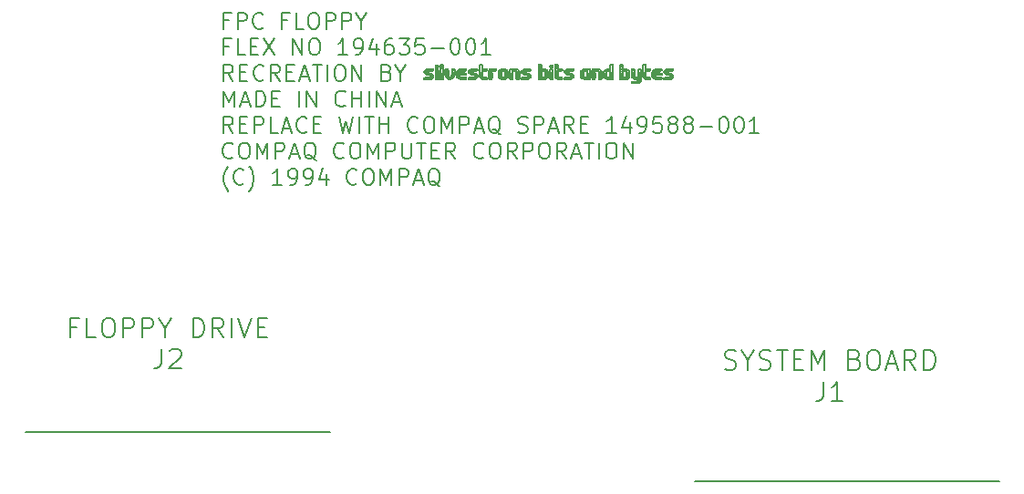
<source format=gbr>
%TF.GenerationSoftware,KiCad,Pcbnew,(6.0.0)*%
%TF.CreationDate,2023-04-02T19:11:57+10:00*%
%TF.ProjectId,cpq-fpc-flex,6370712d-6670-4632-9d66-6c65782e6b69,rev?*%
%TF.SameCoordinates,Original*%
%TF.FileFunction,Legend,Top*%
%TF.FilePolarity,Positive*%
%FSLAX46Y46*%
G04 Gerber Fmt 4.6, Leading zero omitted, Abs format (unit mm)*
G04 Created by KiCad (PCBNEW (6.0.0)) date 2023-04-02 19:11:57*
%MOMM*%
%LPD*%
G01*
G04 APERTURE LIST*
%ADD10C,0.150000*%
%ADD11C,0.010000*%
G04 APERTURE END LIST*
D10*
X112425000Y-125550000D02*
X140700000Y-125550000D01*
X174600000Y-130100000D02*
X202875000Y-130100000D01*
X117214285Y-115747428D02*
X116614285Y-115747428D01*
X116614285Y-116690285D02*
X116614285Y-114890285D01*
X117471428Y-114890285D01*
X119014285Y-116690285D02*
X118157142Y-116690285D01*
X118157142Y-114890285D01*
X119957142Y-114890285D02*
X120300000Y-114890285D01*
X120471428Y-114976000D01*
X120642857Y-115147428D01*
X120728571Y-115490285D01*
X120728571Y-116090285D01*
X120642857Y-116433142D01*
X120471428Y-116604571D01*
X120300000Y-116690285D01*
X119957142Y-116690285D01*
X119785714Y-116604571D01*
X119614285Y-116433142D01*
X119528571Y-116090285D01*
X119528571Y-115490285D01*
X119614285Y-115147428D01*
X119785714Y-114976000D01*
X119957142Y-114890285D01*
X121500000Y-116690285D02*
X121500000Y-114890285D01*
X122185714Y-114890285D01*
X122357142Y-114976000D01*
X122442857Y-115061714D01*
X122528571Y-115233142D01*
X122528571Y-115490285D01*
X122442857Y-115661714D01*
X122357142Y-115747428D01*
X122185714Y-115833142D01*
X121500000Y-115833142D01*
X123300000Y-116690285D02*
X123300000Y-114890285D01*
X123985714Y-114890285D01*
X124157142Y-114976000D01*
X124242857Y-115061714D01*
X124328571Y-115233142D01*
X124328571Y-115490285D01*
X124242857Y-115661714D01*
X124157142Y-115747428D01*
X123985714Y-115833142D01*
X123300000Y-115833142D01*
X125442857Y-115833142D02*
X125442857Y-116690285D01*
X124842857Y-114890285D02*
X125442857Y-115833142D01*
X126042857Y-114890285D01*
X128014285Y-116690285D02*
X128014285Y-114890285D01*
X128442857Y-114890285D01*
X128700000Y-114976000D01*
X128871428Y-115147428D01*
X128957142Y-115318857D01*
X129042857Y-115661714D01*
X129042857Y-115918857D01*
X128957142Y-116261714D01*
X128871428Y-116433142D01*
X128700000Y-116604571D01*
X128442857Y-116690285D01*
X128014285Y-116690285D01*
X130842857Y-116690285D02*
X130242857Y-115833142D01*
X129814285Y-116690285D02*
X129814285Y-114890285D01*
X130500000Y-114890285D01*
X130671428Y-114976000D01*
X130757142Y-115061714D01*
X130842857Y-115233142D01*
X130842857Y-115490285D01*
X130757142Y-115661714D01*
X130671428Y-115747428D01*
X130500000Y-115833142D01*
X129814285Y-115833142D01*
X131614285Y-116690285D02*
X131614285Y-114890285D01*
X132214285Y-114890285D02*
X132814285Y-116690285D01*
X133414285Y-114890285D01*
X134014285Y-115747428D02*
X134614285Y-115747428D01*
X134871428Y-116690285D02*
X134014285Y-116690285D01*
X134014285Y-114890285D01*
X134871428Y-114890285D01*
X125100000Y-117788285D02*
X125100000Y-119074000D01*
X125014285Y-119331142D01*
X124842857Y-119502571D01*
X124585714Y-119588285D01*
X124414285Y-119588285D01*
X125871428Y-117959714D02*
X125957142Y-117874000D01*
X126128571Y-117788285D01*
X126557142Y-117788285D01*
X126728571Y-117874000D01*
X126814285Y-117959714D01*
X126900000Y-118131142D01*
X126900000Y-118302571D01*
X126814285Y-118559714D01*
X125785714Y-119588285D01*
X126900000Y-119588285D01*
X131354642Y-87272857D02*
X130854642Y-87272857D01*
X130854642Y-88058571D02*
X130854642Y-86558571D01*
X131568928Y-86558571D01*
X132140357Y-88058571D02*
X132140357Y-86558571D01*
X132711785Y-86558571D01*
X132854642Y-86630000D01*
X132926071Y-86701428D01*
X132997500Y-86844285D01*
X132997500Y-87058571D01*
X132926071Y-87201428D01*
X132854642Y-87272857D01*
X132711785Y-87344285D01*
X132140357Y-87344285D01*
X134497500Y-87915714D02*
X134426071Y-87987142D01*
X134211785Y-88058571D01*
X134068928Y-88058571D01*
X133854642Y-87987142D01*
X133711785Y-87844285D01*
X133640357Y-87701428D01*
X133568928Y-87415714D01*
X133568928Y-87201428D01*
X133640357Y-86915714D01*
X133711785Y-86772857D01*
X133854642Y-86630000D01*
X134068928Y-86558571D01*
X134211785Y-86558571D01*
X134426071Y-86630000D01*
X134497500Y-86701428D01*
X136783214Y-87272857D02*
X136283214Y-87272857D01*
X136283214Y-88058571D02*
X136283214Y-86558571D01*
X136997500Y-86558571D01*
X138283214Y-88058571D02*
X137568928Y-88058571D01*
X137568928Y-86558571D01*
X139068928Y-86558571D02*
X139354642Y-86558571D01*
X139497500Y-86630000D01*
X139640357Y-86772857D01*
X139711785Y-87058571D01*
X139711785Y-87558571D01*
X139640357Y-87844285D01*
X139497500Y-87987142D01*
X139354642Y-88058571D01*
X139068928Y-88058571D01*
X138926071Y-87987142D01*
X138783214Y-87844285D01*
X138711785Y-87558571D01*
X138711785Y-87058571D01*
X138783214Y-86772857D01*
X138926071Y-86630000D01*
X139068928Y-86558571D01*
X140354642Y-88058571D02*
X140354642Y-86558571D01*
X140926071Y-86558571D01*
X141068928Y-86630000D01*
X141140357Y-86701428D01*
X141211785Y-86844285D01*
X141211785Y-87058571D01*
X141140357Y-87201428D01*
X141068928Y-87272857D01*
X140926071Y-87344285D01*
X140354642Y-87344285D01*
X141854642Y-88058571D02*
X141854642Y-86558571D01*
X142426071Y-86558571D01*
X142568928Y-86630000D01*
X142640357Y-86701428D01*
X142711785Y-86844285D01*
X142711785Y-87058571D01*
X142640357Y-87201428D01*
X142568928Y-87272857D01*
X142426071Y-87344285D01*
X141854642Y-87344285D01*
X143640357Y-87344285D02*
X143640357Y-88058571D01*
X143140357Y-86558571D02*
X143640357Y-87344285D01*
X144140357Y-86558571D01*
X131354642Y-89687857D02*
X130854642Y-89687857D01*
X130854642Y-90473571D02*
X130854642Y-88973571D01*
X131568928Y-88973571D01*
X132854642Y-90473571D02*
X132140357Y-90473571D01*
X132140357Y-88973571D01*
X133354642Y-89687857D02*
X133854642Y-89687857D01*
X134068928Y-90473571D02*
X133354642Y-90473571D01*
X133354642Y-88973571D01*
X134068928Y-88973571D01*
X134568928Y-88973571D02*
X135568928Y-90473571D01*
X135568928Y-88973571D02*
X134568928Y-90473571D01*
X137283214Y-90473571D02*
X137283214Y-88973571D01*
X138140357Y-90473571D01*
X138140357Y-88973571D01*
X139140357Y-88973571D02*
X139426071Y-88973571D01*
X139568928Y-89045000D01*
X139711785Y-89187857D01*
X139783214Y-89473571D01*
X139783214Y-89973571D01*
X139711785Y-90259285D01*
X139568928Y-90402142D01*
X139426071Y-90473571D01*
X139140357Y-90473571D01*
X138997500Y-90402142D01*
X138854642Y-90259285D01*
X138783214Y-89973571D01*
X138783214Y-89473571D01*
X138854642Y-89187857D01*
X138997500Y-89045000D01*
X139140357Y-88973571D01*
X142354642Y-90473571D02*
X141497500Y-90473571D01*
X141926071Y-90473571D02*
X141926071Y-88973571D01*
X141783214Y-89187857D01*
X141640357Y-89330714D01*
X141497500Y-89402142D01*
X143068928Y-90473571D02*
X143354642Y-90473571D01*
X143497500Y-90402142D01*
X143568928Y-90330714D01*
X143711785Y-90116428D01*
X143783214Y-89830714D01*
X143783214Y-89259285D01*
X143711785Y-89116428D01*
X143640357Y-89045000D01*
X143497500Y-88973571D01*
X143211785Y-88973571D01*
X143068928Y-89045000D01*
X142997500Y-89116428D01*
X142926071Y-89259285D01*
X142926071Y-89616428D01*
X142997500Y-89759285D01*
X143068928Y-89830714D01*
X143211785Y-89902142D01*
X143497500Y-89902142D01*
X143640357Y-89830714D01*
X143711785Y-89759285D01*
X143783214Y-89616428D01*
X145068928Y-89473571D02*
X145068928Y-90473571D01*
X144711785Y-88902142D02*
X144354642Y-89973571D01*
X145283214Y-89973571D01*
X146497500Y-88973571D02*
X146211785Y-88973571D01*
X146068928Y-89045000D01*
X145997500Y-89116428D01*
X145854642Y-89330714D01*
X145783214Y-89616428D01*
X145783214Y-90187857D01*
X145854642Y-90330714D01*
X145926071Y-90402142D01*
X146068928Y-90473571D01*
X146354642Y-90473571D01*
X146497500Y-90402142D01*
X146568928Y-90330714D01*
X146640357Y-90187857D01*
X146640357Y-89830714D01*
X146568928Y-89687857D01*
X146497500Y-89616428D01*
X146354642Y-89545000D01*
X146068928Y-89545000D01*
X145926071Y-89616428D01*
X145854642Y-89687857D01*
X145783214Y-89830714D01*
X147140357Y-88973571D02*
X148068928Y-88973571D01*
X147568928Y-89545000D01*
X147783214Y-89545000D01*
X147926071Y-89616428D01*
X147997500Y-89687857D01*
X148068928Y-89830714D01*
X148068928Y-90187857D01*
X147997500Y-90330714D01*
X147926071Y-90402142D01*
X147783214Y-90473571D01*
X147354642Y-90473571D01*
X147211785Y-90402142D01*
X147140357Y-90330714D01*
X149426071Y-88973571D02*
X148711785Y-88973571D01*
X148640357Y-89687857D01*
X148711785Y-89616428D01*
X148854642Y-89545000D01*
X149211785Y-89545000D01*
X149354642Y-89616428D01*
X149426071Y-89687857D01*
X149497500Y-89830714D01*
X149497500Y-90187857D01*
X149426071Y-90330714D01*
X149354642Y-90402142D01*
X149211785Y-90473571D01*
X148854642Y-90473571D01*
X148711785Y-90402142D01*
X148640357Y-90330714D01*
X150140357Y-89902142D02*
X151283214Y-89902142D01*
X152283214Y-88973571D02*
X152426071Y-88973571D01*
X152568928Y-89045000D01*
X152640357Y-89116428D01*
X152711785Y-89259285D01*
X152783214Y-89545000D01*
X152783214Y-89902142D01*
X152711785Y-90187857D01*
X152640357Y-90330714D01*
X152568928Y-90402142D01*
X152426071Y-90473571D01*
X152283214Y-90473571D01*
X152140357Y-90402142D01*
X152068928Y-90330714D01*
X151997500Y-90187857D01*
X151926071Y-89902142D01*
X151926071Y-89545000D01*
X151997500Y-89259285D01*
X152068928Y-89116428D01*
X152140357Y-89045000D01*
X152283214Y-88973571D01*
X153711785Y-88973571D02*
X153854642Y-88973571D01*
X153997500Y-89045000D01*
X154068928Y-89116428D01*
X154140357Y-89259285D01*
X154211785Y-89545000D01*
X154211785Y-89902142D01*
X154140357Y-90187857D01*
X154068928Y-90330714D01*
X153997500Y-90402142D01*
X153854642Y-90473571D01*
X153711785Y-90473571D01*
X153568928Y-90402142D01*
X153497500Y-90330714D01*
X153426071Y-90187857D01*
X153354642Y-89902142D01*
X153354642Y-89545000D01*
X153426071Y-89259285D01*
X153497500Y-89116428D01*
X153568928Y-89045000D01*
X153711785Y-88973571D01*
X155640357Y-90473571D02*
X154783214Y-90473571D01*
X155211785Y-90473571D02*
X155211785Y-88973571D01*
X155068928Y-89187857D01*
X154926071Y-89330714D01*
X154783214Y-89402142D01*
X131711785Y-92888571D02*
X131211785Y-92174285D01*
X130854642Y-92888571D02*
X130854642Y-91388571D01*
X131426071Y-91388571D01*
X131568928Y-91460000D01*
X131640357Y-91531428D01*
X131711785Y-91674285D01*
X131711785Y-91888571D01*
X131640357Y-92031428D01*
X131568928Y-92102857D01*
X131426071Y-92174285D01*
X130854642Y-92174285D01*
X132354642Y-92102857D02*
X132854642Y-92102857D01*
X133068928Y-92888571D02*
X132354642Y-92888571D01*
X132354642Y-91388571D01*
X133068928Y-91388571D01*
X134568928Y-92745714D02*
X134497500Y-92817142D01*
X134283214Y-92888571D01*
X134140357Y-92888571D01*
X133926071Y-92817142D01*
X133783214Y-92674285D01*
X133711785Y-92531428D01*
X133640357Y-92245714D01*
X133640357Y-92031428D01*
X133711785Y-91745714D01*
X133783214Y-91602857D01*
X133926071Y-91460000D01*
X134140357Y-91388571D01*
X134283214Y-91388571D01*
X134497500Y-91460000D01*
X134568928Y-91531428D01*
X136068928Y-92888571D02*
X135568928Y-92174285D01*
X135211785Y-92888571D02*
X135211785Y-91388571D01*
X135783214Y-91388571D01*
X135926071Y-91460000D01*
X135997500Y-91531428D01*
X136068928Y-91674285D01*
X136068928Y-91888571D01*
X135997500Y-92031428D01*
X135926071Y-92102857D01*
X135783214Y-92174285D01*
X135211785Y-92174285D01*
X136711785Y-92102857D02*
X137211785Y-92102857D01*
X137426071Y-92888571D02*
X136711785Y-92888571D01*
X136711785Y-91388571D01*
X137426071Y-91388571D01*
X137997500Y-92460000D02*
X138711785Y-92460000D01*
X137854642Y-92888571D02*
X138354642Y-91388571D01*
X138854642Y-92888571D01*
X139140357Y-91388571D02*
X139997500Y-91388571D01*
X139568928Y-92888571D02*
X139568928Y-91388571D01*
X140497500Y-92888571D02*
X140497500Y-91388571D01*
X141497500Y-91388571D02*
X141783214Y-91388571D01*
X141926071Y-91460000D01*
X142068928Y-91602857D01*
X142140357Y-91888571D01*
X142140357Y-92388571D01*
X142068928Y-92674285D01*
X141926071Y-92817142D01*
X141783214Y-92888571D01*
X141497500Y-92888571D01*
X141354642Y-92817142D01*
X141211785Y-92674285D01*
X141140357Y-92388571D01*
X141140357Y-91888571D01*
X141211785Y-91602857D01*
X141354642Y-91460000D01*
X141497500Y-91388571D01*
X142783214Y-92888571D02*
X142783214Y-91388571D01*
X143640357Y-92888571D01*
X143640357Y-91388571D01*
X145997500Y-92102857D02*
X146211785Y-92174285D01*
X146283214Y-92245714D01*
X146354642Y-92388571D01*
X146354642Y-92602857D01*
X146283214Y-92745714D01*
X146211785Y-92817142D01*
X146068928Y-92888571D01*
X145497500Y-92888571D01*
X145497500Y-91388571D01*
X145997500Y-91388571D01*
X146140357Y-91460000D01*
X146211785Y-91531428D01*
X146283214Y-91674285D01*
X146283214Y-91817142D01*
X146211785Y-91960000D01*
X146140357Y-92031428D01*
X145997500Y-92102857D01*
X145497500Y-92102857D01*
X147283214Y-92174285D02*
X147283214Y-92888571D01*
X146783214Y-91388571D02*
X147283214Y-92174285D01*
X147783214Y-91388571D01*
X130854642Y-95303571D02*
X130854642Y-93803571D01*
X131354642Y-94875000D01*
X131854642Y-93803571D01*
X131854642Y-95303571D01*
X132497500Y-94875000D02*
X133211785Y-94875000D01*
X132354642Y-95303571D02*
X132854642Y-93803571D01*
X133354642Y-95303571D01*
X133854642Y-95303571D02*
X133854642Y-93803571D01*
X134211785Y-93803571D01*
X134426071Y-93875000D01*
X134568928Y-94017857D01*
X134640357Y-94160714D01*
X134711785Y-94446428D01*
X134711785Y-94660714D01*
X134640357Y-94946428D01*
X134568928Y-95089285D01*
X134426071Y-95232142D01*
X134211785Y-95303571D01*
X133854642Y-95303571D01*
X135354642Y-94517857D02*
X135854642Y-94517857D01*
X136068928Y-95303571D02*
X135354642Y-95303571D01*
X135354642Y-93803571D01*
X136068928Y-93803571D01*
X137854642Y-95303571D02*
X137854642Y-93803571D01*
X138568928Y-95303571D02*
X138568928Y-93803571D01*
X139426071Y-95303571D01*
X139426071Y-93803571D01*
X142140357Y-95160714D02*
X142068928Y-95232142D01*
X141854642Y-95303571D01*
X141711785Y-95303571D01*
X141497500Y-95232142D01*
X141354642Y-95089285D01*
X141283214Y-94946428D01*
X141211785Y-94660714D01*
X141211785Y-94446428D01*
X141283214Y-94160714D01*
X141354642Y-94017857D01*
X141497500Y-93875000D01*
X141711785Y-93803571D01*
X141854642Y-93803571D01*
X142068928Y-93875000D01*
X142140357Y-93946428D01*
X142783214Y-95303571D02*
X142783214Y-93803571D01*
X142783214Y-94517857D02*
X143640357Y-94517857D01*
X143640357Y-95303571D02*
X143640357Y-93803571D01*
X144354642Y-95303571D02*
X144354642Y-93803571D01*
X145068928Y-95303571D02*
X145068928Y-93803571D01*
X145926071Y-95303571D01*
X145926071Y-93803571D01*
X146568928Y-94875000D02*
X147283214Y-94875000D01*
X146426071Y-95303571D02*
X146926071Y-93803571D01*
X147426071Y-95303571D01*
X131711785Y-97718571D02*
X131211785Y-97004285D01*
X130854642Y-97718571D02*
X130854642Y-96218571D01*
X131426071Y-96218571D01*
X131568928Y-96290000D01*
X131640357Y-96361428D01*
X131711785Y-96504285D01*
X131711785Y-96718571D01*
X131640357Y-96861428D01*
X131568928Y-96932857D01*
X131426071Y-97004285D01*
X130854642Y-97004285D01*
X132354642Y-96932857D02*
X132854642Y-96932857D01*
X133068928Y-97718571D02*
X132354642Y-97718571D01*
X132354642Y-96218571D01*
X133068928Y-96218571D01*
X133711785Y-97718571D02*
X133711785Y-96218571D01*
X134283214Y-96218571D01*
X134426071Y-96290000D01*
X134497500Y-96361428D01*
X134568928Y-96504285D01*
X134568928Y-96718571D01*
X134497500Y-96861428D01*
X134426071Y-96932857D01*
X134283214Y-97004285D01*
X133711785Y-97004285D01*
X135926071Y-97718571D02*
X135211785Y-97718571D01*
X135211785Y-96218571D01*
X136354642Y-97290000D02*
X137068928Y-97290000D01*
X136211785Y-97718571D02*
X136711785Y-96218571D01*
X137211785Y-97718571D01*
X138568928Y-97575714D02*
X138497500Y-97647142D01*
X138283214Y-97718571D01*
X138140357Y-97718571D01*
X137926071Y-97647142D01*
X137783214Y-97504285D01*
X137711785Y-97361428D01*
X137640357Y-97075714D01*
X137640357Y-96861428D01*
X137711785Y-96575714D01*
X137783214Y-96432857D01*
X137926071Y-96290000D01*
X138140357Y-96218571D01*
X138283214Y-96218571D01*
X138497500Y-96290000D01*
X138568928Y-96361428D01*
X139211785Y-96932857D02*
X139711785Y-96932857D01*
X139926071Y-97718571D02*
X139211785Y-97718571D01*
X139211785Y-96218571D01*
X139926071Y-96218571D01*
X141568928Y-96218571D02*
X141926071Y-97718571D01*
X142211785Y-96647142D01*
X142497500Y-97718571D01*
X142854642Y-96218571D01*
X143426071Y-97718571D02*
X143426071Y-96218571D01*
X143926071Y-96218571D02*
X144783214Y-96218571D01*
X144354642Y-97718571D02*
X144354642Y-96218571D01*
X145283214Y-97718571D02*
X145283214Y-96218571D01*
X145283214Y-96932857D02*
X146140357Y-96932857D01*
X146140357Y-97718571D02*
X146140357Y-96218571D01*
X148854642Y-97575714D02*
X148783214Y-97647142D01*
X148568928Y-97718571D01*
X148426071Y-97718571D01*
X148211785Y-97647142D01*
X148068928Y-97504285D01*
X147997500Y-97361428D01*
X147926071Y-97075714D01*
X147926071Y-96861428D01*
X147997500Y-96575714D01*
X148068928Y-96432857D01*
X148211785Y-96290000D01*
X148426071Y-96218571D01*
X148568928Y-96218571D01*
X148783214Y-96290000D01*
X148854642Y-96361428D01*
X149783214Y-96218571D02*
X150068928Y-96218571D01*
X150211785Y-96290000D01*
X150354642Y-96432857D01*
X150426071Y-96718571D01*
X150426071Y-97218571D01*
X150354642Y-97504285D01*
X150211785Y-97647142D01*
X150068928Y-97718571D01*
X149783214Y-97718571D01*
X149640357Y-97647142D01*
X149497500Y-97504285D01*
X149426071Y-97218571D01*
X149426071Y-96718571D01*
X149497500Y-96432857D01*
X149640357Y-96290000D01*
X149783214Y-96218571D01*
X151068928Y-97718571D02*
X151068928Y-96218571D01*
X151568928Y-97290000D01*
X152068928Y-96218571D01*
X152068928Y-97718571D01*
X152783214Y-97718571D02*
X152783214Y-96218571D01*
X153354642Y-96218571D01*
X153497500Y-96290000D01*
X153568928Y-96361428D01*
X153640357Y-96504285D01*
X153640357Y-96718571D01*
X153568928Y-96861428D01*
X153497500Y-96932857D01*
X153354642Y-97004285D01*
X152783214Y-97004285D01*
X154211785Y-97290000D02*
X154926071Y-97290000D01*
X154068928Y-97718571D02*
X154568928Y-96218571D01*
X155068928Y-97718571D01*
X156568928Y-97861428D02*
X156426071Y-97790000D01*
X156283214Y-97647142D01*
X156068928Y-97432857D01*
X155926071Y-97361428D01*
X155783214Y-97361428D01*
X155854642Y-97718571D02*
X155711785Y-97647142D01*
X155568928Y-97504285D01*
X155497500Y-97218571D01*
X155497500Y-96718571D01*
X155568928Y-96432857D01*
X155711785Y-96290000D01*
X155854642Y-96218571D01*
X156140357Y-96218571D01*
X156283214Y-96290000D01*
X156426071Y-96432857D01*
X156497500Y-96718571D01*
X156497500Y-97218571D01*
X156426071Y-97504285D01*
X156283214Y-97647142D01*
X156140357Y-97718571D01*
X155854642Y-97718571D01*
X158211785Y-97647142D02*
X158426071Y-97718571D01*
X158783214Y-97718571D01*
X158926071Y-97647142D01*
X158997500Y-97575714D01*
X159068928Y-97432857D01*
X159068928Y-97290000D01*
X158997500Y-97147142D01*
X158926071Y-97075714D01*
X158783214Y-97004285D01*
X158497500Y-96932857D01*
X158354642Y-96861428D01*
X158283214Y-96790000D01*
X158211785Y-96647142D01*
X158211785Y-96504285D01*
X158283214Y-96361428D01*
X158354642Y-96290000D01*
X158497500Y-96218571D01*
X158854642Y-96218571D01*
X159068928Y-96290000D01*
X159711785Y-97718571D02*
X159711785Y-96218571D01*
X160283214Y-96218571D01*
X160426071Y-96290000D01*
X160497500Y-96361428D01*
X160568928Y-96504285D01*
X160568928Y-96718571D01*
X160497500Y-96861428D01*
X160426071Y-96932857D01*
X160283214Y-97004285D01*
X159711785Y-97004285D01*
X161140357Y-97290000D02*
X161854642Y-97290000D01*
X160997500Y-97718571D02*
X161497500Y-96218571D01*
X161997500Y-97718571D01*
X163354642Y-97718571D02*
X162854642Y-97004285D01*
X162497500Y-97718571D02*
X162497500Y-96218571D01*
X163068928Y-96218571D01*
X163211785Y-96290000D01*
X163283214Y-96361428D01*
X163354642Y-96504285D01*
X163354642Y-96718571D01*
X163283214Y-96861428D01*
X163211785Y-96932857D01*
X163068928Y-97004285D01*
X162497500Y-97004285D01*
X163997500Y-96932857D02*
X164497500Y-96932857D01*
X164711785Y-97718571D02*
X163997500Y-97718571D01*
X163997500Y-96218571D01*
X164711785Y-96218571D01*
X167283214Y-97718571D02*
X166426071Y-97718571D01*
X166854642Y-97718571D02*
X166854642Y-96218571D01*
X166711785Y-96432857D01*
X166568928Y-96575714D01*
X166426071Y-96647142D01*
X168568928Y-96718571D02*
X168568928Y-97718571D01*
X168211785Y-96147142D02*
X167854642Y-97218571D01*
X168783214Y-97218571D01*
X169426071Y-97718571D02*
X169711785Y-97718571D01*
X169854642Y-97647142D01*
X169926071Y-97575714D01*
X170068928Y-97361428D01*
X170140357Y-97075714D01*
X170140357Y-96504285D01*
X170068928Y-96361428D01*
X169997500Y-96290000D01*
X169854642Y-96218571D01*
X169568928Y-96218571D01*
X169426071Y-96290000D01*
X169354642Y-96361428D01*
X169283214Y-96504285D01*
X169283214Y-96861428D01*
X169354642Y-97004285D01*
X169426071Y-97075714D01*
X169568928Y-97147142D01*
X169854642Y-97147142D01*
X169997500Y-97075714D01*
X170068928Y-97004285D01*
X170140357Y-96861428D01*
X171497500Y-96218571D02*
X170783214Y-96218571D01*
X170711785Y-96932857D01*
X170783214Y-96861428D01*
X170926071Y-96790000D01*
X171283214Y-96790000D01*
X171426071Y-96861428D01*
X171497500Y-96932857D01*
X171568928Y-97075714D01*
X171568928Y-97432857D01*
X171497500Y-97575714D01*
X171426071Y-97647142D01*
X171283214Y-97718571D01*
X170926071Y-97718571D01*
X170783214Y-97647142D01*
X170711785Y-97575714D01*
X172426071Y-96861428D02*
X172283214Y-96790000D01*
X172211785Y-96718571D01*
X172140357Y-96575714D01*
X172140357Y-96504285D01*
X172211785Y-96361428D01*
X172283214Y-96290000D01*
X172426071Y-96218571D01*
X172711785Y-96218571D01*
X172854642Y-96290000D01*
X172926071Y-96361428D01*
X172997499Y-96504285D01*
X172997499Y-96575714D01*
X172926071Y-96718571D01*
X172854642Y-96790000D01*
X172711785Y-96861428D01*
X172426071Y-96861428D01*
X172283214Y-96932857D01*
X172211785Y-97004285D01*
X172140357Y-97147142D01*
X172140357Y-97432857D01*
X172211785Y-97575714D01*
X172283214Y-97647142D01*
X172426071Y-97718571D01*
X172711785Y-97718571D01*
X172854642Y-97647142D01*
X172926071Y-97575714D01*
X172997499Y-97432857D01*
X172997499Y-97147142D01*
X172926071Y-97004285D01*
X172854642Y-96932857D01*
X172711785Y-96861428D01*
X173854642Y-96861428D02*
X173711785Y-96790000D01*
X173640357Y-96718571D01*
X173568928Y-96575714D01*
X173568928Y-96504285D01*
X173640357Y-96361428D01*
X173711785Y-96290000D01*
X173854642Y-96218571D01*
X174140357Y-96218571D01*
X174283214Y-96290000D01*
X174354642Y-96361428D01*
X174426071Y-96504285D01*
X174426071Y-96575714D01*
X174354642Y-96718571D01*
X174283214Y-96790000D01*
X174140357Y-96861428D01*
X173854642Y-96861428D01*
X173711785Y-96932857D01*
X173640357Y-97004285D01*
X173568928Y-97147142D01*
X173568928Y-97432857D01*
X173640357Y-97575714D01*
X173711785Y-97647142D01*
X173854642Y-97718571D01*
X174140357Y-97718571D01*
X174283214Y-97647142D01*
X174354642Y-97575714D01*
X174426071Y-97432857D01*
X174426071Y-97147142D01*
X174354642Y-97004285D01*
X174283214Y-96932857D01*
X174140357Y-96861428D01*
X175068928Y-97147142D02*
X176211785Y-97147142D01*
X177211785Y-96218571D02*
X177354642Y-96218571D01*
X177497499Y-96290000D01*
X177568928Y-96361428D01*
X177640357Y-96504285D01*
X177711785Y-96790000D01*
X177711785Y-97147142D01*
X177640357Y-97432857D01*
X177568928Y-97575714D01*
X177497499Y-97647142D01*
X177354642Y-97718571D01*
X177211785Y-97718571D01*
X177068928Y-97647142D01*
X176997499Y-97575714D01*
X176926071Y-97432857D01*
X176854642Y-97147142D01*
X176854642Y-96790000D01*
X176926071Y-96504285D01*
X176997499Y-96361428D01*
X177068928Y-96290000D01*
X177211785Y-96218571D01*
X178640357Y-96218571D02*
X178783214Y-96218571D01*
X178926071Y-96290000D01*
X178997499Y-96361428D01*
X179068928Y-96504285D01*
X179140357Y-96790000D01*
X179140357Y-97147142D01*
X179068928Y-97432857D01*
X178997499Y-97575714D01*
X178926071Y-97647142D01*
X178783214Y-97718571D01*
X178640357Y-97718571D01*
X178497499Y-97647142D01*
X178426071Y-97575714D01*
X178354642Y-97432857D01*
X178283214Y-97147142D01*
X178283214Y-96790000D01*
X178354642Y-96504285D01*
X178426071Y-96361428D01*
X178497499Y-96290000D01*
X178640357Y-96218571D01*
X180568928Y-97718571D02*
X179711785Y-97718571D01*
X180140357Y-97718571D02*
X180140357Y-96218571D01*
X179997499Y-96432857D01*
X179854642Y-96575714D01*
X179711785Y-96647142D01*
X131711785Y-99990714D02*
X131640357Y-100062142D01*
X131426071Y-100133571D01*
X131283214Y-100133571D01*
X131068928Y-100062142D01*
X130926071Y-99919285D01*
X130854642Y-99776428D01*
X130783214Y-99490714D01*
X130783214Y-99276428D01*
X130854642Y-98990714D01*
X130926071Y-98847857D01*
X131068928Y-98705000D01*
X131283214Y-98633571D01*
X131426071Y-98633571D01*
X131640357Y-98705000D01*
X131711785Y-98776428D01*
X132640357Y-98633571D02*
X132926071Y-98633571D01*
X133068928Y-98705000D01*
X133211785Y-98847857D01*
X133283214Y-99133571D01*
X133283214Y-99633571D01*
X133211785Y-99919285D01*
X133068928Y-100062142D01*
X132926071Y-100133571D01*
X132640357Y-100133571D01*
X132497500Y-100062142D01*
X132354642Y-99919285D01*
X132283214Y-99633571D01*
X132283214Y-99133571D01*
X132354642Y-98847857D01*
X132497500Y-98705000D01*
X132640357Y-98633571D01*
X133926071Y-100133571D02*
X133926071Y-98633571D01*
X134426071Y-99705000D01*
X134926071Y-98633571D01*
X134926071Y-100133571D01*
X135640357Y-100133571D02*
X135640357Y-98633571D01*
X136211785Y-98633571D01*
X136354642Y-98705000D01*
X136426071Y-98776428D01*
X136497500Y-98919285D01*
X136497500Y-99133571D01*
X136426071Y-99276428D01*
X136354642Y-99347857D01*
X136211785Y-99419285D01*
X135640357Y-99419285D01*
X137068928Y-99705000D02*
X137783214Y-99705000D01*
X136926071Y-100133571D02*
X137426071Y-98633571D01*
X137926071Y-100133571D01*
X139426071Y-100276428D02*
X139283214Y-100205000D01*
X139140357Y-100062142D01*
X138926071Y-99847857D01*
X138783214Y-99776428D01*
X138640357Y-99776428D01*
X138711785Y-100133571D02*
X138568928Y-100062142D01*
X138426071Y-99919285D01*
X138354642Y-99633571D01*
X138354642Y-99133571D01*
X138426071Y-98847857D01*
X138568928Y-98705000D01*
X138711785Y-98633571D01*
X138997500Y-98633571D01*
X139140357Y-98705000D01*
X139283214Y-98847857D01*
X139354642Y-99133571D01*
X139354642Y-99633571D01*
X139283214Y-99919285D01*
X139140357Y-100062142D01*
X138997500Y-100133571D01*
X138711785Y-100133571D01*
X141997500Y-99990714D02*
X141926071Y-100062142D01*
X141711785Y-100133571D01*
X141568928Y-100133571D01*
X141354642Y-100062142D01*
X141211785Y-99919285D01*
X141140357Y-99776428D01*
X141068928Y-99490714D01*
X141068928Y-99276428D01*
X141140357Y-98990714D01*
X141211785Y-98847857D01*
X141354642Y-98705000D01*
X141568928Y-98633571D01*
X141711785Y-98633571D01*
X141926071Y-98705000D01*
X141997500Y-98776428D01*
X142926071Y-98633571D02*
X143211785Y-98633571D01*
X143354642Y-98705000D01*
X143497500Y-98847857D01*
X143568928Y-99133571D01*
X143568928Y-99633571D01*
X143497500Y-99919285D01*
X143354642Y-100062142D01*
X143211785Y-100133571D01*
X142926071Y-100133571D01*
X142783214Y-100062142D01*
X142640357Y-99919285D01*
X142568928Y-99633571D01*
X142568928Y-99133571D01*
X142640357Y-98847857D01*
X142783214Y-98705000D01*
X142926071Y-98633571D01*
X144211785Y-100133571D02*
X144211785Y-98633571D01*
X144711785Y-99705000D01*
X145211785Y-98633571D01*
X145211785Y-100133571D01*
X145926071Y-100133571D02*
X145926071Y-98633571D01*
X146497500Y-98633571D01*
X146640357Y-98705000D01*
X146711785Y-98776428D01*
X146783214Y-98919285D01*
X146783214Y-99133571D01*
X146711785Y-99276428D01*
X146640357Y-99347857D01*
X146497500Y-99419285D01*
X145926071Y-99419285D01*
X147426071Y-98633571D02*
X147426071Y-99847857D01*
X147497500Y-99990714D01*
X147568928Y-100062142D01*
X147711785Y-100133571D01*
X147997500Y-100133571D01*
X148140357Y-100062142D01*
X148211785Y-99990714D01*
X148283214Y-99847857D01*
X148283214Y-98633571D01*
X148783214Y-98633571D02*
X149640357Y-98633571D01*
X149211785Y-100133571D02*
X149211785Y-98633571D01*
X150140357Y-99347857D02*
X150640357Y-99347857D01*
X150854642Y-100133571D02*
X150140357Y-100133571D01*
X150140357Y-98633571D01*
X150854642Y-98633571D01*
X152354642Y-100133571D02*
X151854642Y-99419285D01*
X151497500Y-100133571D02*
X151497500Y-98633571D01*
X152068928Y-98633571D01*
X152211785Y-98705000D01*
X152283214Y-98776428D01*
X152354642Y-98919285D01*
X152354642Y-99133571D01*
X152283214Y-99276428D01*
X152211785Y-99347857D01*
X152068928Y-99419285D01*
X151497500Y-99419285D01*
X154997500Y-99990714D02*
X154926071Y-100062142D01*
X154711785Y-100133571D01*
X154568928Y-100133571D01*
X154354642Y-100062142D01*
X154211785Y-99919285D01*
X154140357Y-99776428D01*
X154068928Y-99490714D01*
X154068928Y-99276428D01*
X154140357Y-98990714D01*
X154211785Y-98847857D01*
X154354642Y-98705000D01*
X154568928Y-98633571D01*
X154711785Y-98633571D01*
X154926071Y-98705000D01*
X154997500Y-98776428D01*
X155926071Y-98633571D02*
X156211785Y-98633571D01*
X156354642Y-98705000D01*
X156497500Y-98847857D01*
X156568928Y-99133571D01*
X156568928Y-99633571D01*
X156497500Y-99919285D01*
X156354642Y-100062142D01*
X156211785Y-100133571D01*
X155926071Y-100133571D01*
X155783214Y-100062142D01*
X155640357Y-99919285D01*
X155568928Y-99633571D01*
X155568928Y-99133571D01*
X155640357Y-98847857D01*
X155783214Y-98705000D01*
X155926071Y-98633571D01*
X158068928Y-100133571D02*
X157568928Y-99419285D01*
X157211785Y-100133571D02*
X157211785Y-98633571D01*
X157783214Y-98633571D01*
X157926071Y-98705000D01*
X157997500Y-98776428D01*
X158068928Y-98919285D01*
X158068928Y-99133571D01*
X157997500Y-99276428D01*
X157926071Y-99347857D01*
X157783214Y-99419285D01*
X157211785Y-99419285D01*
X158711785Y-100133571D02*
X158711785Y-98633571D01*
X159283214Y-98633571D01*
X159426071Y-98705000D01*
X159497500Y-98776428D01*
X159568928Y-98919285D01*
X159568928Y-99133571D01*
X159497500Y-99276428D01*
X159426071Y-99347857D01*
X159283214Y-99419285D01*
X158711785Y-99419285D01*
X160497500Y-98633571D02*
X160783214Y-98633571D01*
X160926071Y-98705000D01*
X161068928Y-98847857D01*
X161140357Y-99133571D01*
X161140357Y-99633571D01*
X161068928Y-99919285D01*
X160926071Y-100062142D01*
X160783214Y-100133571D01*
X160497500Y-100133571D01*
X160354642Y-100062142D01*
X160211785Y-99919285D01*
X160140357Y-99633571D01*
X160140357Y-99133571D01*
X160211785Y-98847857D01*
X160354642Y-98705000D01*
X160497500Y-98633571D01*
X162640357Y-100133571D02*
X162140357Y-99419285D01*
X161783214Y-100133571D02*
X161783214Y-98633571D01*
X162354642Y-98633571D01*
X162497500Y-98705000D01*
X162568928Y-98776428D01*
X162640357Y-98919285D01*
X162640357Y-99133571D01*
X162568928Y-99276428D01*
X162497500Y-99347857D01*
X162354642Y-99419285D01*
X161783214Y-99419285D01*
X163211785Y-99705000D02*
X163926071Y-99705000D01*
X163068928Y-100133571D02*
X163568928Y-98633571D01*
X164068928Y-100133571D01*
X164354642Y-98633571D02*
X165211785Y-98633571D01*
X164783214Y-100133571D02*
X164783214Y-98633571D01*
X165711785Y-100133571D02*
X165711785Y-98633571D01*
X166711785Y-98633571D02*
X166997500Y-98633571D01*
X167140357Y-98705000D01*
X167283214Y-98847857D01*
X167354642Y-99133571D01*
X167354642Y-99633571D01*
X167283214Y-99919285D01*
X167140357Y-100062142D01*
X166997500Y-100133571D01*
X166711785Y-100133571D01*
X166568928Y-100062142D01*
X166426071Y-99919285D01*
X166354642Y-99633571D01*
X166354642Y-99133571D01*
X166426071Y-98847857D01*
X166568928Y-98705000D01*
X166711785Y-98633571D01*
X167997500Y-100133571D02*
X167997500Y-98633571D01*
X168854642Y-100133571D01*
X168854642Y-98633571D01*
X131283214Y-103120000D02*
X131211785Y-103048571D01*
X131068928Y-102834285D01*
X130997500Y-102691428D01*
X130926071Y-102477142D01*
X130854642Y-102120000D01*
X130854642Y-101834285D01*
X130926071Y-101477142D01*
X130997500Y-101262857D01*
X131068928Y-101120000D01*
X131211785Y-100905714D01*
X131283214Y-100834285D01*
X132711785Y-102405714D02*
X132640357Y-102477142D01*
X132426071Y-102548571D01*
X132283214Y-102548571D01*
X132068928Y-102477142D01*
X131926071Y-102334285D01*
X131854642Y-102191428D01*
X131783214Y-101905714D01*
X131783214Y-101691428D01*
X131854642Y-101405714D01*
X131926071Y-101262857D01*
X132068928Y-101120000D01*
X132283214Y-101048571D01*
X132426071Y-101048571D01*
X132640357Y-101120000D01*
X132711785Y-101191428D01*
X133211785Y-103120000D02*
X133283214Y-103048571D01*
X133426071Y-102834285D01*
X133497500Y-102691428D01*
X133568928Y-102477142D01*
X133640357Y-102120000D01*
X133640357Y-101834285D01*
X133568928Y-101477142D01*
X133497500Y-101262857D01*
X133426071Y-101120000D01*
X133283214Y-100905714D01*
X133211785Y-100834285D01*
X136283214Y-102548571D02*
X135426071Y-102548571D01*
X135854642Y-102548571D02*
X135854642Y-101048571D01*
X135711785Y-101262857D01*
X135568928Y-101405714D01*
X135426071Y-101477142D01*
X136997500Y-102548571D02*
X137283214Y-102548571D01*
X137426071Y-102477142D01*
X137497500Y-102405714D01*
X137640357Y-102191428D01*
X137711785Y-101905714D01*
X137711785Y-101334285D01*
X137640357Y-101191428D01*
X137568928Y-101120000D01*
X137426071Y-101048571D01*
X137140357Y-101048571D01*
X136997500Y-101120000D01*
X136926071Y-101191428D01*
X136854642Y-101334285D01*
X136854642Y-101691428D01*
X136926071Y-101834285D01*
X136997500Y-101905714D01*
X137140357Y-101977142D01*
X137426071Y-101977142D01*
X137568928Y-101905714D01*
X137640357Y-101834285D01*
X137711785Y-101691428D01*
X138426071Y-102548571D02*
X138711785Y-102548571D01*
X138854642Y-102477142D01*
X138926071Y-102405714D01*
X139068928Y-102191428D01*
X139140357Y-101905714D01*
X139140357Y-101334285D01*
X139068928Y-101191428D01*
X138997500Y-101120000D01*
X138854642Y-101048571D01*
X138568928Y-101048571D01*
X138426071Y-101120000D01*
X138354642Y-101191428D01*
X138283214Y-101334285D01*
X138283214Y-101691428D01*
X138354642Y-101834285D01*
X138426071Y-101905714D01*
X138568928Y-101977142D01*
X138854642Y-101977142D01*
X138997500Y-101905714D01*
X139068928Y-101834285D01*
X139140357Y-101691428D01*
X140426071Y-101548571D02*
X140426071Y-102548571D01*
X140068928Y-100977142D02*
X139711785Y-102048571D01*
X140640357Y-102048571D01*
X143211785Y-102405714D02*
X143140357Y-102477142D01*
X142926071Y-102548571D01*
X142783214Y-102548571D01*
X142568928Y-102477142D01*
X142426071Y-102334285D01*
X142354642Y-102191428D01*
X142283214Y-101905714D01*
X142283214Y-101691428D01*
X142354642Y-101405714D01*
X142426071Y-101262857D01*
X142568928Y-101120000D01*
X142783214Y-101048571D01*
X142926071Y-101048571D01*
X143140357Y-101120000D01*
X143211785Y-101191428D01*
X144140357Y-101048571D02*
X144426071Y-101048571D01*
X144568928Y-101120000D01*
X144711785Y-101262857D01*
X144783214Y-101548571D01*
X144783214Y-102048571D01*
X144711785Y-102334285D01*
X144568928Y-102477142D01*
X144426071Y-102548571D01*
X144140357Y-102548571D01*
X143997500Y-102477142D01*
X143854642Y-102334285D01*
X143783214Y-102048571D01*
X143783214Y-101548571D01*
X143854642Y-101262857D01*
X143997500Y-101120000D01*
X144140357Y-101048571D01*
X145426071Y-102548571D02*
X145426071Y-101048571D01*
X145926071Y-102120000D01*
X146426071Y-101048571D01*
X146426071Y-102548571D01*
X147140357Y-102548571D02*
X147140357Y-101048571D01*
X147711785Y-101048571D01*
X147854642Y-101120000D01*
X147926071Y-101191428D01*
X147997500Y-101334285D01*
X147997500Y-101548571D01*
X147926071Y-101691428D01*
X147854642Y-101762857D01*
X147711785Y-101834285D01*
X147140357Y-101834285D01*
X148568928Y-102120000D02*
X149283214Y-102120000D01*
X148426071Y-102548571D02*
X148926071Y-101048571D01*
X149426071Y-102548571D01*
X150926071Y-102691428D02*
X150783214Y-102620000D01*
X150640357Y-102477142D01*
X150426071Y-102262857D01*
X150283214Y-102191428D01*
X150140357Y-102191428D01*
X150211785Y-102548571D02*
X150068928Y-102477142D01*
X149926071Y-102334285D01*
X149854642Y-102048571D01*
X149854642Y-101548571D01*
X149926071Y-101262857D01*
X150068928Y-101120000D01*
X150211785Y-101048571D01*
X150497500Y-101048571D01*
X150640357Y-101120000D01*
X150783214Y-101262857D01*
X150854642Y-101548571D01*
X150854642Y-102048571D01*
X150783214Y-102334285D01*
X150640357Y-102477142D01*
X150497500Y-102548571D01*
X150211785Y-102548571D01*
X177378571Y-119629571D02*
X177635714Y-119715285D01*
X178064285Y-119715285D01*
X178235714Y-119629571D01*
X178321428Y-119543857D01*
X178407142Y-119372428D01*
X178407142Y-119201000D01*
X178321428Y-119029571D01*
X178235714Y-118943857D01*
X178064285Y-118858142D01*
X177721428Y-118772428D01*
X177550000Y-118686714D01*
X177464285Y-118601000D01*
X177378571Y-118429571D01*
X177378571Y-118258142D01*
X177464285Y-118086714D01*
X177550000Y-118001000D01*
X177721428Y-117915285D01*
X178150000Y-117915285D01*
X178407142Y-118001000D01*
X179521428Y-118858142D02*
X179521428Y-119715285D01*
X178921428Y-117915285D02*
X179521428Y-118858142D01*
X180121428Y-117915285D01*
X180635714Y-119629571D02*
X180892857Y-119715285D01*
X181321428Y-119715285D01*
X181492857Y-119629571D01*
X181578571Y-119543857D01*
X181664285Y-119372428D01*
X181664285Y-119201000D01*
X181578571Y-119029571D01*
X181492857Y-118943857D01*
X181321428Y-118858142D01*
X180978571Y-118772428D01*
X180807142Y-118686714D01*
X180721428Y-118601000D01*
X180635714Y-118429571D01*
X180635714Y-118258142D01*
X180721428Y-118086714D01*
X180807142Y-118001000D01*
X180978571Y-117915285D01*
X181407142Y-117915285D01*
X181664285Y-118001000D01*
X182178571Y-117915285D02*
X183207142Y-117915285D01*
X182692857Y-119715285D02*
X182692857Y-117915285D01*
X183807142Y-118772428D02*
X184407142Y-118772428D01*
X184664285Y-119715285D02*
X183807142Y-119715285D01*
X183807142Y-117915285D01*
X184664285Y-117915285D01*
X185435714Y-119715285D02*
X185435714Y-117915285D01*
X186035714Y-119201000D01*
X186635714Y-117915285D01*
X186635714Y-119715285D01*
X189464285Y-118772428D02*
X189721428Y-118858142D01*
X189807142Y-118943857D01*
X189892857Y-119115285D01*
X189892857Y-119372428D01*
X189807142Y-119543857D01*
X189721428Y-119629571D01*
X189550000Y-119715285D01*
X188864285Y-119715285D01*
X188864285Y-117915285D01*
X189464285Y-117915285D01*
X189635714Y-118001000D01*
X189721428Y-118086714D01*
X189807142Y-118258142D01*
X189807142Y-118429571D01*
X189721428Y-118601000D01*
X189635714Y-118686714D01*
X189464285Y-118772428D01*
X188864285Y-118772428D01*
X191007142Y-117915285D02*
X191350000Y-117915285D01*
X191521428Y-118001000D01*
X191692857Y-118172428D01*
X191778571Y-118515285D01*
X191778571Y-119115285D01*
X191692857Y-119458142D01*
X191521428Y-119629571D01*
X191350000Y-119715285D01*
X191007142Y-119715285D01*
X190835714Y-119629571D01*
X190664285Y-119458142D01*
X190578571Y-119115285D01*
X190578571Y-118515285D01*
X190664285Y-118172428D01*
X190835714Y-118001000D01*
X191007142Y-117915285D01*
X192464285Y-119201000D02*
X193321428Y-119201000D01*
X192292857Y-119715285D02*
X192892857Y-117915285D01*
X193492857Y-119715285D01*
X195121428Y-119715285D02*
X194521428Y-118858142D01*
X194092857Y-119715285D02*
X194092857Y-117915285D01*
X194778571Y-117915285D01*
X194950000Y-118001000D01*
X195035714Y-118086714D01*
X195121428Y-118258142D01*
X195121428Y-118515285D01*
X195035714Y-118686714D01*
X194950000Y-118772428D01*
X194778571Y-118858142D01*
X194092857Y-118858142D01*
X195892857Y-119715285D02*
X195892857Y-117915285D01*
X196321428Y-117915285D01*
X196578571Y-118001000D01*
X196750000Y-118172428D01*
X196835714Y-118343857D01*
X196921428Y-118686714D01*
X196921428Y-118943857D01*
X196835714Y-119286714D01*
X196750000Y-119458142D01*
X196578571Y-119629571D01*
X196321428Y-119715285D01*
X195892857Y-119715285D01*
X186550000Y-120813285D02*
X186550000Y-122099000D01*
X186464285Y-122356142D01*
X186292857Y-122527571D01*
X186035714Y-122613285D01*
X185864285Y-122613285D01*
X188350000Y-122613285D02*
X187321428Y-122613285D01*
X187835714Y-122613285D02*
X187835714Y-120813285D01*
X187664285Y-121070428D01*
X187492857Y-121241857D01*
X187321428Y-121327571D01*
D11*
%TO.C,G\u002A\u002A\u002A*%
X163222099Y-91728461D02*
X163299138Y-91749959D01*
X163299138Y-91749959D02*
X163342458Y-91785820D01*
X163342458Y-91785820D02*
X163357448Y-91837649D01*
X163357448Y-91837649D02*
X163357600Y-91844764D01*
X163357600Y-91844764D02*
X163352883Y-91887732D01*
X163352883Y-91887732D02*
X163333232Y-91916584D01*
X163333232Y-91916584D02*
X163290395Y-91934061D01*
X163290395Y-91934061D02*
X163216120Y-91942904D01*
X163216120Y-91942904D02*
X163102157Y-91945853D01*
X163102157Y-91945853D02*
X163052800Y-91946000D01*
X163052800Y-91946000D02*
X162921929Y-91947808D01*
X162921929Y-91947808D02*
X162833893Y-91954585D01*
X162833893Y-91954585D02*
X162780813Y-91968359D01*
X162780813Y-91968359D02*
X162754809Y-91991157D01*
X162754809Y-91991157D02*
X162748000Y-92024433D01*
X162748000Y-92024433D02*
X162753063Y-92051612D01*
X162753063Y-92051612D02*
X162774605Y-92070956D01*
X162774605Y-92070956D02*
X162822148Y-92086099D01*
X162822148Y-92086099D02*
X162905217Y-92100672D01*
X162905217Y-92100672D02*
X162972916Y-92110226D01*
X162972916Y-92110226D02*
X163120878Y-92146916D01*
X163120878Y-92146916D02*
X163237657Y-92209967D01*
X163237657Y-92209967D02*
X163317682Y-92294748D01*
X163317682Y-92294748D02*
X163355378Y-92396628D01*
X163355378Y-92396628D02*
X163357600Y-92429954D01*
X163357600Y-92429954D02*
X163348347Y-92511986D01*
X163348347Y-92511986D02*
X163312395Y-92574489D01*
X163312395Y-92574489D02*
X163279401Y-92608267D01*
X163279401Y-92608267D02*
X163204013Y-92663222D01*
X163204013Y-92663222D02*
X163120367Y-92703356D01*
X163120367Y-92703356D02*
X163107951Y-92707216D01*
X163107951Y-92707216D02*
X163048999Y-92716631D01*
X163048999Y-92716631D02*
X162956133Y-92723849D01*
X162956133Y-92723849D02*
X162842427Y-92728692D01*
X162842427Y-92728692D02*
X162720959Y-92730981D01*
X162720959Y-92730981D02*
X162604803Y-92730536D01*
X162604803Y-92730536D02*
X162507035Y-92727179D01*
X162507035Y-92727179D02*
X162440731Y-92720730D01*
X162440731Y-92720730D02*
X162424150Y-92716578D01*
X162424150Y-92716578D02*
X162400785Y-92684422D01*
X162400785Y-92684422D02*
X162392400Y-92633760D01*
X162392400Y-92633760D02*
X162398794Y-92607511D01*
X162398794Y-92607511D02*
X162494000Y-92607511D01*
X162494000Y-92607511D02*
X162517291Y-92619278D01*
X162517291Y-92619278D02*
X162578747Y-92629916D01*
X162578747Y-92629916D02*
X162665742Y-92637339D01*
X162665742Y-92637339D02*
X162678150Y-92637953D01*
X162678150Y-92637953D02*
X162784113Y-92642197D01*
X162784113Y-92642197D02*
X162857668Y-92642225D01*
X162857668Y-92642225D02*
X162917137Y-92636496D01*
X162917137Y-92636496D02*
X162980842Y-92623465D01*
X162980842Y-92623465D02*
X163046450Y-92606932D01*
X163046450Y-92606932D02*
X163111856Y-92584655D01*
X163111856Y-92584655D02*
X163150208Y-92561191D01*
X163150208Y-92561191D02*
X163154400Y-92552909D01*
X163154400Y-92552909D02*
X163134779Y-92536958D01*
X163134779Y-92536958D02*
X163109950Y-92539676D01*
X163109950Y-92539676D02*
X162956171Y-92577497D01*
X162956171Y-92577497D02*
X162817581Y-92594092D01*
X162817581Y-92594092D02*
X162678150Y-92593732D01*
X162678150Y-92593732D02*
X162588878Y-92592501D01*
X162588878Y-92592501D02*
X162523448Y-92596905D01*
X162523448Y-92596905D02*
X162494439Y-92606004D01*
X162494439Y-92606004D02*
X162494000Y-92607511D01*
X162494000Y-92607511D02*
X162398794Y-92607511D01*
X162398794Y-92607511D02*
X162406010Y-92577893D01*
X162406010Y-92577893D02*
X162450517Y-92539377D01*
X162450517Y-92539377D02*
X162531432Y-92516051D01*
X162531432Y-92516051D02*
X162654271Y-92505757D01*
X162654271Y-92505757D02*
X162721717Y-92504800D01*
X162721717Y-92504800D02*
X162845879Y-92502724D01*
X162845879Y-92502724D02*
X162927662Y-92494739D01*
X162927662Y-92494739D02*
X162975382Y-92478206D01*
X162975382Y-92478206D02*
X162997355Y-92450488D01*
X162997355Y-92450488D02*
X163002000Y-92415900D01*
X163002000Y-92415900D02*
X162989589Y-92367482D01*
X162989589Y-92367482D02*
X162946965Y-92339478D01*
X162946965Y-92339478D02*
X162866041Y-92327913D01*
X162866041Y-92327913D02*
X162821110Y-92327000D01*
X162821110Y-92327000D02*
X162707905Y-92307954D01*
X162707905Y-92307954D02*
X162586487Y-92257240D01*
X162586487Y-92257240D02*
X162478223Y-92184490D01*
X162478223Y-92184490D02*
X162452489Y-92160798D01*
X162452489Y-92160798D02*
X162417898Y-92109358D01*
X162417898Y-92109358D02*
X162396455Y-92046471D01*
X162396455Y-92046471D02*
X162395740Y-92039140D01*
X162395740Y-92039140D02*
X162494357Y-92039140D01*
X162494357Y-92039140D02*
X162504855Y-92069309D01*
X162504855Y-92069309D02*
X162519400Y-92073000D01*
X162519400Y-92073000D02*
X162542447Y-92093341D01*
X162542447Y-92093341D02*
X162544800Y-92108018D01*
X162544800Y-92108018D02*
X162568993Y-92144955D01*
X162568993Y-92144955D02*
X162636747Y-92179033D01*
X162636747Y-92179033D02*
X162740823Y-92207527D01*
X162740823Y-92207527D02*
X162858378Y-92226012D01*
X162858378Y-92226012D02*
X162976138Y-92239054D01*
X162976138Y-92239054D02*
X163050484Y-92245842D01*
X163050484Y-92245842D02*
X163088411Y-92246405D01*
X163088411Y-92246405D02*
X163096916Y-92240772D01*
X163096916Y-92240772D02*
X163082994Y-92228975D01*
X163082994Y-92228975D02*
X163079854Y-92226960D01*
X163079854Y-92226960D02*
X163036044Y-92211986D01*
X163036044Y-92211986D02*
X162960019Y-92196899D01*
X162960019Y-92196899D02*
X162889354Y-92187421D01*
X162889354Y-92187421D02*
X162774617Y-92173515D01*
X162774617Y-92173515D02*
X162701875Y-92159585D01*
X162701875Y-92159585D02*
X162662399Y-92142828D01*
X162662399Y-92142828D02*
X162647460Y-92120440D01*
X162647460Y-92120440D02*
X162646400Y-92109388D01*
X162646400Y-92109388D02*
X162632126Y-92076700D01*
X162632126Y-92076700D02*
X162621000Y-92073000D01*
X162621000Y-92073000D02*
X162601906Y-92051263D01*
X162601906Y-92051263D02*
X162595600Y-92009500D01*
X162595600Y-92009500D02*
X162602971Y-91961746D01*
X162602971Y-91961746D02*
X162617113Y-91946000D01*
X162617113Y-91946000D02*
X162649886Y-91930840D01*
X162649886Y-91930840D02*
X162697200Y-91895200D01*
X162697200Y-91895200D02*
X162731922Y-91871294D01*
X162731922Y-91871294D02*
X162777269Y-91855946D01*
X162777269Y-91855946D02*
X162844714Y-91847232D01*
X162844714Y-91847232D02*
X162945730Y-91843229D01*
X162945730Y-91843229D02*
X163012236Y-91842394D01*
X163012236Y-91842394D02*
X163114885Y-91840335D01*
X163114885Y-91840335D02*
X163191061Y-91836343D01*
X163191061Y-91836343D02*
X163231907Y-91831049D01*
X163231907Y-91831049D02*
X163234075Y-91826620D01*
X163234075Y-91826620D02*
X163212160Y-91810653D01*
X163212160Y-91810653D02*
X163234075Y-91788861D01*
X163234075Y-91788861D02*
X163249492Y-91773567D01*
X163249492Y-91773567D02*
X163219913Y-91778333D01*
X163219913Y-91778333D02*
X163217900Y-91778885D01*
X163217900Y-91778885D02*
X163169973Y-91786579D01*
X163169973Y-91786579D02*
X163086610Y-91794855D01*
X163086610Y-91794855D02*
X162983136Y-91802279D01*
X162983136Y-91802279D02*
X162946167Y-91804350D01*
X162946167Y-91804350D02*
X162813211Y-91814624D01*
X162813211Y-91814624D02*
X162717278Y-91832317D01*
X162717278Y-91832317D02*
X162644672Y-91861994D01*
X162644672Y-91861994D02*
X162581697Y-91908221D01*
X162581697Y-91908221D02*
X162553093Y-91935397D01*
X162553093Y-91935397D02*
X162511560Y-91989914D01*
X162511560Y-91989914D02*
X162494357Y-92039140D01*
X162494357Y-92039140D02*
X162395740Y-92039140D01*
X162395740Y-92039140D02*
X162390790Y-91988415D01*
X162390790Y-91988415D02*
X162403531Y-91951469D01*
X162403531Y-91951469D02*
X162417800Y-91946000D01*
X162417800Y-91946000D02*
X162442172Y-91926434D01*
X162442172Y-91926434D02*
X162443200Y-91918785D01*
X162443200Y-91918785D02*
X162468096Y-91868403D01*
X162468096Y-91868403D02*
X162542178Y-91810428D01*
X162542178Y-91810428D02*
X162584766Y-91786048D01*
X162584766Y-91786048D02*
X162662259Y-91786048D01*
X162662259Y-91786048D02*
X162697200Y-91789589D01*
X162697200Y-91789589D02*
X162733258Y-91785597D01*
X162733258Y-91785597D02*
X162728950Y-91776778D01*
X162728950Y-91776778D02*
X162676947Y-91773423D01*
X162676947Y-91773423D02*
X162665450Y-91776778D01*
X162665450Y-91776778D02*
X162662259Y-91786048D01*
X162662259Y-91786048D02*
X162584766Y-91786048D01*
X162584766Y-91786048D02*
X162596841Y-91779136D01*
X162596841Y-91779136D02*
X162666032Y-91753095D01*
X162666032Y-91753095D02*
X162764154Y-91735301D01*
X162764154Y-91735301D02*
X162900749Y-91724193D01*
X162900749Y-91724193D02*
X162945294Y-91722145D01*
X162945294Y-91722145D02*
X163105948Y-91719724D01*
X163105948Y-91719724D02*
X163222099Y-91728461D01*
X163222099Y-91728461D02*
X163222099Y-91728461D01*
G36*
X162450517Y-92539377D02*
G01*
X162531432Y-92516051D01*
X162654271Y-92505757D01*
X162721717Y-92504800D01*
X162845879Y-92502724D01*
X162927662Y-92494739D01*
X162975382Y-92478206D01*
X162997355Y-92450488D01*
X163002000Y-92415900D01*
X162989589Y-92367482D01*
X162946965Y-92339478D01*
X162866041Y-92327913D01*
X162821110Y-92327000D01*
X162707905Y-92307954D01*
X162586487Y-92257240D01*
X162478223Y-92184490D01*
X162452489Y-92160798D01*
X162417898Y-92109358D01*
X162396455Y-92046471D01*
X162395740Y-92039140D01*
X162494357Y-92039140D01*
X162504855Y-92069309D01*
X162519400Y-92073000D01*
X162542447Y-92093341D01*
X162544800Y-92108018D01*
X162568993Y-92144955D01*
X162636747Y-92179033D01*
X162740823Y-92207527D01*
X162858378Y-92226012D01*
X162976138Y-92239054D01*
X163050484Y-92245842D01*
X163088411Y-92246405D01*
X163096916Y-92240772D01*
X163082994Y-92228975D01*
X163079854Y-92226960D01*
X163036044Y-92211986D01*
X162960019Y-92196899D01*
X162889354Y-92187421D01*
X162774617Y-92173515D01*
X162701875Y-92159585D01*
X162662399Y-92142828D01*
X162647460Y-92120440D01*
X162646400Y-92109388D01*
X162632126Y-92076700D01*
X162621000Y-92073000D01*
X162601906Y-92051263D01*
X162595600Y-92009500D01*
X162602971Y-91961746D01*
X162617113Y-91946000D01*
X162649886Y-91930840D01*
X162697200Y-91895200D01*
X162731922Y-91871294D01*
X162777269Y-91855946D01*
X162844714Y-91847232D01*
X162945730Y-91843229D01*
X163012236Y-91842394D01*
X163114885Y-91840335D01*
X163191061Y-91836343D01*
X163231907Y-91831049D01*
X163234075Y-91826620D01*
X163212160Y-91810653D01*
X163234075Y-91788861D01*
X163249492Y-91773567D01*
X163219913Y-91778333D01*
X163217900Y-91778885D01*
X163169973Y-91786579D01*
X163086610Y-91794855D01*
X162983136Y-91802279D01*
X162946167Y-91804350D01*
X162813211Y-91814624D01*
X162717278Y-91832317D01*
X162644672Y-91861994D01*
X162581697Y-91908221D01*
X162553093Y-91935397D01*
X162511560Y-91989914D01*
X162494357Y-92039140D01*
X162395740Y-92039140D01*
X162390790Y-91988415D01*
X162403531Y-91951469D01*
X162417800Y-91946000D01*
X162442172Y-91926434D01*
X162443200Y-91918785D01*
X162468096Y-91868403D01*
X162542178Y-91810428D01*
X162584766Y-91786048D01*
X162662259Y-91786048D01*
X162697200Y-91789589D01*
X162733258Y-91785597D01*
X162728950Y-91776778D01*
X162676947Y-91773423D01*
X162665450Y-91776778D01*
X162662259Y-91786048D01*
X162584766Y-91786048D01*
X162596841Y-91779136D01*
X162666032Y-91753095D01*
X162764154Y-91735301D01*
X162900749Y-91724193D01*
X162945294Y-91722145D01*
X163105948Y-91719724D01*
X163222099Y-91728461D01*
X163299138Y-91749959D01*
X163342458Y-91785820D01*
X163357448Y-91837649D01*
X163357600Y-91844764D01*
X163352883Y-91887732D01*
X163333232Y-91916584D01*
X163290395Y-91934061D01*
X163216120Y-91942904D01*
X163102157Y-91945853D01*
X163052800Y-91946000D01*
X162921929Y-91947808D01*
X162833893Y-91954585D01*
X162780813Y-91968359D01*
X162754809Y-91991157D01*
X162748000Y-92024433D01*
X162753063Y-92051612D01*
X162774605Y-92070956D01*
X162822148Y-92086099D01*
X162905217Y-92100672D01*
X162972916Y-92110226D01*
X163120878Y-92146916D01*
X163237657Y-92209967D01*
X163317682Y-92294748D01*
X163355378Y-92396628D01*
X163357600Y-92429954D01*
X163348347Y-92511986D01*
X163312395Y-92574489D01*
X163279401Y-92608267D01*
X163204013Y-92663222D01*
X163120367Y-92703356D01*
X163107951Y-92707216D01*
X163048999Y-92716631D01*
X162956133Y-92723849D01*
X162842427Y-92728692D01*
X162720959Y-92730981D01*
X162604803Y-92730536D01*
X162507035Y-92727179D01*
X162440731Y-92720730D01*
X162424150Y-92716578D01*
X162400785Y-92684422D01*
X162392400Y-92633760D01*
X162398794Y-92607511D01*
X162494000Y-92607511D01*
X162517291Y-92619278D01*
X162578747Y-92629916D01*
X162665742Y-92637339D01*
X162678150Y-92637953D01*
X162784113Y-92642197D01*
X162857668Y-92642225D01*
X162917137Y-92636496D01*
X162980842Y-92623465D01*
X163046450Y-92606932D01*
X163111856Y-92584655D01*
X163150208Y-92561191D01*
X163154400Y-92552909D01*
X163134779Y-92536958D01*
X163109950Y-92539676D01*
X162956171Y-92577497D01*
X162817581Y-92594092D01*
X162678150Y-92593732D01*
X162588878Y-92592501D01*
X162523448Y-92596905D01*
X162494439Y-92606004D01*
X162494000Y-92607511D01*
X162398794Y-92607511D01*
X162406010Y-92577893D01*
X162450517Y-92539377D01*
G37*
X162450517Y-92539377D02*
X162531432Y-92516051D01*
X162654271Y-92505757D01*
X162721717Y-92504800D01*
X162845879Y-92502724D01*
X162927662Y-92494739D01*
X162975382Y-92478206D01*
X162997355Y-92450488D01*
X163002000Y-92415900D01*
X162989589Y-92367482D01*
X162946965Y-92339478D01*
X162866041Y-92327913D01*
X162821110Y-92327000D01*
X162707905Y-92307954D01*
X162586487Y-92257240D01*
X162478223Y-92184490D01*
X162452489Y-92160798D01*
X162417898Y-92109358D01*
X162396455Y-92046471D01*
X162395740Y-92039140D01*
X162494357Y-92039140D01*
X162504855Y-92069309D01*
X162519400Y-92073000D01*
X162542447Y-92093341D01*
X162544800Y-92108018D01*
X162568993Y-92144955D01*
X162636747Y-92179033D01*
X162740823Y-92207527D01*
X162858378Y-92226012D01*
X162976138Y-92239054D01*
X163050484Y-92245842D01*
X163088411Y-92246405D01*
X163096916Y-92240772D01*
X163082994Y-92228975D01*
X163079854Y-92226960D01*
X163036044Y-92211986D01*
X162960019Y-92196899D01*
X162889354Y-92187421D01*
X162774617Y-92173515D01*
X162701875Y-92159585D01*
X162662399Y-92142828D01*
X162647460Y-92120440D01*
X162646400Y-92109388D01*
X162632126Y-92076700D01*
X162621000Y-92073000D01*
X162601906Y-92051263D01*
X162595600Y-92009500D01*
X162602971Y-91961746D01*
X162617113Y-91946000D01*
X162649886Y-91930840D01*
X162697200Y-91895200D01*
X162731922Y-91871294D01*
X162777269Y-91855946D01*
X162844714Y-91847232D01*
X162945730Y-91843229D01*
X163012236Y-91842394D01*
X163114885Y-91840335D01*
X163191061Y-91836343D01*
X163231907Y-91831049D01*
X163234075Y-91826620D01*
X163212160Y-91810653D01*
X163234075Y-91788861D01*
X163249492Y-91773567D01*
X163219913Y-91778333D01*
X163217900Y-91778885D01*
X163169973Y-91786579D01*
X163086610Y-91794855D01*
X162983136Y-91802279D01*
X162946167Y-91804350D01*
X162813211Y-91814624D01*
X162717278Y-91832317D01*
X162644672Y-91861994D01*
X162581697Y-91908221D01*
X162553093Y-91935397D01*
X162511560Y-91989914D01*
X162494357Y-92039140D01*
X162395740Y-92039140D01*
X162390790Y-91988415D01*
X162403531Y-91951469D01*
X162417800Y-91946000D01*
X162442172Y-91926434D01*
X162443200Y-91918785D01*
X162468096Y-91868403D01*
X162542178Y-91810428D01*
X162584766Y-91786048D01*
X162662259Y-91786048D01*
X162697200Y-91789589D01*
X162733258Y-91785597D01*
X162728950Y-91776778D01*
X162676947Y-91773423D01*
X162665450Y-91776778D01*
X162662259Y-91786048D01*
X162584766Y-91786048D01*
X162596841Y-91779136D01*
X162666032Y-91753095D01*
X162764154Y-91735301D01*
X162900749Y-91724193D01*
X162945294Y-91722145D01*
X163105948Y-91719724D01*
X163222099Y-91728461D01*
X163299138Y-91749959D01*
X163342458Y-91785820D01*
X163357448Y-91837649D01*
X163357600Y-91844764D01*
X163352883Y-91887732D01*
X163333232Y-91916584D01*
X163290395Y-91934061D01*
X163216120Y-91942904D01*
X163102157Y-91945853D01*
X163052800Y-91946000D01*
X162921929Y-91947808D01*
X162833893Y-91954585D01*
X162780813Y-91968359D01*
X162754809Y-91991157D01*
X162748000Y-92024433D01*
X162753063Y-92051612D01*
X162774605Y-92070956D01*
X162822148Y-92086099D01*
X162905217Y-92100672D01*
X162972916Y-92110226D01*
X163120878Y-92146916D01*
X163237657Y-92209967D01*
X163317682Y-92294748D01*
X163355378Y-92396628D01*
X163357600Y-92429954D01*
X163348347Y-92511986D01*
X163312395Y-92574489D01*
X163279401Y-92608267D01*
X163204013Y-92663222D01*
X163120367Y-92703356D01*
X163107951Y-92707216D01*
X163048999Y-92716631D01*
X162956133Y-92723849D01*
X162842427Y-92728692D01*
X162720959Y-92730981D01*
X162604803Y-92730536D01*
X162507035Y-92727179D01*
X162440731Y-92720730D01*
X162424150Y-92716578D01*
X162400785Y-92684422D01*
X162392400Y-92633760D01*
X162398794Y-92607511D01*
X162494000Y-92607511D01*
X162517291Y-92619278D01*
X162578747Y-92629916D01*
X162665742Y-92637339D01*
X162678150Y-92637953D01*
X162784113Y-92642197D01*
X162857668Y-92642225D01*
X162917137Y-92636496D01*
X162980842Y-92623465D01*
X163046450Y-92606932D01*
X163111856Y-92584655D01*
X163150208Y-92561191D01*
X163154400Y-92552909D01*
X163134779Y-92536958D01*
X163109950Y-92539676D01*
X162956171Y-92577497D01*
X162817581Y-92594092D01*
X162678150Y-92593732D01*
X162588878Y-92592501D01*
X162523448Y-92596905D01*
X162494439Y-92606004D01*
X162494000Y-92607511D01*
X162398794Y-92607511D01*
X162406010Y-92577893D01*
X162450517Y-92539377D01*
X167853065Y-91342116D02*
X167874913Y-91358429D01*
X167874913Y-91358429D02*
X167907178Y-91396519D01*
X167907178Y-91396519D02*
X167923895Y-91449469D01*
X167923895Y-91449469D02*
X167929443Y-91533275D01*
X167929443Y-91533275D02*
X167929600Y-91558151D01*
X167929600Y-91558151D02*
X167929600Y-91710444D01*
X167929600Y-91710444D02*
X168089497Y-91723280D01*
X168089497Y-91723280D02*
X168222708Y-91744531D01*
X168222708Y-91744531D02*
X168337855Y-91782808D01*
X168337855Y-91782808D02*
X168425969Y-91833429D01*
X168425969Y-91833429D02*
X168478081Y-91891714D01*
X168478081Y-91891714D02*
X168488400Y-91931485D01*
X168488400Y-91931485D02*
X168501569Y-91966435D01*
X168501569Y-91966435D02*
X168513800Y-91971400D01*
X168513800Y-91971400D02*
X168536456Y-91989074D01*
X168536456Y-91989074D02*
X168534773Y-92025676D01*
X168534773Y-92025676D02*
X168510555Y-92056578D01*
X168510555Y-92056578D02*
X168507450Y-92058183D01*
X168507450Y-92058183D02*
X168488770Y-92074864D01*
X168488770Y-92074864D02*
X168507450Y-92087816D01*
X168507450Y-92087816D02*
X168525359Y-92119348D01*
X168525359Y-92119348D02*
X168535811Y-92195530D01*
X168535811Y-92195530D02*
X168539200Y-92318925D01*
X168539200Y-92318925D02*
X168538238Y-92425078D01*
X168538238Y-92425078D02*
X168532888Y-92494109D01*
X168532888Y-92494109D02*
X168519456Y-92539691D01*
X168519456Y-92539691D02*
X168494247Y-92575496D01*
X168494247Y-92575496D02*
X168461001Y-92608267D01*
X168461001Y-92608267D02*
X168385613Y-92663222D01*
X168385613Y-92663222D02*
X168301967Y-92703356D01*
X168301967Y-92703356D02*
X168289551Y-92707216D01*
X168289551Y-92707216D02*
X168230599Y-92716631D01*
X168230599Y-92716631D02*
X168137733Y-92723849D01*
X168137733Y-92723849D02*
X168024027Y-92728692D01*
X168024027Y-92728692D02*
X167902559Y-92730981D01*
X167902559Y-92730981D02*
X167786403Y-92730536D01*
X167786403Y-92730536D02*
X167688635Y-92727179D01*
X167688635Y-92727179D02*
X167622331Y-92720730D01*
X167622331Y-92720730D02*
X167605750Y-92716578D01*
X167605750Y-92716578D02*
X167595543Y-92700260D01*
X167595543Y-92700260D02*
X167587593Y-92657494D01*
X167587593Y-92657494D02*
X167585077Y-92626081D01*
X167585077Y-92626081D02*
X167784502Y-92626081D01*
X167784502Y-92626081D02*
X167796523Y-92629371D01*
X167796523Y-92629371D02*
X167803089Y-92627074D01*
X167803089Y-92627074D02*
X167851788Y-92622209D01*
X167851788Y-92622209D02*
X167924088Y-92628448D01*
X167924088Y-92628448D02*
X167942789Y-92631636D01*
X167942789Y-92631636D02*
X168002364Y-92641789D01*
X168002364Y-92641789D02*
X168049871Y-92644163D01*
X168049871Y-92644163D02*
X168102934Y-92637230D01*
X168102934Y-92637230D02*
X168179175Y-92619464D01*
X168179175Y-92619464D02*
X168228050Y-92606932D01*
X168228050Y-92606932D02*
X168293456Y-92584655D01*
X168293456Y-92584655D02*
X168331808Y-92561191D01*
X168331808Y-92561191D02*
X168336000Y-92552909D01*
X168336000Y-92552909D02*
X168316379Y-92536958D01*
X168316379Y-92536958D02*
X168291550Y-92539676D01*
X168291550Y-92539676D02*
X168171271Y-92572904D01*
X168171271Y-92572904D02*
X168086410Y-92590982D01*
X168086410Y-92590982D02*
X168024354Y-92595302D01*
X168024354Y-92595302D02*
X167972489Y-92587255D01*
X167972489Y-92587255D02*
X167943660Y-92578033D01*
X167943660Y-92578033D02*
X167881583Y-92560623D01*
X167881583Y-92560623D02*
X167841653Y-92568828D01*
X167841653Y-92568828D02*
X167811365Y-92594399D01*
X167811365Y-92594399D02*
X167784502Y-92626081D01*
X167784502Y-92626081D02*
X167585077Y-92626081D01*
X167585077Y-92626081D02*
X167581686Y-92583757D01*
X167581686Y-92583757D02*
X167577607Y-92474521D01*
X167577607Y-92474521D02*
X167575144Y-92325262D01*
X167575144Y-92325262D02*
X167574081Y-92131454D01*
X167574081Y-92131454D02*
X167574000Y-92045483D01*
X167574000Y-92045483D02*
X167574000Y-91418522D01*
X167574000Y-91418522D02*
X167675600Y-91418522D01*
X167675600Y-91418522D02*
X167675600Y-91769044D01*
X167675600Y-91769044D02*
X167676364Y-91913403D01*
X167676364Y-91913403D02*
X167679796Y-92014784D01*
X167679796Y-92014784D02*
X167687599Y-92080998D01*
X167687599Y-92080998D02*
X167701480Y-92119858D01*
X167701480Y-92119858D02*
X167723144Y-92139176D01*
X167723144Y-92139176D02*
X167754295Y-92146764D01*
X167754295Y-92146764D02*
X167758150Y-92147194D01*
X167758150Y-92147194D02*
X167775018Y-92128520D01*
X167775018Y-92128520D02*
X167777200Y-92111100D01*
X167777200Y-92111100D02*
X167794426Y-92076159D01*
X167794426Y-92076159D02*
X167808950Y-92070994D01*
X167808950Y-92070994D02*
X167827667Y-92065889D01*
X167827667Y-92065889D02*
X167808950Y-92056178D01*
X167808950Y-92056178D02*
X167790951Y-92031406D01*
X167790951Y-92031406D02*
X167897593Y-92031406D01*
X167897593Y-92031406D02*
X167898306Y-92047461D01*
X167898306Y-92047461D02*
X167900313Y-92047600D01*
X167900313Y-92047600D02*
X167916197Y-92070149D01*
X167916197Y-92070149D02*
X167925859Y-92139077D01*
X167925859Y-92139077D02*
X167929546Y-92256304D01*
X167929546Y-92256304D02*
X167929600Y-92276200D01*
X167929600Y-92276200D02*
X167929600Y-92504800D01*
X167929600Y-92504800D02*
X168016422Y-92504800D01*
X168016422Y-92504800D02*
X168088329Y-92500417D01*
X168088329Y-92500417D02*
X168142228Y-92489827D01*
X168142228Y-92489827D02*
X168143422Y-92489382D01*
X168143422Y-92489382D02*
X168162492Y-92473213D01*
X168162492Y-92473213D02*
X168174601Y-92436280D01*
X168174601Y-92436280D02*
X168181140Y-92369449D01*
X168181140Y-92369449D02*
X168183499Y-92263585D01*
X168183499Y-92263585D02*
X168183600Y-92225399D01*
X168183600Y-92225399D02*
X168182169Y-92106871D01*
X168182169Y-92106871D02*
X168176950Y-92029952D01*
X168176950Y-92029952D02*
X168166553Y-91985508D01*
X168166553Y-91985508D02*
X168149588Y-91964406D01*
X168149588Y-91964406D02*
X168143422Y-91961417D01*
X168143422Y-91961417D02*
X168043202Y-91947496D01*
X168043202Y-91947496D02*
X167950777Y-91980655D01*
X167950777Y-91980655D02*
X167929600Y-91996800D01*
X167929600Y-91996800D02*
X167897593Y-92031406D01*
X167897593Y-92031406D02*
X167790951Y-92031406D01*
X167790951Y-92031406D02*
X167785585Y-92024022D01*
X167785585Y-92024022D02*
X167777200Y-91973360D01*
X167777200Y-91973360D02*
X167796576Y-91910056D01*
X167796576Y-91910056D02*
X167856457Y-91868577D01*
X167856457Y-91868577D02*
X167959474Y-91847639D01*
X167959474Y-91847639D02*
X168041208Y-91844400D01*
X168041208Y-91844400D02*
X168162723Y-91858861D01*
X168162723Y-91858861D02*
X168242665Y-91902352D01*
X168242665Y-91902352D02*
X168281259Y-91975031D01*
X168281259Y-91975031D02*
X168285200Y-92016111D01*
X168285200Y-92016111D02*
X168300118Y-92081316D01*
X168300118Y-92081316D02*
X168337405Y-92111723D01*
X168337405Y-92111723D02*
X168385863Y-92100456D01*
X168385863Y-92100456D02*
X168401387Y-92087441D01*
X168401387Y-92087441D02*
X168429894Y-92042142D01*
X168429894Y-92042142D02*
X168436312Y-91997211D01*
X168436312Y-91997211D02*
X168418812Y-91972264D01*
X168418812Y-91972264D02*
X168412200Y-91971400D01*
X168412200Y-91971400D02*
X168387827Y-91951834D01*
X168387827Y-91951834D02*
X168386800Y-91944185D01*
X168386800Y-91944185D02*
X168363941Y-91895458D01*
X168363941Y-91895458D02*
X168304149Y-91848925D01*
X168304149Y-91848925D02*
X168228275Y-91817243D01*
X168228275Y-91817243D02*
X168134499Y-91800002D01*
X168134499Y-91800002D02*
X168027993Y-91794485D01*
X168027993Y-91794485D02*
X167928619Y-91800492D01*
X167928619Y-91800492D02*
X167856243Y-91817824D01*
X167856243Y-91817824D02*
X167849554Y-91821057D01*
X167849554Y-91821057D02*
X167803021Y-91835629D01*
X167803021Y-91835629D02*
X167781374Y-91830280D01*
X167781374Y-91830280D02*
X167784246Y-91807365D01*
X167784246Y-91807365D02*
X167796250Y-91800705D01*
X167796250Y-91800705D02*
X167825332Y-91768733D01*
X167825332Y-91768733D02*
X167828000Y-91753383D01*
X167828000Y-91753383D02*
X167810054Y-91720781D01*
X167810054Y-91720781D02*
X167796250Y-91717011D01*
X167796250Y-91717011D02*
X167783027Y-91708229D01*
X167783027Y-91708229D02*
X167802600Y-91692000D01*
X167802600Y-91692000D02*
X167823266Y-91671461D01*
X167823266Y-91671461D02*
X167808950Y-91666988D01*
X167808950Y-91666988D02*
X167786814Y-91642554D01*
X167786814Y-91642554D02*
X167777448Y-91572449D01*
X167777448Y-91572449D02*
X167777200Y-91554416D01*
X167777200Y-91554416D02*
X167784093Y-91478238D01*
X167784093Y-91478238D02*
X167802448Y-91435119D01*
X167802448Y-91435119D02*
X167808950Y-91430894D01*
X167808950Y-91430894D02*
X167833625Y-91414593D01*
X167833625Y-91414593D02*
X167818634Y-91403148D01*
X167818634Y-91403148D02*
X167775108Y-91401080D01*
X167775108Y-91401080D02*
X167745450Y-91405104D01*
X167745450Y-91405104D02*
X167675600Y-91418522D01*
X167675600Y-91418522D02*
X167574000Y-91418522D01*
X167574000Y-91418522D02*
X167574000Y-91387200D01*
X167574000Y-91387200D02*
X167631150Y-91386811D01*
X167631150Y-91386811D02*
X167667094Y-91381707D01*
X167667094Y-91381707D02*
X167655499Y-91365637D01*
X167655499Y-91365637D02*
X167654420Y-91364945D01*
X167654420Y-91364945D02*
X167635933Y-91344164D01*
X167635933Y-91344164D02*
X167662847Y-91327234D01*
X167662847Y-91327234D02*
X167762631Y-91312230D01*
X167762631Y-91312230D02*
X167853065Y-91342116D01*
X167853065Y-91342116D02*
X167853065Y-91342116D01*
G36*
X167577607Y-92474521D02*
G01*
X167575144Y-92325262D01*
X167574081Y-92131454D01*
X167574000Y-92045483D01*
X167574000Y-91769044D01*
X167675600Y-91769044D01*
X167676364Y-91913403D01*
X167679796Y-92014784D01*
X167687599Y-92080998D01*
X167701480Y-92119858D01*
X167723144Y-92139176D01*
X167754295Y-92146764D01*
X167758150Y-92147194D01*
X167775018Y-92128520D01*
X167777200Y-92111100D01*
X167794426Y-92076159D01*
X167808950Y-92070994D01*
X167827667Y-92065889D01*
X167808950Y-92056178D01*
X167790951Y-92031406D01*
X167897593Y-92031406D01*
X167898306Y-92047461D01*
X167900313Y-92047600D01*
X167916197Y-92070149D01*
X167925859Y-92139077D01*
X167929546Y-92256304D01*
X167929600Y-92276200D01*
X167929600Y-92504800D01*
X168016422Y-92504800D01*
X168088329Y-92500417D01*
X168142228Y-92489827D01*
X168143422Y-92489382D01*
X168162492Y-92473213D01*
X168174601Y-92436280D01*
X168181140Y-92369449D01*
X168183499Y-92263585D01*
X168183600Y-92225399D01*
X168182169Y-92106871D01*
X168176950Y-92029952D01*
X168166553Y-91985508D01*
X168149588Y-91964406D01*
X168143422Y-91961417D01*
X168043202Y-91947496D01*
X167950777Y-91980655D01*
X167929600Y-91996800D01*
X167897593Y-92031406D01*
X167790951Y-92031406D01*
X167785585Y-92024022D01*
X167777200Y-91973360D01*
X167796576Y-91910056D01*
X167856457Y-91868577D01*
X167959474Y-91847639D01*
X168041208Y-91844400D01*
X168162723Y-91858861D01*
X168242665Y-91902352D01*
X168281259Y-91975031D01*
X168285200Y-92016111D01*
X168300118Y-92081316D01*
X168337405Y-92111723D01*
X168385863Y-92100456D01*
X168401387Y-92087441D01*
X168429894Y-92042142D01*
X168436312Y-91997211D01*
X168418812Y-91972264D01*
X168412200Y-91971400D01*
X168387827Y-91951834D01*
X168386800Y-91944185D01*
X168363941Y-91895458D01*
X168304149Y-91848925D01*
X168228275Y-91817243D01*
X168134499Y-91800002D01*
X168027993Y-91794485D01*
X167928619Y-91800492D01*
X167856243Y-91817824D01*
X167849554Y-91821057D01*
X167803021Y-91835629D01*
X167781374Y-91830280D01*
X167784246Y-91807365D01*
X167796250Y-91800705D01*
X167825332Y-91768733D01*
X167828000Y-91753383D01*
X167810054Y-91720781D01*
X167796250Y-91717011D01*
X167783027Y-91708229D01*
X167802600Y-91692000D01*
X167823266Y-91671461D01*
X167808950Y-91666988D01*
X167786814Y-91642554D01*
X167777448Y-91572449D01*
X167777200Y-91554416D01*
X167784093Y-91478238D01*
X167802448Y-91435119D01*
X167808950Y-91430894D01*
X167833625Y-91414593D01*
X167818634Y-91403148D01*
X167775108Y-91401080D01*
X167745450Y-91405104D01*
X167675600Y-91418522D01*
X167675600Y-91769044D01*
X167574000Y-91769044D01*
X167574000Y-91387200D01*
X167631150Y-91386811D01*
X167667094Y-91381707D01*
X167655499Y-91365637D01*
X167654420Y-91364945D01*
X167635933Y-91344164D01*
X167662847Y-91327234D01*
X167762631Y-91312230D01*
X167853065Y-91342116D01*
X167874913Y-91358429D01*
X167907178Y-91396519D01*
X167923895Y-91449469D01*
X167929443Y-91533275D01*
X167929600Y-91558151D01*
X167929600Y-91710444D01*
X168089497Y-91723280D01*
X168222708Y-91744531D01*
X168337855Y-91782808D01*
X168425969Y-91833429D01*
X168478081Y-91891714D01*
X168488400Y-91931485D01*
X168501569Y-91966435D01*
X168513800Y-91971400D01*
X168536456Y-91989074D01*
X168534773Y-92025676D01*
X168510555Y-92056578D01*
X168507450Y-92058183D01*
X168488770Y-92074864D01*
X168507450Y-92087816D01*
X168525359Y-92119348D01*
X168535811Y-92195530D01*
X168539200Y-92318925D01*
X168538238Y-92425078D01*
X168532888Y-92494109D01*
X168519456Y-92539691D01*
X168494247Y-92575496D01*
X168461001Y-92608267D01*
X168385613Y-92663222D01*
X168301967Y-92703356D01*
X168289551Y-92707216D01*
X168230599Y-92716631D01*
X168137733Y-92723849D01*
X168024027Y-92728692D01*
X167902559Y-92730981D01*
X167786403Y-92730536D01*
X167688635Y-92727179D01*
X167622331Y-92720730D01*
X167605750Y-92716578D01*
X167595543Y-92700260D01*
X167587593Y-92657494D01*
X167585077Y-92626081D01*
X167784502Y-92626081D01*
X167796523Y-92629371D01*
X167803089Y-92627074D01*
X167851788Y-92622209D01*
X167924088Y-92628448D01*
X167942789Y-92631636D01*
X168002364Y-92641789D01*
X168049871Y-92644163D01*
X168102934Y-92637230D01*
X168179175Y-92619464D01*
X168228050Y-92606932D01*
X168293456Y-92584655D01*
X168331808Y-92561191D01*
X168336000Y-92552909D01*
X168316379Y-92536958D01*
X168291550Y-92539676D01*
X168171271Y-92572904D01*
X168086410Y-92590982D01*
X168024354Y-92595302D01*
X167972489Y-92587255D01*
X167943660Y-92578033D01*
X167881583Y-92560623D01*
X167841653Y-92568828D01*
X167811365Y-92594399D01*
X167784502Y-92626081D01*
X167585077Y-92626081D01*
X167581686Y-92583757D01*
X167577607Y-92474521D01*
G37*
X167577607Y-92474521D02*
X167575144Y-92325262D01*
X167574081Y-92131454D01*
X167574000Y-92045483D01*
X167574000Y-91769044D01*
X167675600Y-91769044D01*
X167676364Y-91913403D01*
X167679796Y-92014784D01*
X167687599Y-92080998D01*
X167701480Y-92119858D01*
X167723144Y-92139176D01*
X167754295Y-92146764D01*
X167758150Y-92147194D01*
X167775018Y-92128520D01*
X167777200Y-92111100D01*
X167794426Y-92076159D01*
X167808950Y-92070994D01*
X167827667Y-92065889D01*
X167808950Y-92056178D01*
X167790951Y-92031406D01*
X167897593Y-92031406D01*
X167898306Y-92047461D01*
X167900313Y-92047600D01*
X167916197Y-92070149D01*
X167925859Y-92139077D01*
X167929546Y-92256304D01*
X167929600Y-92276200D01*
X167929600Y-92504800D01*
X168016422Y-92504800D01*
X168088329Y-92500417D01*
X168142228Y-92489827D01*
X168143422Y-92489382D01*
X168162492Y-92473213D01*
X168174601Y-92436280D01*
X168181140Y-92369449D01*
X168183499Y-92263585D01*
X168183600Y-92225399D01*
X168182169Y-92106871D01*
X168176950Y-92029952D01*
X168166553Y-91985508D01*
X168149588Y-91964406D01*
X168143422Y-91961417D01*
X168043202Y-91947496D01*
X167950777Y-91980655D01*
X167929600Y-91996800D01*
X167897593Y-92031406D01*
X167790951Y-92031406D01*
X167785585Y-92024022D01*
X167777200Y-91973360D01*
X167796576Y-91910056D01*
X167856457Y-91868577D01*
X167959474Y-91847639D01*
X168041208Y-91844400D01*
X168162723Y-91858861D01*
X168242665Y-91902352D01*
X168281259Y-91975031D01*
X168285200Y-92016111D01*
X168300118Y-92081316D01*
X168337405Y-92111723D01*
X168385863Y-92100456D01*
X168401387Y-92087441D01*
X168429894Y-92042142D01*
X168436312Y-91997211D01*
X168418812Y-91972264D01*
X168412200Y-91971400D01*
X168387827Y-91951834D01*
X168386800Y-91944185D01*
X168363941Y-91895458D01*
X168304149Y-91848925D01*
X168228275Y-91817243D01*
X168134499Y-91800002D01*
X168027993Y-91794485D01*
X167928619Y-91800492D01*
X167856243Y-91817824D01*
X167849554Y-91821057D01*
X167803021Y-91835629D01*
X167781374Y-91830280D01*
X167784246Y-91807365D01*
X167796250Y-91800705D01*
X167825332Y-91768733D01*
X167828000Y-91753383D01*
X167810054Y-91720781D01*
X167796250Y-91717011D01*
X167783027Y-91708229D01*
X167802600Y-91692000D01*
X167823266Y-91671461D01*
X167808950Y-91666988D01*
X167786814Y-91642554D01*
X167777448Y-91572449D01*
X167777200Y-91554416D01*
X167784093Y-91478238D01*
X167802448Y-91435119D01*
X167808950Y-91430894D01*
X167833625Y-91414593D01*
X167818634Y-91403148D01*
X167775108Y-91401080D01*
X167745450Y-91405104D01*
X167675600Y-91418522D01*
X167675600Y-91769044D01*
X167574000Y-91769044D01*
X167574000Y-91387200D01*
X167631150Y-91386811D01*
X167667094Y-91381707D01*
X167655499Y-91365637D01*
X167654420Y-91364945D01*
X167635933Y-91344164D01*
X167662847Y-91327234D01*
X167762631Y-91312230D01*
X167853065Y-91342116D01*
X167874913Y-91358429D01*
X167907178Y-91396519D01*
X167923895Y-91449469D01*
X167929443Y-91533275D01*
X167929600Y-91558151D01*
X167929600Y-91710444D01*
X168089497Y-91723280D01*
X168222708Y-91744531D01*
X168337855Y-91782808D01*
X168425969Y-91833429D01*
X168478081Y-91891714D01*
X168488400Y-91931485D01*
X168501569Y-91966435D01*
X168513800Y-91971400D01*
X168536456Y-91989074D01*
X168534773Y-92025676D01*
X168510555Y-92056578D01*
X168507450Y-92058183D01*
X168488770Y-92074864D01*
X168507450Y-92087816D01*
X168525359Y-92119348D01*
X168535811Y-92195530D01*
X168539200Y-92318925D01*
X168538238Y-92425078D01*
X168532888Y-92494109D01*
X168519456Y-92539691D01*
X168494247Y-92575496D01*
X168461001Y-92608267D01*
X168385613Y-92663222D01*
X168301967Y-92703356D01*
X168289551Y-92707216D01*
X168230599Y-92716631D01*
X168137733Y-92723849D01*
X168024027Y-92728692D01*
X167902559Y-92730981D01*
X167786403Y-92730536D01*
X167688635Y-92727179D01*
X167622331Y-92720730D01*
X167605750Y-92716578D01*
X167595543Y-92700260D01*
X167587593Y-92657494D01*
X167585077Y-92626081D01*
X167784502Y-92626081D01*
X167796523Y-92629371D01*
X167803089Y-92627074D01*
X167851788Y-92622209D01*
X167924088Y-92628448D01*
X167942789Y-92631636D01*
X168002364Y-92641789D01*
X168049871Y-92644163D01*
X168102934Y-92637230D01*
X168179175Y-92619464D01*
X168228050Y-92606932D01*
X168293456Y-92584655D01*
X168331808Y-92561191D01*
X168336000Y-92552909D01*
X168316379Y-92536958D01*
X168291550Y-92539676D01*
X168171271Y-92572904D01*
X168086410Y-92590982D01*
X168024354Y-92595302D01*
X167972489Y-92587255D01*
X167943660Y-92578033D01*
X167881583Y-92560623D01*
X167841653Y-92568828D01*
X167811365Y-92594399D01*
X167784502Y-92626081D01*
X167585077Y-92626081D01*
X167581686Y-92583757D01*
X167577607Y-92474521D01*
X165329068Y-91720185D02*
X165437333Y-91724970D01*
X165437333Y-91724970D02*
X165543230Y-91734350D01*
X165543230Y-91734350D02*
X165637944Y-91748201D01*
X165637944Y-91748201D02*
X165712662Y-91766398D01*
X165712662Y-91766398D02*
X165743958Y-91779209D01*
X165743958Y-91779209D02*
X165836479Y-91836085D01*
X165836479Y-91836085D02*
X165885538Y-91887685D01*
X165885538Y-91887685D02*
X165897600Y-91931485D01*
X165897600Y-91931485D02*
X165910769Y-91966435D01*
X165910769Y-91966435D02*
X165923000Y-91971400D01*
X165923000Y-91971400D02*
X165945656Y-91989074D01*
X165945656Y-91989074D02*
X165943973Y-92025676D01*
X165943973Y-92025676D02*
X165919755Y-92056578D01*
X165919755Y-92056578D02*
X165916650Y-92058183D01*
X165916650Y-92058183D02*
X165897970Y-92074864D01*
X165897970Y-92074864D02*
X165916650Y-92087816D01*
X165916650Y-92087816D02*
X165931640Y-92112641D01*
X165931640Y-92112641D02*
X165941589Y-92173924D01*
X165941589Y-92173924D02*
X165946998Y-92276628D01*
X165946998Y-92276628D02*
X165948400Y-92402599D01*
X165948400Y-92402599D02*
X165947767Y-92537324D01*
X165947767Y-92537324D02*
X165942958Y-92629376D01*
X165942958Y-92629376D02*
X165929604Y-92686881D01*
X165929604Y-92686881D02*
X165903338Y-92717966D01*
X165903338Y-92717966D02*
X165859791Y-92730757D01*
X165859791Y-92730757D02*
X165794596Y-92733380D01*
X165794596Y-92733380D02*
X165770600Y-92733400D01*
X165770600Y-92733400D02*
X165703269Y-92732731D01*
X165703269Y-92732731D02*
X165655518Y-92725765D01*
X165655518Y-92725765D02*
X165623985Y-92705056D01*
X165623985Y-92705056D02*
X165605308Y-92663162D01*
X165605308Y-92663162D02*
X165600127Y-92623363D01*
X165600127Y-92623363D02*
X165810132Y-92623363D01*
X165810132Y-92623363D02*
X165825200Y-92629813D01*
X165825200Y-92629813D02*
X165871464Y-92607392D01*
X165871464Y-92607392D02*
X165895027Y-92579550D01*
X165895027Y-92579550D02*
X165891723Y-92566657D01*
X165891723Y-92566657D02*
X165863200Y-92568638D01*
X165863200Y-92568638D02*
X165833495Y-92590676D01*
X165833495Y-92590676D02*
X165810132Y-92623363D01*
X165810132Y-92623363D02*
X165600127Y-92623363D01*
X165600127Y-92623363D02*
X165596126Y-92592639D01*
X165596126Y-92592639D02*
X165593077Y-92486045D01*
X165593077Y-92486045D02*
X165592800Y-92339700D01*
X165592800Y-92339700D02*
X165592040Y-92193991D01*
X165592040Y-92193991D02*
X165589217Y-92091391D01*
X165589217Y-92091391D02*
X165583515Y-92024223D01*
X165583515Y-92024223D02*
X165574120Y-91984811D01*
X165574120Y-91984811D02*
X165560216Y-91965478D01*
X165560216Y-91965478D02*
X165552622Y-91961417D01*
X165552622Y-91961417D02*
X165452402Y-91947496D01*
X165452402Y-91947496D02*
X165359977Y-91980655D01*
X165359977Y-91980655D02*
X165338800Y-91996800D01*
X165338800Y-91996800D02*
X165306793Y-92031406D01*
X165306793Y-92031406D02*
X165307506Y-92047461D01*
X165307506Y-92047461D02*
X165309513Y-92047600D01*
X165309513Y-92047600D02*
X165322861Y-92066652D01*
X165322861Y-92066652D02*
X165331985Y-92126116D01*
X165331985Y-92126116D02*
X165337194Y-92229451D01*
X165337194Y-92229451D02*
X165338800Y-92375082D01*
X165338800Y-92375082D02*
X165337903Y-92512799D01*
X165337903Y-92512799D02*
X165334584Y-92607800D01*
X165334584Y-92607800D02*
X165327898Y-92668149D01*
X165327898Y-92668149D02*
X165316900Y-92701908D01*
X165316900Y-92701908D02*
X165300644Y-92717140D01*
X165300644Y-92717140D02*
X165298622Y-92717982D01*
X165298622Y-92717982D02*
X165243594Y-92727755D01*
X165243594Y-92727755D02*
X165162752Y-92731021D01*
X165162752Y-92731021D02*
X165080305Y-92727900D01*
X165080305Y-92727900D02*
X165020461Y-92718511D01*
X165020461Y-92718511D02*
X165014950Y-92716578D01*
X165014950Y-92716578D02*
X165002793Y-92697742D01*
X165002793Y-92697742D02*
X164993885Y-92649069D01*
X164993885Y-92649069D02*
X164992039Y-92623363D01*
X164992039Y-92623363D02*
X165200532Y-92623363D01*
X165200532Y-92623363D02*
X165215600Y-92629813D01*
X165215600Y-92629813D02*
X165261864Y-92607392D01*
X165261864Y-92607392D02*
X165285427Y-92579550D01*
X165285427Y-92579550D02*
X165282123Y-92566657D01*
X165282123Y-92566657D02*
X165253600Y-92568638D01*
X165253600Y-92568638D02*
X165223895Y-92590676D01*
X165223895Y-92590676D02*
X165200532Y-92623363D01*
X165200532Y-92623363D02*
X164992039Y-92623363D01*
X164992039Y-92623363D02*
X164987882Y-92565486D01*
X164987882Y-92565486D02*
X164984440Y-92441918D01*
X164984440Y-92441918D02*
X164983214Y-92273293D01*
X164983214Y-92273293D02*
X164983200Y-92248683D01*
X164983200Y-92248683D02*
X164983346Y-92086708D01*
X164983346Y-92086708D02*
X164984365Y-91968599D01*
X164984365Y-91968599D02*
X164987127Y-91887420D01*
X164987127Y-91887420D02*
X164992503Y-91836235D01*
X164992503Y-91836235D02*
X164997922Y-91819030D01*
X164997922Y-91819030D02*
X165084800Y-91819030D01*
X165084800Y-91819030D02*
X165084800Y-91969298D01*
X165084800Y-91969298D02*
X165088925Y-92062337D01*
X165088925Y-92062337D02*
X165104693Y-92115962D01*
X165104693Y-92115962D02*
X165137189Y-92141134D01*
X165137189Y-92141134D02*
X165167350Y-92147194D01*
X165167350Y-92147194D02*
X165184218Y-92128520D01*
X165184218Y-92128520D02*
X165186400Y-92111100D01*
X165186400Y-92111100D02*
X165203626Y-92076159D01*
X165203626Y-92076159D02*
X165218150Y-92070994D01*
X165218150Y-92070994D02*
X165236867Y-92065889D01*
X165236867Y-92065889D02*
X165218150Y-92056178D01*
X165218150Y-92056178D02*
X165194785Y-92024022D01*
X165194785Y-92024022D02*
X165186400Y-91973360D01*
X165186400Y-91973360D02*
X165205776Y-91910056D01*
X165205776Y-91910056D02*
X165265657Y-91868577D01*
X165265657Y-91868577D02*
X165368674Y-91847639D01*
X165368674Y-91847639D02*
X165450408Y-91844400D01*
X165450408Y-91844400D02*
X165571923Y-91858861D01*
X165571923Y-91858861D02*
X165651865Y-91902352D01*
X165651865Y-91902352D02*
X165690459Y-91975031D01*
X165690459Y-91975031D02*
X165694400Y-92016111D01*
X165694400Y-92016111D02*
X165709318Y-92081316D01*
X165709318Y-92081316D02*
X165746605Y-92111723D01*
X165746605Y-92111723D02*
X165795063Y-92100456D01*
X165795063Y-92100456D02*
X165810587Y-92087441D01*
X165810587Y-92087441D02*
X165839094Y-92042142D01*
X165839094Y-92042142D02*
X165845512Y-91997211D01*
X165845512Y-91997211D02*
X165828012Y-91972264D01*
X165828012Y-91972264D02*
X165821400Y-91971400D01*
X165821400Y-91971400D02*
X165797286Y-91951651D01*
X165797286Y-91951651D02*
X165796000Y-91942629D01*
X165796000Y-91942629D02*
X165772504Y-91890564D01*
X165772504Y-91890564D02*
X165709117Y-91846979D01*
X165709117Y-91846979D02*
X165616492Y-91815245D01*
X165616492Y-91815245D02*
X165505280Y-91798732D01*
X165505280Y-91798732D02*
X165386133Y-91800811D01*
X165386133Y-91800811D02*
X165358730Y-91804272D01*
X165358730Y-91804272D02*
X165267578Y-91814656D01*
X165267578Y-91814656D02*
X165181381Y-91819656D01*
X165181381Y-91819656D02*
X165167350Y-91819740D01*
X165167350Y-91819740D02*
X165084800Y-91819030D01*
X165084800Y-91819030D02*
X164997922Y-91819030D01*
X164997922Y-91819030D02*
X165001362Y-91808111D01*
X165001362Y-91808111D02*
X165014574Y-91796112D01*
X165014574Y-91796112D02*
X165033010Y-91793303D01*
X165033010Y-91793303D02*
X165040350Y-91793211D01*
X165040350Y-91793211D02*
X165076994Y-91788918D01*
X165076994Y-91788918D02*
X165069031Y-91776666D01*
X165069031Y-91776666D02*
X165194866Y-91776666D01*
X165194866Y-91776666D02*
X165198353Y-91791766D01*
X165198353Y-91791766D02*
X165211800Y-91793600D01*
X165211800Y-91793600D02*
X165232707Y-91784306D01*
X165232707Y-91784306D02*
X165228733Y-91776666D01*
X165228733Y-91776666D02*
X165198589Y-91773626D01*
X165198589Y-91773626D02*
X165194866Y-91776666D01*
X165194866Y-91776666D02*
X165069031Y-91776666D01*
X165069031Y-91776666D02*
X165067175Y-91773812D01*
X165067175Y-91773812D02*
X165060724Y-91769556D01*
X165060724Y-91769556D02*
X165048614Y-91749494D01*
X165048614Y-91749494D02*
X165078208Y-91734651D01*
X165078208Y-91734651D02*
X165140691Y-91724901D01*
X165140691Y-91724901D02*
X165227249Y-91720121D01*
X165227249Y-91720121D02*
X165329068Y-91720185D01*
X165329068Y-91720185D02*
X165329068Y-91720185D01*
G36*
X165593077Y-92486045D02*
G01*
X165592800Y-92339700D01*
X165592040Y-92193991D01*
X165589217Y-92091391D01*
X165583515Y-92024223D01*
X165574120Y-91984811D01*
X165560216Y-91965478D01*
X165552622Y-91961417D01*
X165452402Y-91947496D01*
X165359977Y-91980655D01*
X165338800Y-91996800D01*
X165306793Y-92031406D01*
X165307506Y-92047461D01*
X165309513Y-92047600D01*
X165322861Y-92066652D01*
X165331985Y-92126116D01*
X165337194Y-92229451D01*
X165338800Y-92375082D01*
X165337903Y-92512799D01*
X165334584Y-92607800D01*
X165327898Y-92668149D01*
X165316900Y-92701908D01*
X165300644Y-92717140D01*
X165298622Y-92717982D01*
X165243594Y-92727755D01*
X165162752Y-92731021D01*
X165080305Y-92727900D01*
X165020461Y-92718511D01*
X165014950Y-92716578D01*
X165002793Y-92697742D01*
X164993885Y-92649069D01*
X164992039Y-92623363D01*
X165200532Y-92623363D01*
X165215600Y-92629813D01*
X165261864Y-92607392D01*
X165285427Y-92579550D01*
X165282123Y-92566657D01*
X165253600Y-92568638D01*
X165223895Y-92590676D01*
X165200532Y-92623363D01*
X164992039Y-92623363D01*
X164987882Y-92565486D01*
X164984440Y-92441918D01*
X164983214Y-92273293D01*
X164983200Y-92248683D01*
X164983346Y-92086708D01*
X164984359Y-91969298D01*
X165084800Y-91969298D01*
X165088925Y-92062337D01*
X165104693Y-92115962D01*
X165137189Y-92141134D01*
X165167350Y-92147194D01*
X165184218Y-92128520D01*
X165186400Y-92111100D01*
X165203626Y-92076159D01*
X165218150Y-92070994D01*
X165236867Y-92065889D01*
X165218150Y-92056178D01*
X165194785Y-92024022D01*
X165186400Y-91973360D01*
X165205776Y-91910056D01*
X165265657Y-91868577D01*
X165368674Y-91847639D01*
X165450408Y-91844400D01*
X165571923Y-91858861D01*
X165651865Y-91902352D01*
X165690459Y-91975031D01*
X165694400Y-92016111D01*
X165709318Y-92081316D01*
X165746605Y-92111723D01*
X165795063Y-92100456D01*
X165810587Y-92087441D01*
X165839094Y-92042142D01*
X165845512Y-91997211D01*
X165828012Y-91972264D01*
X165821400Y-91971400D01*
X165797286Y-91951651D01*
X165796000Y-91942629D01*
X165772504Y-91890564D01*
X165709117Y-91846979D01*
X165616492Y-91815245D01*
X165505280Y-91798732D01*
X165386133Y-91800811D01*
X165358730Y-91804272D01*
X165267578Y-91814656D01*
X165181381Y-91819656D01*
X165167350Y-91819740D01*
X165084800Y-91819030D01*
X165084800Y-91969298D01*
X164984359Y-91969298D01*
X164984365Y-91968599D01*
X164987127Y-91887420D01*
X164992503Y-91836235D01*
X164997922Y-91819030D01*
X165001362Y-91808111D01*
X165014574Y-91796112D01*
X165033010Y-91793303D01*
X165040350Y-91793211D01*
X165076994Y-91788918D01*
X165069031Y-91776666D01*
X165194866Y-91776666D01*
X165198353Y-91791766D01*
X165211800Y-91793600D01*
X165232707Y-91784306D01*
X165228733Y-91776666D01*
X165198589Y-91773626D01*
X165194866Y-91776666D01*
X165069031Y-91776666D01*
X165067175Y-91773812D01*
X165060724Y-91769556D01*
X165048614Y-91749494D01*
X165078208Y-91734651D01*
X165140691Y-91724901D01*
X165227249Y-91720121D01*
X165329068Y-91720185D01*
X165437333Y-91724970D01*
X165543230Y-91734350D01*
X165637944Y-91748201D01*
X165712662Y-91766398D01*
X165743958Y-91779209D01*
X165836479Y-91836085D01*
X165885538Y-91887685D01*
X165897600Y-91931485D01*
X165910769Y-91966435D01*
X165923000Y-91971400D01*
X165945656Y-91989074D01*
X165943973Y-92025676D01*
X165919755Y-92056578D01*
X165916650Y-92058183D01*
X165897970Y-92074864D01*
X165916650Y-92087816D01*
X165931640Y-92112641D01*
X165941589Y-92173924D01*
X165946998Y-92276628D01*
X165948400Y-92402599D01*
X165947767Y-92537324D01*
X165942958Y-92629376D01*
X165929604Y-92686881D01*
X165903338Y-92717966D01*
X165859791Y-92730757D01*
X165794596Y-92733380D01*
X165770600Y-92733400D01*
X165703269Y-92732731D01*
X165655518Y-92725765D01*
X165623985Y-92705056D01*
X165605308Y-92663162D01*
X165600127Y-92623363D01*
X165810132Y-92623363D01*
X165825200Y-92629813D01*
X165871464Y-92607392D01*
X165895027Y-92579550D01*
X165891723Y-92566657D01*
X165863200Y-92568638D01*
X165833495Y-92590676D01*
X165810132Y-92623363D01*
X165600127Y-92623363D01*
X165596126Y-92592639D01*
X165593077Y-92486045D01*
G37*
X165593077Y-92486045D02*
X165592800Y-92339700D01*
X165592040Y-92193991D01*
X165589217Y-92091391D01*
X165583515Y-92024223D01*
X165574120Y-91984811D01*
X165560216Y-91965478D01*
X165552622Y-91961417D01*
X165452402Y-91947496D01*
X165359977Y-91980655D01*
X165338800Y-91996800D01*
X165306793Y-92031406D01*
X165307506Y-92047461D01*
X165309513Y-92047600D01*
X165322861Y-92066652D01*
X165331985Y-92126116D01*
X165337194Y-92229451D01*
X165338800Y-92375082D01*
X165337903Y-92512799D01*
X165334584Y-92607800D01*
X165327898Y-92668149D01*
X165316900Y-92701908D01*
X165300644Y-92717140D01*
X165298622Y-92717982D01*
X165243594Y-92727755D01*
X165162752Y-92731021D01*
X165080305Y-92727900D01*
X165020461Y-92718511D01*
X165014950Y-92716578D01*
X165002793Y-92697742D01*
X164993885Y-92649069D01*
X164992039Y-92623363D01*
X165200532Y-92623363D01*
X165215600Y-92629813D01*
X165261864Y-92607392D01*
X165285427Y-92579550D01*
X165282123Y-92566657D01*
X165253600Y-92568638D01*
X165223895Y-92590676D01*
X165200532Y-92623363D01*
X164992039Y-92623363D01*
X164987882Y-92565486D01*
X164984440Y-92441918D01*
X164983214Y-92273293D01*
X164983200Y-92248683D01*
X164983346Y-92086708D01*
X164984359Y-91969298D01*
X165084800Y-91969298D01*
X165088925Y-92062337D01*
X165104693Y-92115962D01*
X165137189Y-92141134D01*
X165167350Y-92147194D01*
X165184218Y-92128520D01*
X165186400Y-92111100D01*
X165203626Y-92076159D01*
X165218150Y-92070994D01*
X165236867Y-92065889D01*
X165218150Y-92056178D01*
X165194785Y-92024022D01*
X165186400Y-91973360D01*
X165205776Y-91910056D01*
X165265657Y-91868577D01*
X165368674Y-91847639D01*
X165450408Y-91844400D01*
X165571923Y-91858861D01*
X165651865Y-91902352D01*
X165690459Y-91975031D01*
X165694400Y-92016111D01*
X165709318Y-92081316D01*
X165746605Y-92111723D01*
X165795063Y-92100456D01*
X165810587Y-92087441D01*
X165839094Y-92042142D01*
X165845512Y-91997211D01*
X165828012Y-91972264D01*
X165821400Y-91971400D01*
X165797286Y-91951651D01*
X165796000Y-91942629D01*
X165772504Y-91890564D01*
X165709117Y-91846979D01*
X165616492Y-91815245D01*
X165505280Y-91798732D01*
X165386133Y-91800811D01*
X165358730Y-91804272D01*
X165267578Y-91814656D01*
X165181381Y-91819656D01*
X165167350Y-91819740D01*
X165084800Y-91819030D01*
X165084800Y-91969298D01*
X164984359Y-91969298D01*
X164984365Y-91968599D01*
X164987127Y-91887420D01*
X164992503Y-91836235D01*
X164997922Y-91819030D01*
X165001362Y-91808111D01*
X165014574Y-91796112D01*
X165033010Y-91793303D01*
X165040350Y-91793211D01*
X165076994Y-91788918D01*
X165069031Y-91776666D01*
X165194866Y-91776666D01*
X165198353Y-91791766D01*
X165211800Y-91793600D01*
X165232707Y-91784306D01*
X165228733Y-91776666D01*
X165198589Y-91773626D01*
X165194866Y-91776666D01*
X165069031Y-91776666D01*
X165067175Y-91773812D01*
X165060724Y-91769556D01*
X165048614Y-91749494D01*
X165078208Y-91734651D01*
X165140691Y-91724901D01*
X165227249Y-91720121D01*
X165329068Y-91720185D01*
X165437333Y-91724970D01*
X165543230Y-91734350D01*
X165637944Y-91748201D01*
X165712662Y-91766398D01*
X165743958Y-91779209D01*
X165836479Y-91836085D01*
X165885538Y-91887685D01*
X165897600Y-91931485D01*
X165910769Y-91966435D01*
X165923000Y-91971400D01*
X165945656Y-91989074D01*
X165943973Y-92025676D01*
X165919755Y-92056578D01*
X165916650Y-92058183D01*
X165897970Y-92074864D01*
X165916650Y-92087816D01*
X165931640Y-92112641D01*
X165941589Y-92173924D01*
X165946998Y-92276628D01*
X165948400Y-92402599D01*
X165947767Y-92537324D01*
X165942958Y-92629376D01*
X165929604Y-92686881D01*
X165903338Y-92717966D01*
X165859791Y-92730757D01*
X165794596Y-92733380D01*
X165770600Y-92733400D01*
X165703269Y-92732731D01*
X165655518Y-92725765D01*
X165623985Y-92705056D01*
X165605308Y-92663162D01*
X165600127Y-92623363D01*
X165810132Y-92623363D01*
X165825200Y-92629813D01*
X165871464Y-92607392D01*
X165895027Y-92579550D01*
X165891723Y-92566657D01*
X165863200Y-92568638D01*
X165833495Y-92590676D01*
X165810132Y-92623363D01*
X165600127Y-92623363D01*
X165596126Y-92592639D01*
X165593077Y-92486045D01*
X168912203Y-91742934D02*
X168971614Y-91803841D01*
X168971614Y-91803841D02*
X168996236Y-91893682D01*
X168996236Y-91893682D02*
X168996400Y-91902412D01*
X168996400Y-91902412D02*
X168988260Y-91966324D01*
X168988260Y-91966324D02*
X168968302Y-92005081D01*
X168968302Y-92005081D02*
X168964650Y-92007383D01*
X168964650Y-92007383D02*
X168945970Y-92024064D01*
X168945970Y-92024064D02*
X168964650Y-92037016D01*
X168964650Y-92037016D02*
X168982823Y-92069243D01*
X168982823Y-92069243D02*
X168993284Y-92146925D01*
X168993284Y-92146925D02*
X168996400Y-92262789D01*
X168996400Y-92262789D02*
X168996400Y-92473746D01*
X168996400Y-92473746D02*
X169087103Y-92490762D01*
X169087103Y-92490762D02*
X169160448Y-92506035D01*
X169160448Y-92506035D02*
X169217113Y-92520351D01*
X169217113Y-92520351D02*
X169220453Y-92521385D01*
X169220453Y-92521385D02*
X169248344Y-92528015D01*
X169248344Y-92528015D02*
X169231771Y-92512501D01*
X169231771Y-92512501D02*
X169225000Y-92507584D01*
X169225000Y-92507584D02*
X169203934Y-92484934D01*
X169203934Y-92484934D02*
X169218650Y-92479788D01*
X169218650Y-92479788D02*
X169232257Y-92465989D01*
X169232257Y-92465989D02*
X169241685Y-92421216D01*
X169241685Y-92421216D02*
X169247456Y-92339822D01*
X169247456Y-92339822D02*
X169250093Y-92216159D01*
X169250093Y-92216159D02*
X169250400Y-92136500D01*
X169250400Y-92136500D02*
X169250676Y-91998909D01*
X169250676Y-91998909D02*
X169251174Y-91971400D01*
X169251174Y-91971400D02*
X169352000Y-91971400D01*
X169352000Y-91971400D02*
X169355674Y-92063117D01*
X169355674Y-92063117D02*
X169370788Y-92111801D01*
X169370788Y-92111801D02*
X169403478Y-92124943D01*
X169403478Y-92124943D02*
X169459880Y-92110032D01*
X169459880Y-92110032D02*
X169464222Y-92108382D01*
X169464222Y-92108382D02*
X169487780Y-92077748D01*
X169487780Y-92077748D02*
X169502060Y-92018989D01*
X169502060Y-92018989D02*
X169506505Y-91949577D01*
X169506505Y-91949577D02*
X169500558Y-91886980D01*
X169500558Y-91886980D02*
X169483662Y-91848671D01*
X169483662Y-91848671D02*
X169472650Y-91844011D01*
X169472650Y-91844011D02*
X169458852Y-91834846D01*
X169458852Y-91834846D02*
X169479000Y-91816215D01*
X169479000Y-91816215D02*
X169501306Y-91797323D01*
X169501306Y-91797323D02*
X169479181Y-91801163D01*
X169479181Y-91801163D02*
X169470572Y-91803903D01*
X169470572Y-91803903D02*
X169411895Y-91817021D01*
X169411895Y-91817021D02*
X169388022Y-91819000D01*
X169388022Y-91819000D02*
X169366763Y-91832815D01*
X169366763Y-91832815D02*
X169355425Y-91879919D01*
X169355425Y-91879919D02*
X169352001Y-91968800D01*
X169352001Y-91968800D02*
X169352000Y-91971400D01*
X169352000Y-91971400D02*
X169251174Y-91971400D01*
X169251174Y-91971400D02*
X169252393Y-91904129D01*
X169252393Y-91904129D02*
X169256881Y-91844169D01*
X169256881Y-91844169D02*
X169265469Y-91811040D01*
X169265469Y-91811040D02*
X169279487Y-91796752D01*
X169279487Y-91796752D02*
X169300266Y-91793317D01*
X169300266Y-91793317D02*
X169307550Y-91793211D01*
X169307550Y-91793211D02*
X169343494Y-91788107D01*
X169343494Y-91788107D02*
X169331899Y-91772037D01*
X169331899Y-91772037D02*
X169330820Y-91771345D01*
X169330820Y-91771345D02*
X169312333Y-91750564D01*
X169312333Y-91750564D02*
X169339247Y-91733634D01*
X169339247Y-91733634D02*
X169439031Y-91718630D01*
X169439031Y-91718630D02*
X169529465Y-91748516D01*
X169529465Y-91748516D02*
X169551313Y-91764829D01*
X169551313Y-91764829D02*
X169569292Y-91782401D01*
X169569292Y-91782401D02*
X169582828Y-91804294D01*
X169582828Y-91804294D02*
X169592551Y-91837377D01*
X169592551Y-91837377D02*
X169599090Y-91888519D01*
X169599090Y-91888519D02*
X169603075Y-91964591D01*
X169603075Y-91964591D02*
X169605134Y-92072460D01*
X169605134Y-92072460D02*
X169605898Y-92218996D01*
X169605898Y-92218996D02*
X169606000Y-92361729D01*
X169606000Y-92361729D02*
X169604846Y-92557890D01*
X169604846Y-92557890D02*
X169601469Y-92713521D01*
X169601469Y-92713521D02*
X169595990Y-92825970D01*
X169595990Y-92825970D02*
X169588531Y-92892586D01*
X169588531Y-92892586D02*
X169580600Y-92911200D01*
X169580600Y-92911200D02*
X169556486Y-92930948D01*
X169556486Y-92930948D02*
X169555200Y-92939970D01*
X169555200Y-92939970D02*
X169533136Y-92984394D01*
X169533136Y-92984394D02*
X169476354Y-93032356D01*
X169476354Y-93032356D02*
X169398966Y-93073389D01*
X169398966Y-93073389D02*
X169354667Y-93088681D01*
X169354667Y-93088681D02*
X169296205Y-93097952D01*
X169296205Y-93097952D02*
X169203745Y-93105039D01*
X169203745Y-93105039D02*
X169090368Y-93109770D01*
X169090368Y-93109770D02*
X168969151Y-93111976D01*
X168969151Y-93111976D02*
X168853175Y-93111486D01*
X168853175Y-93111486D02*
X168755516Y-93108128D01*
X168755516Y-93108128D02*
X168689255Y-93101733D01*
X168689255Y-93101733D02*
X168672550Y-93097578D01*
X168672550Y-93097578D02*
X168649185Y-93065422D01*
X168649185Y-93065422D02*
X168640800Y-93014760D01*
X168640800Y-93014760D02*
X168645611Y-92990371D01*
X168645611Y-92990371D02*
X168748451Y-92990371D01*
X168748451Y-92990371D02*
X168758388Y-93000805D01*
X168758388Y-93000805D02*
X168815025Y-93010696D01*
X168815025Y-93010696D02*
X168920287Y-93018366D01*
X168920287Y-93018366D02*
X168926550Y-93018648D01*
X168926550Y-93018648D02*
X169064215Y-93021770D01*
X169064215Y-93021770D02*
X169164061Y-93016155D01*
X169164061Y-93016155D02*
X169238525Y-93000468D01*
X169238525Y-93000468D02*
X169287975Y-92979874D01*
X169287975Y-92979874D02*
X169350089Y-92939524D01*
X169350089Y-92939524D02*
X169385231Y-92888920D01*
X169385231Y-92888920D02*
X169400371Y-92813318D01*
X169400371Y-92813318D02*
X169402800Y-92736925D01*
X169402800Y-92736925D02*
X169397006Y-92638892D01*
X169397006Y-92638892D02*
X169373954Y-92582672D01*
X169373954Y-92582672D02*
X169325140Y-92562030D01*
X169325140Y-92562030D02*
X169242057Y-92570732D01*
X169242057Y-92570732D02*
X169191960Y-92582375D01*
X169191960Y-92582375D02*
X169100913Y-92597988D01*
X169100913Y-92597988D02*
X169038677Y-92589150D01*
X169038677Y-92589150D02*
X169026165Y-92583336D01*
X169026165Y-92583336D02*
X168972917Y-92559126D01*
X168972917Y-92559126D02*
X168950014Y-92565230D01*
X168950014Y-92565230D02*
X168945600Y-92596566D01*
X168945600Y-92596566D02*
X168952949Y-92618104D01*
X168952949Y-92618104D02*
X168981918Y-92628973D01*
X168981918Y-92628973D02*
X169042889Y-92631031D01*
X169042889Y-92631031D02*
X169119569Y-92627702D01*
X169119569Y-92627702D02*
X169237321Y-92626469D01*
X169237321Y-92626469D02*
X169306828Y-92638880D01*
X169306828Y-92638880D02*
X169322769Y-92649164D01*
X169322769Y-92649164D02*
X169343848Y-92691949D01*
X169343848Y-92691949D02*
X169351312Y-92746925D01*
X169351312Y-92746925D02*
X169344657Y-92793048D01*
X169344657Y-92793048D02*
X169326600Y-92809600D01*
X169326600Y-92809600D02*
X169304359Y-92830295D01*
X169304359Y-92830295D02*
X169301200Y-92849514D01*
X169301200Y-92849514D02*
X169289273Y-92903430D01*
X169289273Y-92903430D02*
X169249344Y-92940180D01*
X169249344Y-92940180D02*
X169175187Y-92962144D01*
X169175187Y-92962144D02*
X169060577Y-92971705D01*
X169060577Y-92971705D02*
X168979572Y-92972548D01*
X168979572Y-92972548D02*
X168860970Y-92974567D01*
X168860970Y-92974567D02*
X168783287Y-92981066D01*
X168783287Y-92981066D02*
X168748451Y-92990371D01*
X168748451Y-92990371D02*
X168645611Y-92990371D01*
X168645611Y-92990371D02*
X168650687Y-92964648D01*
X168650687Y-92964648D02*
X168684686Y-92928758D01*
X168684686Y-92928758D02*
X168749307Y-92904749D01*
X168749307Y-92904749D02*
X168851057Y-92890280D01*
X168851057Y-92890280D02*
X168996443Y-92883011D01*
X168996443Y-92883011D02*
X169007923Y-92882723D01*
X169007923Y-92882723D02*
X169109437Y-92878294D01*
X169109437Y-92878294D02*
X169182684Y-92871115D01*
X169182684Y-92871115D02*
X169219082Y-92862256D01*
X169219082Y-92862256D02*
X169219296Y-92856337D01*
X169219296Y-92856337D02*
X169200293Y-92839003D01*
X169200293Y-92839003D02*
X169218650Y-92835388D01*
X169218650Y-92835388D02*
X169244431Y-92813833D01*
X169244431Y-92813833D02*
X169250400Y-92784200D01*
X169250400Y-92784200D02*
X169244000Y-92754278D01*
X169244000Y-92754278D02*
X169216635Y-92738946D01*
X169216635Y-92738946D02*
X169156052Y-92733501D01*
X169156052Y-92733501D02*
X169117050Y-92733030D01*
X169117050Y-92733030D02*
X168967099Y-92717704D01*
X168967099Y-92717704D02*
X168830748Y-92676034D01*
X168830748Y-92676034D02*
X168723539Y-92613219D01*
X168723539Y-92613219D02*
X168702729Y-92594438D01*
X168702729Y-92594438D02*
X168678574Y-92568126D01*
X168678574Y-92568126D02*
X168661685Y-92539605D01*
X168661685Y-92539605D02*
X168650765Y-92499832D01*
X168650765Y-92499832D02*
X168644514Y-92439768D01*
X168644514Y-92439768D02*
X168641635Y-92350371D01*
X168641635Y-92350371D02*
X168640831Y-92222601D01*
X168640831Y-92222601D02*
X168640800Y-92163054D01*
X168640800Y-92163054D02*
X168641034Y-92019376D01*
X168641034Y-92019376D02*
X168641749Y-91971300D01*
X168641749Y-91971300D02*
X168740516Y-91971300D01*
X168740516Y-91971300D02*
X168743875Y-92046017D01*
X168743875Y-92046017D02*
X168755603Y-92105370D01*
X168755603Y-92105370D02*
X168774150Y-92132378D01*
X168774150Y-92132378D02*
X168823958Y-92145750D01*
X168823958Y-92145750D02*
X168842674Y-92127763D01*
X168842674Y-92127763D02*
X168844000Y-92111100D01*
X168844000Y-92111100D02*
X168857715Y-92077298D01*
X168857715Y-92077298D02*
X168869400Y-92073000D01*
X168869400Y-92073000D02*
X168887234Y-92050928D01*
X168887234Y-92050928D02*
X168894798Y-91997748D01*
X168894798Y-91997748D02*
X168894800Y-91996800D01*
X168894800Y-91996800D02*
X168887442Y-91943297D01*
X168887442Y-91943297D02*
X168869716Y-91920605D01*
X168869716Y-91920605D02*
X168869400Y-91920600D01*
X168869400Y-91920600D02*
X168849779Y-91900483D01*
X168849779Y-91900483D02*
X168844515Y-91857997D01*
X168844515Y-91857997D02*
X168855185Y-91819937D01*
X168855185Y-91819937D02*
X168863050Y-91812579D01*
X168863050Y-91812579D02*
X168861995Y-91807700D01*
X168861995Y-91807700D02*
X168848272Y-91810462D01*
X168848272Y-91810462D02*
X168790699Y-91818610D01*
X168790699Y-91818610D02*
X168778422Y-91819000D01*
X168778422Y-91819000D02*
X168758013Y-91841389D01*
X168758013Y-91841389D02*
X168745303Y-91897624D01*
X168745303Y-91897624D02*
X168740516Y-91971300D01*
X168740516Y-91971300D02*
X168641749Y-91971300D01*
X168641749Y-91971300D02*
X168642531Y-91918801D01*
X168642531Y-91918801D02*
X168646480Y-91853631D01*
X168646480Y-91853631D02*
X168654070Y-91816169D01*
X168654070Y-91816169D02*
X168666491Y-91798717D01*
X168666491Y-91798717D02*
X168684932Y-91793577D01*
X168684932Y-91793577D02*
X168697950Y-91793211D01*
X168697950Y-91793211D02*
X168733894Y-91788107D01*
X168733894Y-91788107D02*
X168722299Y-91772037D01*
X168722299Y-91772037D02*
X168721220Y-91771345D01*
X168721220Y-91771345D02*
X168702733Y-91750564D01*
X168702733Y-91750564D02*
X168729647Y-91733634D01*
X168729647Y-91733634D02*
X168828162Y-91717390D01*
X168828162Y-91717390D02*
X168912203Y-91742934D01*
X168912203Y-91742934D02*
X168912203Y-91742934D01*
G36*
X169256881Y-91844169D02*
G01*
X169265469Y-91811040D01*
X169279487Y-91796752D01*
X169300266Y-91793317D01*
X169307550Y-91793211D01*
X169343494Y-91788107D01*
X169331899Y-91772037D01*
X169330820Y-91771345D01*
X169312333Y-91750564D01*
X169339247Y-91733634D01*
X169439031Y-91718630D01*
X169529465Y-91748516D01*
X169551313Y-91764829D01*
X169569292Y-91782401D01*
X169582828Y-91804294D01*
X169592551Y-91837377D01*
X169599090Y-91888519D01*
X169603075Y-91964591D01*
X169605134Y-92072460D01*
X169605898Y-92218996D01*
X169606000Y-92361729D01*
X169604846Y-92557890D01*
X169601469Y-92713521D01*
X169595990Y-92825970D01*
X169588531Y-92892586D01*
X169580600Y-92911200D01*
X169556486Y-92930948D01*
X169555200Y-92939970D01*
X169533136Y-92984394D01*
X169476354Y-93032356D01*
X169398966Y-93073389D01*
X169354667Y-93088681D01*
X169296205Y-93097952D01*
X169203745Y-93105039D01*
X169090368Y-93109770D01*
X168969151Y-93111976D01*
X168853175Y-93111486D01*
X168755516Y-93108128D01*
X168689255Y-93101733D01*
X168672550Y-93097578D01*
X168649185Y-93065422D01*
X168640800Y-93014760D01*
X168645611Y-92990371D01*
X168748451Y-92990371D01*
X168758388Y-93000805D01*
X168815025Y-93010696D01*
X168920287Y-93018366D01*
X168926550Y-93018648D01*
X169064215Y-93021770D01*
X169164061Y-93016155D01*
X169238525Y-93000468D01*
X169287975Y-92979874D01*
X169350089Y-92939524D01*
X169385231Y-92888920D01*
X169400371Y-92813318D01*
X169402800Y-92736925D01*
X169397006Y-92638892D01*
X169373954Y-92582672D01*
X169325140Y-92562030D01*
X169242057Y-92570732D01*
X169191960Y-92582375D01*
X169100913Y-92597988D01*
X169038677Y-92589150D01*
X169026165Y-92583336D01*
X168972917Y-92559126D01*
X168950014Y-92565230D01*
X168945600Y-92596566D01*
X168952949Y-92618104D01*
X168981918Y-92628973D01*
X169042889Y-92631031D01*
X169119569Y-92627702D01*
X169237321Y-92626469D01*
X169306828Y-92638880D01*
X169322769Y-92649164D01*
X169343848Y-92691949D01*
X169351312Y-92746925D01*
X169344657Y-92793048D01*
X169326600Y-92809600D01*
X169304359Y-92830295D01*
X169301200Y-92849514D01*
X169289273Y-92903430D01*
X169249344Y-92940180D01*
X169175187Y-92962144D01*
X169060577Y-92971705D01*
X168979572Y-92972548D01*
X168860970Y-92974567D01*
X168783287Y-92981066D01*
X168748451Y-92990371D01*
X168645611Y-92990371D01*
X168650687Y-92964648D01*
X168684686Y-92928758D01*
X168749307Y-92904749D01*
X168851057Y-92890280D01*
X168996443Y-92883011D01*
X169007923Y-92882723D01*
X169109437Y-92878294D01*
X169182684Y-92871115D01*
X169219082Y-92862256D01*
X169219296Y-92856337D01*
X169200293Y-92839003D01*
X169218650Y-92835388D01*
X169244431Y-92813833D01*
X169250400Y-92784200D01*
X169244000Y-92754278D01*
X169216635Y-92738946D01*
X169156052Y-92733501D01*
X169117050Y-92733030D01*
X168967099Y-92717704D01*
X168830748Y-92676034D01*
X168723539Y-92613219D01*
X168702729Y-92594438D01*
X168678574Y-92568126D01*
X168661685Y-92539605D01*
X168650765Y-92499832D01*
X168644514Y-92439768D01*
X168641635Y-92350371D01*
X168640831Y-92222601D01*
X168640800Y-92163054D01*
X168641034Y-92019376D01*
X168641749Y-91971300D01*
X168740516Y-91971300D01*
X168743875Y-92046017D01*
X168755603Y-92105370D01*
X168774150Y-92132378D01*
X168823958Y-92145750D01*
X168842674Y-92127763D01*
X168844000Y-92111100D01*
X168857715Y-92077298D01*
X168869400Y-92073000D01*
X168887234Y-92050928D01*
X168894798Y-91997748D01*
X168894800Y-91996800D01*
X168887442Y-91943297D01*
X168869716Y-91920605D01*
X168869400Y-91920600D01*
X168849779Y-91900483D01*
X168844515Y-91857997D01*
X168855185Y-91819937D01*
X168863050Y-91812579D01*
X168861995Y-91807700D01*
X168848272Y-91810462D01*
X168790699Y-91818610D01*
X168778422Y-91819000D01*
X168758013Y-91841389D01*
X168745303Y-91897624D01*
X168740516Y-91971300D01*
X168641749Y-91971300D01*
X168642531Y-91918801D01*
X168646480Y-91853631D01*
X168654070Y-91816169D01*
X168666491Y-91798717D01*
X168684932Y-91793577D01*
X168697950Y-91793211D01*
X168733894Y-91788107D01*
X168722299Y-91772037D01*
X168721220Y-91771345D01*
X168702733Y-91750564D01*
X168729647Y-91733634D01*
X168828162Y-91717390D01*
X168912203Y-91742934D01*
X168971614Y-91803841D01*
X168996236Y-91893682D01*
X168996400Y-91902412D01*
X168988260Y-91966324D01*
X168968302Y-92005081D01*
X168964650Y-92007383D01*
X168945970Y-92024064D01*
X168964650Y-92037016D01*
X168982823Y-92069243D01*
X168993284Y-92146925D01*
X168996400Y-92262789D01*
X168996400Y-92473746D01*
X169087103Y-92490762D01*
X169160448Y-92506035D01*
X169217113Y-92520351D01*
X169220453Y-92521385D01*
X169248344Y-92528015D01*
X169231771Y-92512501D01*
X169225000Y-92507584D01*
X169203934Y-92484934D01*
X169218650Y-92479788D01*
X169232257Y-92465989D01*
X169241685Y-92421216D01*
X169247456Y-92339822D01*
X169250093Y-92216159D01*
X169250400Y-92136500D01*
X169250676Y-91998909D01*
X169251174Y-91971400D01*
X169352000Y-91971400D01*
X169355674Y-92063117D01*
X169370788Y-92111801D01*
X169403478Y-92124943D01*
X169459880Y-92110032D01*
X169464222Y-92108382D01*
X169487780Y-92077748D01*
X169502060Y-92018989D01*
X169506505Y-91949577D01*
X169500558Y-91886980D01*
X169483662Y-91848671D01*
X169472650Y-91844011D01*
X169458852Y-91834846D01*
X169479000Y-91816215D01*
X169501306Y-91797323D01*
X169479181Y-91801163D01*
X169470572Y-91803903D01*
X169411895Y-91817021D01*
X169388022Y-91819000D01*
X169366763Y-91832815D01*
X169355425Y-91879919D01*
X169352001Y-91968800D01*
X169352000Y-91971400D01*
X169251174Y-91971400D01*
X169252393Y-91904129D01*
X169256881Y-91844169D01*
G37*
X169256881Y-91844169D02*
X169265469Y-91811040D01*
X169279487Y-91796752D01*
X169300266Y-91793317D01*
X169307550Y-91793211D01*
X169343494Y-91788107D01*
X169331899Y-91772037D01*
X169330820Y-91771345D01*
X169312333Y-91750564D01*
X169339247Y-91733634D01*
X169439031Y-91718630D01*
X169529465Y-91748516D01*
X169551313Y-91764829D01*
X169569292Y-91782401D01*
X169582828Y-91804294D01*
X169592551Y-91837377D01*
X169599090Y-91888519D01*
X169603075Y-91964591D01*
X169605134Y-92072460D01*
X169605898Y-92218996D01*
X169606000Y-92361729D01*
X169604846Y-92557890D01*
X169601469Y-92713521D01*
X169595990Y-92825970D01*
X169588531Y-92892586D01*
X169580600Y-92911200D01*
X169556486Y-92930948D01*
X169555200Y-92939970D01*
X169533136Y-92984394D01*
X169476354Y-93032356D01*
X169398966Y-93073389D01*
X169354667Y-93088681D01*
X169296205Y-93097952D01*
X169203745Y-93105039D01*
X169090368Y-93109770D01*
X168969151Y-93111976D01*
X168853175Y-93111486D01*
X168755516Y-93108128D01*
X168689255Y-93101733D01*
X168672550Y-93097578D01*
X168649185Y-93065422D01*
X168640800Y-93014760D01*
X168645611Y-92990371D01*
X168748451Y-92990371D01*
X168758388Y-93000805D01*
X168815025Y-93010696D01*
X168920287Y-93018366D01*
X168926550Y-93018648D01*
X169064215Y-93021770D01*
X169164061Y-93016155D01*
X169238525Y-93000468D01*
X169287975Y-92979874D01*
X169350089Y-92939524D01*
X169385231Y-92888920D01*
X169400371Y-92813318D01*
X169402800Y-92736925D01*
X169397006Y-92638892D01*
X169373954Y-92582672D01*
X169325140Y-92562030D01*
X169242057Y-92570732D01*
X169191960Y-92582375D01*
X169100913Y-92597988D01*
X169038677Y-92589150D01*
X169026165Y-92583336D01*
X168972917Y-92559126D01*
X168950014Y-92565230D01*
X168945600Y-92596566D01*
X168952949Y-92618104D01*
X168981918Y-92628973D01*
X169042889Y-92631031D01*
X169119569Y-92627702D01*
X169237321Y-92626469D01*
X169306828Y-92638880D01*
X169322769Y-92649164D01*
X169343848Y-92691949D01*
X169351312Y-92746925D01*
X169344657Y-92793048D01*
X169326600Y-92809600D01*
X169304359Y-92830295D01*
X169301200Y-92849514D01*
X169289273Y-92903430D01*
X169249344Y-92940180D01*
X169175187Y-92962144D01*
X169060577Y-92971705D01*
X168979572Y-92972548D01*
X168860970Y-92974567D01*
X168783287Y-92981066D01*
X168748451Y-92990371D01*
X168645611Y-92990371D01*
X168650687Y-92964648D01*
X168684686Y-92928758D01*
X168749307Y-92904749D01*
X168851057Y-92890280D01*
X168996443Y-92883011D01*
X169007923Y-92882723D01*
X169109437Y-92878294D01*
X169182684Y-92871115D01*
X169219082Y-92862256D01*
X169219296Y-92856337D01*
X169200293Y-92839003D01*
X169218650Y-92835388D01*
X169244431Y-92813833D01*
X169250400Y-92784200D01*
X169244000Y-92754278D01*
X169216635Y-92738946D01*
X169156052Y-92733501D01*
X169117050Y-92733030D01*
X168967099Y-92717704D01*
X168830748Y-92676034D01*
X168723539Y-92613219D01*
X168702729Y-92594438D01*
X168678574Y-92568126D01*
X168661685Y-92539605D01*
X168650765Y-92499832D01*
X168644514Y-92439768D01*
X168641635Y-92350371D01*
X168640831Y-92222601D01*
X168640800Y-92163054D01*
X168641034Y-92019376D01*
X168641749Y-91971300D01*
X168740516Y-91971300D01*
X168743875Y-92046017D01*
X168755603Y-92105370D01*
X168774150Y-92132378D01*
X168823958Y-92145750D01*
X168842674Y-92127763D01*
X168844000Y-92111100D01*
X168857715Y-92077298D01*
X168869400Y-92073000D01*
X168887234Y-92050928D01*
X168894798Y-91997748D01*
X168894800Y-91996800D01*
X168887442Y-91943297D01*
X168869716Y-91920605D01*
X168869400Y-91920600D01*
X168849779Y-91900483D01*
X168844515Y-91857997D01*
X168855185Y-91819937D01*
X168863050Y-91812579D01*
X168861995Y-91807700D01*
X168848272Y-91810462D01*
X168790699Y-91818610D01*
X168778422Y-91819000D01*
X168758013Y-91841389D01*
X168745303Y-91897624D01*
X168740516Y-91971300D01*
X168641749Y-91971300D01*
X168642531Y-91918801D01*
X168646480Y-91853631D01*
X168654070Y-91816169D01*
X168666491Y-91798717D01*
X168684932Y-91793577D01*
X168697950Y-91793211D01*
X168733894Y-91788107D01*
X168722299Y-91772037D01*
X168721220Y-91771345D01*
X168702733Y-91750564D01*
X168729647Y-91733634D01*
X168828162Y-91717390D01*
X168912203Y-91742934D01*
X168971614Y-91803841D01*
X168996236Y-91893682D01*
X168996400Y-91902412D01*
X168988260Y-91966324D01*
X168968302Y-92005081D01*
X168964650Y-92007383D01*
X168945970Y-92024064D01*
X168964650Y-92037016D01*
X168982823Y-92069243D01*
X168993284Y-92146925D01*
X168996400Y-92262789D01*
X168996400Y-92473746D01*
X169087103Y-92490762D01*
X169160448Y-92506035D01*
X169217113Y-92520351D01*
X169220453Y-92521385D01*
X169248344Y-92528015D01*
X169231771Y-92512501D01*
X169225000Y-92507584D01*
X169203934Y-92484934D01*
X169218650Y-92479788D01*
X169232257Y-92465989D01*
X169241685Y-92421216D01*
X169247456Y-92339822D01*
X169250093Y-92216159D01*
X169250400Y-92136500D01*
X169250676Y-91998909D01*
X169251174Y-91971400D01*
X169352000Y-91971400D01*
X169355674Y-92063117D01*
X169370788Y-92111801D01*
X169403478Y-92124943D01*
X169459880Y-92110032D01*
X169464222Y-92108382D01*
X169487780Y-92077748D01*
X169502060Y-92018989D01*
X169506505Y-91949577D01*
X169500558Y-91886980D01*
X169483662Y-91848671D01*
X169472650Y-91844011D01*
X169458852Y-91834846D01*
X169479000Y-91816215D01*
X169501306Y-91797323D01*
X169479181Y-91801163D01*
X169470572Y-91803903D01*
X169411895Y-91817021D01*
X169388022Y-91819000D01*
X169366763Y-91832815D01*
X169355425Y-91879919D01*
X169352001Y-91968800D01*
X169352000Y-91971400D01*
X169251174Y-91971400D01*
X169252393Y-91904129D01*
X169256881Y-91844169D01*
X172467699Y-91728461D02*
X172544738Y-91749959D01*
X172544738Y-91749959D02*
X172588058Y-91785820D01*
X172588058Y-91785820D02*
X172603048Y-91837649D01*
X172603048Y-91837649D02*
X172603200Y-91844764D01*
X172603200Y-91844764D02*
X172598483Y-91887732D01*
X172598483Y-91887732D02*
X172578832Y-91916584D01*
X172578832Y-91916584D02*
X172535995Y-91934061D01*
X172535995Y-91934061D02*
X172461720Y-91942904D01*
X172461720Y-91942904D02*
X172347757Y-91945853D01*
X172347757Y-91945853D02*
X172298400Y-91946000D01*
X172298400Y-91946000D02*
X172167529Y-91947808D01*
X172167529Y-91947808D02*
X172079493Y-91954585D01*
X172079493Y-91954585D02*
X172026413Y-91968359D01*
X172026413Y-91968359D02*
X172000409Y-91991157D01*
X172000409Y-91991157D02*
X171993600Y-92024433D01*
X171993600Y-92024433D02*
X171998663Y-92051612D01*
X171998663Y-92051612D02*
X172020205Y-92070956D01*
X172020205Y-92070956D02*
X172067748Y-92086099D01*
X172067748Y-92086099D02*
X172150817Y-92100672D01*
X172150817Y-92100672D02*
X172218516Y-92110226D01*
X172218516Y-92110226D02*
X172366478Y-92146916D01*
X172366478Y-92146916D02*
X172483257Y-92209967D01*
X172483257Y-92209967D02*
X172563282Y-92294748D01*
X172563282Y-92294748D02*
X172600978Y-92396628D01*
X172600978Y-92396628D02*
X172603200Y-92429954D01*
X172603200Y-92429954D02*
X172593947Y-92511986D01*
X172593947Y-92511986D02*
X172557995Y-92574489D01*
X172557995Y-92574489D02*
X172525001Y-92608267D01*
X172525001Y-92608267D02*
X172449613Y-92663222D01*
X172449613Y-92663222D02*
X172365967Y-92703356D01*
X172365967Y-92703356D02*
X172353551Y-92707216D01*
X172353551Y-92707216D02*
X172294599Y-92716631D01*
X172294599Y-92716631D02*
X172201733Y-92723849D01*
X172201733Y-92723849D02*
X172088027Y-92728692D01*
X172088027Y-92728692D02*
X171966559Y-92730981D01*
X171966559Y-92730981D02*
X171850403Y-92730536D01*
X171850403Y-92730536D02*
X171752635Y-92727179D01*
X171752635Y-92727179D02*
X171686331Y-92720730D01*
X171686331Y-92720730D02*
X171669750Y-92716578D01*
X171669750Y-92716578D02*
X171646385Y-92684422D01*
X171646385Y-92684422D02*
X171638000Y-92633760D01*
X171638000Y-92633760D02*
X171644394Y-92607511D01*
X171644394Y-92607511D02*
X171739600Y-92607511D01*
X171739600Y-92607511D02*
X171762891Y-92619278D01*
X171762891Y-92619278D02*
X171824347Y-92629916D01*
X171824347Y-92629916D02*
X171911342Y-92637339D01*
X171911342Y-92637339D02*
X171923750Y-92637953D01*
X171923750Y-92637953D02*
X172029713Y-92642197D01*
X172029713Y-92642197D02*
X172103268Y-92642225D01*
X172103268Y-92642225D02*
X172162737Y-92636496D01*
X172162737Y-92636496D02*
X172226442Y-92623465D01*
X172226442Y-92623465D02*
X172292050Y-92606932D01*
X172292050Y-92606932D02*
X172357456Y-92584655D01*
X172357456Y-92584655D02*
X172395808Y-92561191D01*
X172395808Y-92561191D02*
X172400000Y-92552909D01*
X172400000Y-92552909D02*
X172380379Y-92536958D01*
X172380379Y-92536958D02*
X172355550Y-92539676D01*
X172355550Y-92539676D02*
X172201771Y-92577497D01*
X172201771Y-92577497D02*
X172063181Y-92594092D01*
X172063181Y-92594092D02*
X171923750Y-92593732D01*
X171923750Y-92593732D02*
X171834478Y-92592501D01*
X171834478Y-92592501D02*
X171769048Y-92596905D01*
X171769048Y-92596905D02*
X171740039Y-92606004D01*
X171740039Y-92606004D02*
X171739600Y-92607511D01*
X171739600Y-92607511D02*
X171644394Y-92607511D01*
X171644394Y-92607511D02*
X171651610Y-92577893D01*
X171651610Y-92577893D02*
X171696117Y-92539377D01*
X171696117Y-92539377D02*
X171777032Y-92516051D01*
X171777032Y-92516051D02*
X171899871Y-92505757D01*
X171899871Y-92505757D02*
X171967317Y-92504800D01*
X171967317Y-92504800D02*
X172091479Y-92502724D01*
X172091479Y-92502724D02*
X172173262Y-92494739D01*
X172173262Y-92494739D02*
X172220982Y-92478206D01*
X172220982Y-92478206D02*
X172242955Y-92450488D01*
X172242955Y-92450488D02*
X172247600Y-92415900D01*
X172247600Y-92415900D02*
X172235189Y-92367482D01*
X172235189Y-92367482D02*
X172192565Y-92339478D01*
X172192565Y-92339478D02*
X172111641Y-92327913D01*
X172111641Y-92327913D02*
X172066710Y-92327000D01*
X172066710Y-92327000D02*
X171953505Y-92307954D01*
X171953505Y-92307954D02*
X171832087Y-92257240D01*
X171832087Y-92257240D02*
X171723823Y-92184490D01*
X171723823Y-92184490D02*
X171698089Y-92160798D01*
X171698089Y-92160798D02*
X171663498Y-92109358D01*
X171663498Y-92109358D02*
X171642055Y-92046471D01*
X171642055Y-92046471D02*
X171641340Y-92039140D01*
X171641340Y-92039140D02*
X171739957Y-92039140D01*
X171739957Y-92039140D02*
X171750455Y-92069309D01*
X171750455Y-92069309D02*
X171765000Y-92073000D01*
X171765000Y-92073000D02*
X171788047Y-92093341D01*
X171788047Y-92093341D02*
X171790400Y-92108018D01*
X171790400Y-92108018D02*
X171814593Y-92144955D01*
X171814593Y-92144955D02*
X171882347Y-92179033D01*
X171882347Y-92179033D02*
X171986423Y-92207527D01*
X171986423Y-92207527D02*
X172103978Y-92226012D01*
X172103978Y-92226012D02*
X172221738Y-92239054D01*
X172221738Y-92239054D02*
X172296084Y-92245842D01*
X172296084Y-92245842D02*
X172334011Y-92246405D01*
X172334011Y-92246405D02*
X172342516Y-92240772D01*
X172342516Y-92240772D02*
X172328594Y-92228975D01*
X172328594Y-92228975D02*
X172325454Y-92226960D01*
X172325454Y-92226960D02*
X172281644Y-92211986D01*
X172281644Y-92211986D02*
X172205619Y-92196899D01*
X172205619Y-92196899D02*
X172134954Y-92187421D01*
X172134954Y-92187421D02*
X172020217Y-92173515D01*
X172020217Y-92173515D02*
X171947475Y-92159585D01*
X171947475Y-92159585D02*
X171907999Y-92142828D01*
X171907999Y-92142828D02*
X171893060Y-92120440D01*
X171893060Y-92120440D02*
X171892000Y-92109388D01*
X171892000Y-92109388D02*
X171877726Y-92076700D01*
X171877726Y-92076700D02*
X171866600Y-92073000D01*
X171866600Y-92073000D02*
X171847506Y-92051263D01*
X171847506Y-92051263D02*
X171841200Y-92009500D01*
X171841200Y-92009500D02*
X171848571Y-91961746D01*
X171848571Y-91961746D02*
X171862713Y-91946000D01*
X171862713Y-91946000D02*
X171895486Y-91930840D01*
X171895486Y-91930840D02*
X171942800Y-91895200D01*
X171942800Y-91895200D02*
X171977522Y-91871294D01*
X171977522Y-91871294D02*
X172022869Y-91855946D01*
X172022869Y-91855946D02*
X172090314Y-91847232D01*
X172090314Y-91847232D02*
X172191330Y-91843229D01*
X172191330Y-91843229D02*
X172257836Y-91842394D01*
X172257836Y-91842394D02*
X172360485Y-91840335D01*
X172360485Y-91840335D02*
X172436661Y-91836343D01*
X172436661Y-91836343D02*
X172477507Y-91831049D01*
X172477507Y-91831049D02*
X172479675Y-91826620D01*
X172479675Y-91826620D02*
X172457760Y-91810653D01*
X172457760Y-91810653D02*
X172479675Y-91788861D01*
X172479675Y-91788861D02*
X172495092Y-91773567D01*
X172495092Y-91773567D02*
X172465513Y-91778333D01*
X172465513Y-91778333D02*
X172463500Y-91778885D01*
X172463500Y-91778885D02*
X172415573Y-91786579D01*
X172415573Y-91786579D02*
X172332210Y-91794855D01*
X172332210Y-91794855D02*
X172228736Y-91802279D01*
X172228736Y-91802279D02*
X172191767Y-91804350D01*
X172191767Y-91804350D02*
X172058811Y-91814624D01*
X172058811Y-91814624D02*
X171962878Y-91832317D01*
X171962878Y-91832317D02*
X171890272Y-91861994D01*
X171890272Y-91861994D02*
X171827297Y-91908221D01*
X171827297Y-91908221D02*
X171798693Y-91935397D01*
X171798693Y-91935397D02*
X171757160Y-91989914D01*
X171757160Y-91989914D02*
X171739957Y-92039140D01*
X171739957Y-92039140D02*
X171641340Y-92039140D01*
X171641340Y-92039140D02*
X171636390Y-91988415D01*
X171636390Y-91988415D02*
X171649131Y-91951469D01*
X171649131Y-91951469D02*
X171663400Y-91946000D01*
X171663400Y-91946000D02*
X171687772Y-91926434D01*
X171687772Y-91926434D02*
X171688800Y-91918785D01*
X171688800Y-91918785D02*
X171713696Y-91868403D01*
X171713696Y-91868403D02*
X171787778Y-91810428D01*
X171787778Y-91810428D02*
X171830366Y-91786048D01*
X171830366Y-91786048D02*
X171907859Y-91786048D01*
X171907859Y-91786048D02*
X171942800Y-91789589D01*
X171942800Y-91789589D02*
X171978858Y-91785597D01*
X171978858Y-91785597D02*
X171974550Y-91776778D01*
X171974550Y-91776778D02*
X171922547Y-91773423D01*
X171922547Y-91773423D02*
X171911050Y-91776778D01*
X171911050Y-91776778D02*
X171907859Y-91786048D01*
X171907859Y-91786048D02*
X171830366Y-91786048D01*
X171830366Y-91786048D02*
X171842441Y-91779136D01*
X171842441Y-91779136D02*
X171911632Y-91753095D01*
X171911632Y-91753095D02*
X172009754Y-91735301D01*
X172009754Y-91735301D02*
X172146349Y-91724193D01*
X172146349Y-91724193D02*
X172190894Y-91722145D01*
X172190894Y-91722145D02*
X172351548Y-91719724D01*
X172351548Y-91719724D02*
X172467699Y-91728461D01*
X172467699Y-91728461D02*
X172467699Y-91728461D01*
G36*
X171696117Y-92539377D02*
G01*
X171777032Y-92516051D01*
X171899871Y-92505757D01*
X171967317Y-92504800D01*
X172091479Y-92502724D01*
X172173262Y-92494739D01*
X172220982Y-92478206D01*
X172242955Y-92450488D01*
X172247600Y-92415900D01*
X172235189Y-92367482D01*
X172192565Y-92339478D01*
X172111641Y-92327913D01*
X172066710Y-92327000D01*
X171953505Y-92307954D01*
X171832087Y-92257240D01*
X171723823Y-92184490D01*
X171698089Y-92160798D01*
X171663498Y-92109358D01*
X171642055Y-92046471D01*
X171641340Y-92039140D01*
X171739957Y-92039140D01*
X171750455Y-92069309D01*
X171765000Y-92073000D01*
X171788047Y-92093341D01*
X171790400Y-92108018D01*
X171814593Y-92144955D01*
X171882347Y-92179033D01*
X171986423Y-92207527D01*
X172103978Y-92226012D01*
X172221738Y-92239054D01*
X172296084Y-92245842D01*
X172334011Y-92246405D01*
X172342516Y-92240772D01*
X172328594Y-92228975D01*
X172325454Y-92226960D01*
X172281644Y-92211986D01*
X172205619Y-92196899D01*
X172134954Y-92187421D01*
X172020217Y-92173515D01*
X171947475Y-92159585D01*
X171907999Y-92142828D01*
X171893060Y-92120440D01*
X171892000Y-92109388D01*
X171877726Y-92076700D01*
X171866600Y-92073000D01*
X171847506Y-92051263D01*
X171841200Y-92009500D01*
X171848571Y-91961746D01*
X171862713Y-91946000D01*
X171895486Y-91930840D01*
X171942800Y-91895200D01*
X171977522Y-91871294D01*
X172022869Y-91855946D01*
X172090314Y-91847232D01*
X172191330Y-91843229D01*
X172257836Y-91842394D01*
X172360485Y-91840335D01*
X172436661Y-91836343D01*
X172477507Y-91831049D01*
X172479675Y-91826620D01*
X172457760Y-91810653D01*
X172479675Y-91788861D01*
X172495092Y-91773567D01*
X172465513Y-91778333D01*
X172463500Y-91778885D01*
X172415573Y-91786579D01*
X172332210Y-91794855D01*
X172228736Y-91802279D01*
X172191767Y-91804350D01*
X172058811Y-91814624D01*
X171962878Y-91832317D01*
X171890272Y-91861994D01*
X171827297Y-91908221D01*
X171798693Y-91935397D01*
X171757160Y-91989914D01*
X171739957Y-92039140D01*
X171641340Y-92039140D01*
X171636390Y-91988415D01*
X171649131Y-91951469D01*
X171663400Y-91946000D01*
X171687772Y-91926434D01*
X171688800Y-91918785D01*
X171713696Y-91868403D01*
X171787778Y-91810428D01*
X171830366Y-91786048D01*
X171907859Y-91786048D01*
X171942800Y-91789589D01*
X171978858Y-91785597D01*
X171974550Y-91776778D01*
X171922547Y-91773423D01*
X171911050Y-91776778D01*
X171907859Y-91786048D01*
X171830366Y-91786048D01*
X171842441Y-91779136D01*
X171911632Y-91753095D01*
X172009754Y-91735301D01*
X172146349Y-91724193D01*
X172190894Y-91722145D01*
X172351548Y-91719724D01*
X172467699Y-91728461D01*
X172544738Y-91749959D01*
X172588058Y-91785820D01*
X172603048Y-91837649D01*
X172603200Y-91844764D01*
X172598483Y-91887732D01*
X172578832Y-91916584D01*
X172535995Y-91934061D01*
X172461720Y-91942904D01*
X172347757Y-91945853D01*
X172298400Y-91946000D01*
X172167529Y-91947808D01*
X172079493Y-91954585D01*
X172026413Y-91968359D01*
X172000409Y-91991157D01*
X171993600Y-92024433D01*
X171998663Y-92051612D01*
X172020205Y-92070956D01*
X172067748Y-92086099D01*
X172150817Y-92100672D01*
X172218516Y-92110226D01*
X172366478Y-92146916D01*
X172483257Y-92209967D01*
X172563282Y-92294748D01*
X172600978Y-92396628D01*
X172603200Y-92429954D01*
X172593947Y-92511986D01*
X172557995Y-92574489D01*
X172525001Y-92608267D01*
X172449613Y-92663222D01*
X172365967Y-92703356D01*
X172353551Y-92707216D01*
X172294599Y-92716631D01*
X172201733Y-92723849D01*
X172088027Y-92728692D01*
X171966559Y-92730981D01*
X171850403Y-92730536D01*
X171752635Y-92727179D01*
X171686331Y-92720730D01*
X171669750Y-92716578D01*
X171646385Y-92684422D01*
X171638000Y-92633760D01*
X171644394Y-92607511D01*
X171739600Y-92607511D01*
X171762891Y-92619278D01*
X171824347Y-92629916D01*
X171911342Y-92637339D01*
X171923750Y-92637953D01*
X172029713Y-92642197D01*
X172103268Y-92642225D01*
X172162737Y-92636496D01*
X172226442Y-92623465D01*
X172292050Y-92606932D01*
X172357456Y-92584655D01*
X172395808Y-92561191D01*
X172400000Y-92552909D01*
X172380379Y-92536958D01*
X172355550Y-92539676D01*
X172201771Y-92577497D01*
X172063181Y-92594092D01*
X171923750Y-92593732D01*
X171834478Y-92592501D01*
X171769048Y-92596905D01*
X171740039Y-92606004D01*
X171739600Y-92607511D01*
X171644394Y-92607511D01*
X171651610Y-92577893D01*
X171696117Y-92539377D01*
G37*
X171696117Y-92539377D02*
X171777032Y-92516051D01*
X171899871Y-92505757D01*
X171967317Y-92504800D01*
X172091479Y-92502724D01*
X172173262Y-92494739D01*
X172220982Y-92478206D01*
X172242955Y-92450488D01*
X172247600Y-92415900D01*
X172235189Y-92367482D01*
X172192565Y-92339478D01*
X172111641Y-92327913D01*
X172066710Y-92327000D01*
X171953505Y-92307954D01*
X171832087Y-92257240D01*
X171723823Y-92184490D01*
X171698089Y-92160798D01*
X171663498Y-92109358D01*
X171642055Y-92046471D01*
X171641340Y-92039140D01*
X171739957Y-92039140D01*
X171750455Y-92069309D01*
X171765000Y-92073000D01*
X171788047Y-92093341D01*
X171790400Y-92108018D01*
X171814593Y-92144955D01*
X171882347Y-92179033D01*
X171986423Y-92207527D01*
X172103978Y-92226012D01*
X172221738Y-92239054D01*
X172296084Y-92245842D01*
X172334011Y-92246405D01*
X172342516Y-92240772D01*
X172328594Y-92228975D01*
X172325454Y-92226960D01*
X172281644Y-92211986D01*
X172205619Y-92196899D01*
X172134954Y-92187421D01*
X172020217Y-92173515D01*
X171947475Y-92159585D01*
X171907999Y-92142828D01*
X171893060Y-92120440D01*
X171892000Y-92109388D01*
X171877726Y-92076700D01*
X171866600Y-92073000D01*
X171847506Y-92051263D01*
X171841200Y-92009500D01*
X171848571Y-91961746D01*
X171862713Y-91946000D01*
X171895486Y-91930840D01*
X171942800Y-91895200D01*
X171977522Y-91871294D01*
X172022869Y-91855946D01*
X172090314Y-91847232D01*
X172191330Y-91843229D01*
X172257836Y-91842394D01*
X172360485Y-91840335D01*
X172436661Y-91836343D01*
X172477507Y-91831049D01*
X172479675Y-91826620D01*
X172457760Y-91810653D01*
X172479675Y-91788861D01*
X172495092Y-91773567D01*
X172465513Y-91778333D01*
X172463500Y-91778885D01*
X172415573Y-91786579D01*
X172332210Y-91794855D01*
X172228736Y-91802279D01*
X172191767Y-91804350D01*
X172058811Y-91814624D01*
X171962878Y-91832317D01*
X171890272Y-91861994D01*
X171827297Y-91908221D01*
X171798693Y-91935397D01*
X171757160Y-91989914D01*
X171739957Y-92039140D01*
X171641340Y-92039140D01*
X171636390Y-91988415D01*
X171649131Y-91951469D01*
X171663400Y-91946000D01*
X171687772Y-91926434D01*
X171688800Y-91918785D01*
X171713696Y-91868403D01*
X171787778Y-91810428D01*
X171830366Y-91786048D01*
X171907859Y-91786048D01*
X171942800Y-91789589D01*
X171978858Y-91785597D01*
X171974550Y-91776778D01*
X171922547Y-91773423D01*
X171911050Y-91776778D01*
X171907859Y-91786048D01*
X171830366Y-91786048D01*
X171842441Y-91779136D01*
X171911632Y-91753095D01*
X172009754Y-91735301D01*
X172146349Y-91724193D01*
X172190894Y-91722145D01*
X172351548Y-91719724D01*
X172467699Y-91728461D01*
X172544738Y-91749959D01*
X172588058Y-91785820D01*
X172603048Y-91837649D01*
X172603200Y-91844764D01*
X172598483Y-91887732D01*
X172578832Y-91916584D01*
X172535995Y-91934061D01*
X172461720Y-91942904D01*
X172347757Y-91945853D01*
X172298400Y-91946000D01*
X172167529Y-91947808D01*
X172079493Y-91954585D01*
X172026413Y-91968359D01*
X172000409Y-91991157D01*
X171993600Y-92024433D01*
X171998663Y-92051612D01*
X172020205Y-92070956D01*
X172067748Y-92086099D01*
X172150817Y-92100672D01*
X172218516Y-92110226D01*
X172366478Y-92146916D01*
X172483257Y-92209967D01*
X172563282Y-92294748D01*
X172600978Y-92396628D01*
X172603200Y-92429954D01*
X172593947Y-92511986D01*
X172557995Y-92574489D01*
X172525001Y-92608267D01*
X172449613Y-92663222D01*
X172365967Y-92703356D01*
X172353551Y-92707216D01*
X172294599Y-92716631D01*
X172201733Y-92723849D01*
X172088027Y-92728692D01*
X171966559Y-92730981D01*
X171850403Y-92730536D01*
X171752635Y-92727179D01*
X171686331Y-92720730D01*
X171669750Y-92716578D01*
X171646385Y-92684422D01*
X171638000Y-92633760D01*
X171644394Y-92607511D01*
X171739600Y-92607511D01*
X171762891Y-92619278D01*
X171824347Y-92629916D01*
X171911342Y-92637339D01*
X171923750Y-92637953D01*
X172029713Y-92642197D01*
X172103268Y-92642225D01*
X172162737Y-92636496D01*
X172226442Y-92623465D01*
X172292050Y-92606932D01*
X172357456Y-92584655D01*
X172395808Y-92561191D01*
X172400000Y-92552909D01*
X172380379Y-92536958D01*
X172355550Y-92539676D01*
X172201771Y-92577497D01*
X172063181Y-92594092D01*
X171923750Y-92593732D01*
X171834478Y-92592501D01*
X171769048Y-92596905D01*
X171740039Y-92606004D01*
X171739600Y-92607511D01*
X171644394Y-92607511D01*
X171651610Y-92577893D01*
X171696117Y-92539377D01*
X166938665Y-91342116D02*
X166960513Y-91358429D01*
X166960513Y-91358429D02*
X166977220Y-91374560D01*
X166977220Y-91374560D02*
X166990125Y-91394554D01*
X166990125Y-91394554D02*
X166999718Y-91424651D01*
X166999718Y-91424651D02*
X167006490Y-91471093D01*
X167006490Y-91471093D02*
X167010930Y-91540121D01*
X167010930Y-91540121D02*
X167013531Y-91637978D01*
X167013531Y-91637978D02*
X167014781Y-91770904D01*
X167014781Y-91770904D02*
X167015173Y-91945140D01*
X167015173Y-91945140D02*
X167015200Y-92054211D01*
X167015200Y-92054211D02*
X167014880Y-92254752D01*
X167014880Y-92254752D02*
X167013690Y-92410252D01*
X167013690Y-92410252D02*
X167011280Y-92526465D01*
X167011280Y-92526465D02*
X167007302Y-92609148D01*
X167007302Y-92609148D02*
X167001409Y-92664056D01*
X167001409Y-92664056D02*
X166993251Y-92696945D01*
X166993251Y-92696945D02*
X166982479Y-92713571D01*
X166982479Y-92713571D02*
X166975022Y-92717982D01*
X166975022Y-92717982D02*
X166920869Y-92727324D01*
X166920869Y-92727324D02*
X166829638Y-92731774D01*
X166829638Y-92731774D02*
X166714768Y-92731815D01*
X166714768Y-92731815D02*
X166589696Y-92727930D01*
X166589696Y-92727930D02*
X166467861Y-92720598D01*
X166467861Y-92720598D02*
X166362699Y-92710304D01*
X166362699Y-92710304D02*
X166287649Y-92697528D01*
X166287649Y-92697528D02*
X166271508Y-92692751D01*
X166271508Y-92692751D02*
X166190221Y-92652793D01*
X166190221Y-92652793D02*
X166119012Y-92601256D01*
X166119012Y-92601256D02*
X166112758Y-92595267D01*
X166112758Y-92595267D02*
X166109098Y-92591207D01*
X166109098Y-92591207D02*
X166354800Y-92591207D01*
X166354800Y-92591207D02*
X166361070Y-92610031D01*
X166361070Y-92610031D02*
X166385785Y-92621603D01*
X166385785Y-92621603D02*
X166437796Y-92627168D01*
X166437796Y-92627168D02*
X166525958Y-92627969D01*
X166525958Y-92627969D02*
X166606355Y-92626534D01*
X166606355Y-92626534D02*
X166720237Y-92623519D01*
X166720237Y-92623519D02*
X166790627Y-92619500D01*
X166790627Y-92619500D02*
X166824829Y-92612608D01*
X166824829Y-92612608D02*
X166830144Y-92600975D01*
X166830144Y-92600975D02*
X166813873Y-92582730D01*
X166813873Y-92582730D02*
X166805669Y-92575509D01*
X166805669Y-92575509D02*
X166749543Y-92536090D01*
X166749543Y-92536090D02*
X166716474Y-92537608D01*
X166716474Y-92537608D02*
X166706166Y-92555400D01*
X166706166Y-92555400D02*
X166677619Y-92571351D01*
X166677619Y-92571351D02*
X166615889Y-92582028D01*
X166615889Y-92582028D02*
X166538403Y-92586548D01*
X166538403Y-92586548D02*
X166462586Y-92584032D01*
X166462586Y-92584032D02*
X166405866Y-92573599D01*
X166405866Y-92573599D02*
X166399250Y-92570916D01*
X166399250Y-92570916D02*
X166363261Y-92564933D01*
X166363261Y-92564933D02*
X166354800Y-92591207D01*
X166354800Y-92591207D02*
X166109098Y-92591207D01*
X166109098Y-92591207D02*
X166085711Y-92565270D01*
X166085711Y-92565270D02*
X166067798Y-92532673D01*
X166067798Y-92532673D02*
X166057147Y-92486852D01*
X166057147Y-92486852D02*
X166051885Y-92417183D01*
X166051885Y-92417183D02*
X166050140Y-92313043D01*
X166050140Y-92313043D02*
X166050000Y-92239254D01*
X166050000Y-92239254D02*
X166052109Y-92108932D01*
X166052109Y-92108932D02*
X166055193Y-92059405D01*
X166055193Y-92059405D02*
X166150993Y-92059405D01*
X166150993Y-92059405D02*
X166166419Y-92113880D01*
X166166419Y-92113880D02*
X166218268Y-92144628D01*
X166218268Y-92144628D02*
X166234150Y-92147194D01*
X166234150Y-92147194D02*
X166251018Y-92128520D01*
X166251018Y-92128520D02*
X166253200Y-92111100D01*
X166253200Y-92111100D02*
X166270426Y-92076159D01*
X166270426Y-92076159D02*
X166284950Y-92070994D01*
X166284950Y-92070994D02*
X166303667Y-92065889D01*
X166303667Y-92065889D02*
X166284950Y-92056178D01*
X166284950Y-92056178D02*
X166264070Y-92031406D01*
X166264070Y-92031406D02*
X166373593Y-92031406D01*
X166373593Y-92031406D02*
X166374306Y-92047461D01*
X166374306Y-92047461D02*
X166376313Y-92047600D01*
X166376313Y-92047600D02*
X166392795Y-92071129D01*
X166392795Y-92071129D02*
X166402498Y-92142558D01*
X166402498Y-92142558D02*
X166405600Y-92259891D01*
X166405600Y-92259891D02*
X166405600Y-92472182D01*
X166405600Y-92472182D02*
X166513550Y-92498140D01*
X166513550Y-92498140D02*
X166601686Y-92518356D01*
X166601686Y-92518356D02*
X166646571Y-92525503D01*
X166646571Y-92525503D02*
X166653956Y-92519900D01*
X166653956Y-92519900D02*
X166634200Y-92504800D01*
X166634200Y-92504800D02*
X166613533Y-92484261D01*
X166613533Y-92484261D02*
X166627850Y-92479788D01*
X166627850Y-92479788D02*
X166643542Y-92463967D01*
X166643542Y-92463967D02*
X166653555Y-92413119D01*
X166653555Y-92413119D02*
X166658615Y-92321480D01*
X166658615Y-92321480D02*
X166659600Y-92228117D01*
X166659600Y-92228117D02*
X166658196Y-92108893D01*
X166658196Y-92108893D02*
X166653072Y-92031324D01*
X166653072Y-92031324D02*
X166642859Y-91986315D01*
X166642859Y-91986315D02*
X166626186Y-91964777D01*
X166626186Y-91964777D02*
X166619422Y-91961417D01*
X166619422Y-91961417D02*
X166519202Y-91947496D01*
X166519202Y-91947496D02*
X166426777Y-91980655D01*
X166426777Y-91980655D02*
X166405600Y-91996800D01*
X166405600Y-91996800D02*
X166373593Y-92031406D01*
X166373593Y-92031406D02*
X166264070Y-92031406D01*
X166264070Y-92031406D02*
X166256396Y-92022303D01*
X166256396Y-92022303D02*
X166261538Y-91971047D01*
X166261538Y-91971047D02*
X166285474Y-91935497D01*
X166285474Y-91935497D02*
X166381718Y-91871441D01*
X166381718Y-91871441D02*
X166507066Y-91845286D01*
X166507066Y-91845286D02*
X166539743Y-91844400D01*
X166539743Y-91844400D02*
X166649499Y-91861173D01*
X166649499Y-91861173D02*
X166723892Y-91909437D01*
X166723892Y-91909437D02*
X166758942Y-91986108D01*
X166758942Y-91986108D02*
X166761200Y-92016111D01*
X166761200Y-92016111D02*
X166777818Y-92084498D01*
X166777818Y-92084498D02*
X166823012Y-92114760D01*
X166823012Y-92114760D02*
X166875500Y-92107585D01*
X166875500Y-92107585D02*
X166895105Y-92077501D01*
X166895105Y-92077501D02*
X166908478Y-92014447D01*
X166908478Y-92014447D02*
X166915379Y-91933150D01*
X166915379Y-91933150D02*
X166915570Y-91848339D01*
X166915570Y-91848339D02*
X166908810Y-91774744D01*
X166908810Y-91774744D02*
X166894861Y-91727094D01*
X166894861Y-91727094D02*
X166881850Y-91717011D01*
X166881850Y-91717011D02*
X166868627Y-91708229D01*
X166868627Y-91708229D02*
X166888200Y-91692000D01*
X166888200Y-91692000D02*
X166908866Y-91671461D01*
X166908866Y-91671461D02*
X166894550Y-91666988D01*
X166894550Y-91666988D02*
X166872414Y-91642554D01*
X166872414Y-91642554D02*
X166863048Y-91572449D01*
X166863048Y-91572449D02*
X166862800Y-91554416D01*
X166862800Y-91554416D02*
X166869693Y-91478238D01*
X166869693Y-91478238D02*
X166888048Y-91435119D01*
X166888048Y-91435119D02*
X166894550Y-91430894D01*
X166894550Y-91430894D02*
X166919225Y-91414593D01*
X166919225Y-91414593D02*
X166904234Y-91403148D01*
X166904234Y-91403148D02*
X166860708Y-91401080D01*
X166860708Y-91401080D02*
X166831050Y-91405104D01*
X166831050Y-91405104D02*
X166797210Y-91413351D01*
X166797210Y-91413351D02*
X166776566Y-91429269D01*
X166776566Y-91429269D02*
X166765857Y-91463552D01*
X166765857Y-91463552D02*
X166761822Y-91526895D01*
X166761822Y-91526895D02*
X166761200Y-91629992D01*
X166761200Y-91629992D02*
X166761200Y-91634178D01*
X166761200Y-91634178D02*
X166760280Y-91738455D01*
X166760280Y-91738455D02*
X166756185Y-91800810D01*
X166756185Y-91800810D02*
X166746908Y-91830106D01*
X166746908Y-91830106D02*
X166730442Y-91835206D01*
X166730442Y-91835206D02*
X166716750Y-91830546D01*
X166716750Y-91830546D02*
X166587230Y-91800039D01*
X166587230Y-91800039D02*
X166448339Y-91809896D01*
X166448339Y-91809896D02*
X166317051Y-91857052D01*
X166317051Y-91857052D02*
X166230101Y-91918449D01*
X166230101Y-91918449D02*
X166172162Y-91990996D01*
X166172162Y-91990996D02*
X166150993Y-92059405D01*
X166150993Y-92059405D02*
X166055193Y-92059405D01*
X166055193Y-92059405D02*
X166058084Y-92012978D01*
X166058084Y-92012978D02*
X166067398Y-91957496D01*
X166067398Y-91957496D02*
X166075400Y-91946000D01*
X166075400Y-91946000D02*
X166099772Y-91926434D01*
X166099772Y-91926434D02*
X166100800Y-91918785D01*
X166100800Y-91918785D02*
X166124429Y-91866491D01*
X166124429Y-91866491D02*
X166188488Y-91815633D01*
X166188488Y-91815633D02*
X166282733Y-91771232D01*
X166282733Y-91771232D02*
X166396920Y-91738309D01*
X166396920Y-91738309D02*
X166499702Y-91723280D01*
X166499702Y-91723280D02*
X166659600Y-91710444D01*
X166659600Y-91710444D02*
X166659600Y-91548822D01*
X166659600Y-91548822D02*
X166660990Y-91461022D01*
X166660990Y-91461022D02*
X166667879Y-91412455D01*
X166667879Y-91412455D02*
X166684338Y-91391575D01*
X166684338Y-91391575D02*
X166714441Y-91386834D01*
X166714441Y-91386834D02*
X166716750Y-91386811D01*
X166716750Y-91386811D02*
X166752694Y-91381707D01*
X166752694Y-91381707D02*
X166741099Y-91365637D01*
X166741099Y-91365637D02*
X166740020Y-91364945D01*
X166740020Y-91364945D02*
X166721533Y-91344164D01*
X166721533Y-91344164D02*
X166748447Y-91327234D01*
X166748447Y-91327234D02*
X166848231Y-91312230D01*
X166848231Y-91312230D02*
X166938665Y-91342116D01*
X166938665Y-91342116D02*
X166938665Y-91342116D01*
G36*
X166067798Y-92532673D02*
G01*
X166057147Y-92486852D01*
X166051885Y-92417183D01*
X166050140Y-92313043D01*
X166050000Y-92239254D01*
X166052109Y-92108932D01*
X166055193Y-92059405D01*
X166150993Y-92059405D01*
X166166419Y-92113880D01*
X166218268Y-92144628D01*
X166234150Y-92147194D01*
X166251018Y-92128520D01*
X166253200Y-92111100D01*
X166270426Y-92076159D01*
X166284950Y-92070994D01*
X166303667Y-92065889D01*
X166284950Y-92056178D01*
X166264070Y-92031406D01*
X166373593Y-92031406D01*
X166374306Y-92047461D01*
X166376313Y-92047600D01*
X166392795Y-92071129D01*
X166402498Y-92142558D01*
X166405600Y-92259891D01*
X166405600Y-92472182D01*
X166513550Y-92498140D01*
X166601686Y-92518356D01*
X166646571Y-92525503D01*
X166653956Y-92519900D01*
X166634200Y-92504800D01*
X166613533Y-92484261D01*
X166627850Y-92479788D01*
X166643542Y-92463967D01*
X166653555Y-92413119D01*
X166658615Y-92321480D01*
X166659600Y-92228117D01*
X166658196Y-92108893D01*
X166653072Y-92031324D01*
X166642859Y-91986315D01*
X166626186Y-91964777D01*
X166619422Y-91961417D01*
X166519202Y-91947496D01*
X166426777Y-91980655D01*
X166405600Y-91996800D01*
X166373593Y-92031406D01*
X166264070Y-92031406D01*
X166256396Y-92022303D01*
X166261538Y-91971047D01*
X166285474Y-91935497D01*
X166381718Y-91871441D01*
X166507066Y-91845286D01*
X166539743Y-91844400D01*
X166649499Y-91861173D01*
X166723892Y-91909437D01*
X166758942Y-91986108D01*
X166761200Y-92016111D01*
X166777818Y-92084498D01*
X166823012Y-92114760D01*
X166875500Y-92107585D01*
X166895105Y-92077501D01*
X166908478Y-92014447D01*
X166915379Y-91933150D01*
X166915570Y-91848339D01*
X166908810Y-91774744D01*
X166894861Y-91727094D01*
X166881850Y-91717011D01*
X166868627Y-91708229D01*
X166888200Y-91692000D01*
X166908866Y-91671461D01*
X166894550Y-91666988D01*
X166872414Y-91642554D01*
X166863048Y-91572449D01*
X166862800Y-91554416D01*
X166869693Y-91478238D01*
X166888048Y-91435119D01*
X166894550Y-91430894D01*
X166919225Y-91414593D01*
X166904234Y-91403148D01*
X166860708Y-91401080D01*
X166831050Y-91405104D01*
X166797210Y-91413351D01*
X166776566Y-91429269D01*
X166765857Y-91463552D01*
X166761822Y-91526895D01*
X166761200Y-91629992D01*
X166761200Y-91634178D01*
X166760280Y-91738455D01*
X166756185Y-91800810D01*
X166746908Y-91830106D01*
X166730442Y-91835206D01*
X166716750Y-91830546D01*
X166587230Y-91800039D01*
X166448339Y-91809896D01*
X166317051Y-91857052D01*
X166230101Y-91918449D01*
X166172162Y-91990996D01*
X166150993Y-92059405D01*
X166055193Y-92059405D01*
X166058084Y-92012978D01*
X166067398Y-91957496D01*
X166075400Y-91946000D01*
X166099772Y-91926434D01*
X166100800Y-91918785D01*
X166124429Y-91866491D01*
X166188488Y-91815633D01*
X166282733Y-91771232D01*
X166396920Y-91738309D01*
X166499702Y-91723280D01*
X166659600Y-91710444D01*
X166659600Y-91548822D01*
X166660990Y-91461022D01*
X166667879Y-91412455D01*
X166684338Y-91391575D01*
X166714441Y-91386834D01*
X166716750Y-91386811D01*
X166752694Y-91381707D01*
X166741099Y-91365637D01*
X166740020Y-91364945D01*
X166721533Y-91344164D01*
X166748447Y-91327234D01*
X166848231Y-91312230D01*
X166938665Y-91342116D01*
X166960513Y-91358429D01*
X166977220Y-91374560D01*
X166990125Y-91394554D01*
X166999718Y-91424651D01*
X167006490Y-91471093D01*
X167010930Y-91540121D01*
X167013531Y-91637978D01*
X167014781Y-91770904D01*
X167015173Y-91945140D01*
X167015200Y-92054211D01*
X167014880Y-92254752D01*
X167013690Y-92410252D01*
X167011280Y-92526465D01*
X167007302Y-92609148D01*
X167001409Y-92664056D01*
X166993251Y-92696945D01*
X166982479Y-92713571D01*
X166975022Y-92717982D01*
X166920869Y-92727324D01*
X166829638Y-92731774D01*
X166714768Y-92731815D01*
X166589696Y-92727930D01*
X166467861Y-92720598D01*
X166362699Y-92710304D01*
X166287649Y-92697528D01*
X166271508Y-92692751D01*
X166190221Y-92652793D01*
X166119012Y-92601256D01*
X166112758Y-92595267D01*
X166109098Y-92591207D01*
X166354800Y-92591207D01*
X166361070Y-92610031D01*
X166385785Y-92621603D01*
X166437796Y-92627168D01*
X166525958Y-92627969D01*
X166606355Y-92626534D01*
X166720237Y-92623519D01*
X166790627Y-92619500D01*
X166824829Y-92612608D01*
X166830144Y-92600975D01*
X166813873Y-92582730D01*
X166805669Y-92575509D01*
X166749543Y-92536090D01*
X166716474Y-92537608D01*
X166706166Y-92555400D01*
X166677619Y-92571351D01*
X166615889Y-92582028D01*
X166538403Y-92586548D01*
X166462586Y-92584032D01*
X166405866Y-92573599D01*
X166399250Y-92570916D01*
X166363261Y-92564933D01*
X166354800Y-92591207D01*
X166109098Y-92591207D01*
X166085711Y-92565270D01*
X166067798Y-92532673D01*
G37*
X166067798Y-92532673D02*
X166057147Y-92486852D01*
X166051885Y-92417183D01*
X166050140Y-92313043D01*
X166050000Y-92239254D01*
X166052109Y-92108932D01*
X166055193Y-92059405D01*
X166150993Y-92059405D01*
X166166419Y-92113880D01*
X166218268Y-92144628D01*
X166234150Y-92147194D01*
X166251018Y-92128520D01*
X166253200Y-92111100D01*
X166270426Y-92076159D01*
X166284950Y-92070994D01*
X166303667Y-92065889D01*
X166284950Y-92056178D01*
X166264070Y-92031406D01*
X166373593Y-92031406D01*
X166374306Y-92047461D01*
X166376313Y-92047600D01*
X166392795Y-92071129D01*
X166402498Y-92142558D01*
X166405600Y-92259891D01*
X166405600Y-92472182D01*
X166513550Y-92498140D01*
X166601686Y-92518356D01*
X166646571Y-92525503D01*
X166653956Y-92519900D01*
X166634200Y-92504800D01*
X166613533Y-92484261D01*
X166627850Y-92479788D01*
X166643542Y-92463967D01*
X166653555Y-92413119D01*
X166658615Y-92321480D01*
X166659600Y-92228117D01*
X166658196Y-92108893D01*
X166653072Y-92031324D01*
X166642859Y-91986315D01*
X166626186Y-91964777D01*
X166619422Y-91961417D01*
X166519202Y-91947496D01*
X166426777Y-91980655D01*
X166405600Y-91996800D01*
X166373593Y-92031406D01*
X166264070Y-92031406D01*
X166256396Y-92022303D01*
X166261538Y-91971047D01*
X166285474Y-91935497D01*
X166381718Y-91871441D01*
X166507066Y-91845286D01*
X166539743Y-91844400D01*
X166649499Y-91861173D01*
X166723892Y-91909437D01*
X166758942Y-91986108D01*
X166761200Y-92016111D01*
X166777818Y-92084498D01*
X166823012Y-92114760D01*
X166875500Y-92107585D01*
X166895105Y-92077501D01*
X166908478Y-92014447D01*
X166915379Y-91933150D01*
X166915570Y-91848339D01*
X166908810Y-91774744D01*
X166894861Y-91727094D01*
X166881850Y-91717011D01*
X166868627Y-91708229D01*
X166888200Y-91692000D01*
X166908866Y-91671461D01*
X166894550Y-91666988D01*
X166872414Y-91642554D01*
X166863048Y-91572449D01*
X166862800Y-91554416D01*
X166869693Y-91478238D01*
X166888048Y-91435119D01*
X166894550Y-91430894D01*
X166919225Y-91414593D01*
X166904234Y-91403148D01*
X166860708Y-91401080D01*
X166831050Y-91405104D01*
X166797210Y-91413351D01*
X166776566Y-91429269D01*
X166765857Y-91463552D01*
X166761822Y-91526895D01*
X166761200Y-91629992D01*
X166761200Y-91634178D01*
X166760280Y-91738455D01*
X166756185Y-91800810D01*
X166746908Y-91830106D01*
X166730442Y-91835206D01*
X166716750Y-91830546D01*
X166587230Y-91800039D01*
X166448339Y-91809896D01*
X166317051Y-91857052D01*
X166230101Y-91918449D01*
X166172162Y-91990996D01*
X166150993Y-92059405D01*
X166055193Y-92059405D01*
X166058084Y-92012978D01*
X166067398Y-91957496D01*
X166075400Y-91946000D01*
X166099772Y-91926434D01*
X166100800Y-91918785D01*
X166124429Y-91866491D01*
X166188488Y-91815633D01*
X166282733Y-91771232D01*
X166396920Y-91738309D01*
X166499702Y-91723280D01*
X166659600Y-91710444D01*
X166659600Y-91548822D01*
X166660990Y-91461022D01*
X166667879Y-91412455D01*
X166684338Y-91391575D01*
X166714441Y-91386834D01*
X166716750Y-91386811D01*
X166752694Y-91381707D01*
X166741099Y-91365637D01*
X166740020Y-91364945D01*
X166721533Y-91344164D01*
X166748447Y-91327234D01*
X166848231Y-91312230D01*
X166938665Y-91342116D01*
X166960513Y-91358429D01*
X166977220Y-91374560D01*
X166990125Y-91394554D01*
X166999718Y-91424651D01*
X167006490Y-91471093D01*
X167010930Y-91540121D01*
X167013531Y-91637978D01*
X167014781Y-91770904D01*
X167015173Y-91945140D01*
X167015200Y-92054211D01*
X167014880Y-92254752D01*
X167013690Y-92410252D01*
X167011280Y-92526465D01*
X167007302Y-92609148D01*
X167001409Y-92664056D01*
X166993251Y-92696945D01*
X166982479Y-92713571D01*
X166975022Y-92717982D01*
X166920869Y-92727324D01*
X166829638Y-92731774D01*
X166714768Y-92731815D01*
X166589696Y-92727930D01*
X166467861Y-92720598D01*
X166362699Y-92710304D01*
X166287649Y-92697528D01*
X166271508Y-92692751D01*
X166190221Y-92652793D01*
X166119012Y-92601256D01*
X166112758Y-92595267D01*
X166109098Y-92591207D01*
X166354800Y-92591207D01*
X166361070Y-92610031D01*
X166385785Y-92621603D01*
X166437796Y-92627168D01*
X166525958Y-92627969D01*
X166606355Y-92626534D01*
X166720237Y-92623519D01*
X166790627Y-92619500D01*
X166824829Y-92612608D01*
X166830144Y-92600975D01*
X166813873Y-92582730D01*
X166805669Y-92575509D01*
X166749543Y-92536090D01*
X166716474Y-92537608D01*
X166706166Y-92555400D01*
X166677619Y-92571351D01*
X166615889Y-92582028D01*
X166538403Y-92586548D01*
X166462586Y-92584032D01*
X166405866Y-92573599D01*
X166399250Y-92570916D01*
X166363261Y-92564933D01*
X166354800Y-92591207D01*
X166109098Y-92591207D01*
X166085711Y-92565270D01*
X166067798Y-92532673D01*
X164716264Y-91723046D02*
X164785938Y-91736587D01*
X164785938Y-91736587D02*
X164832691Y-91767972D01*
X164832691Y-91767972D02*
X164861080Y-91823399D01*
X164861080Y-91823399D02*
X164875662Y-91909068D01*
X164875662Y-91909068D02*
X164880997Y-92031177D01*
X164880997Y-92031177D02*
X164881640Y-92195925D01*
X164881640Y-92195925D02*
X164881600Y-92257411D01*
X164881600Y-92257411D02*
X164881046Y-92420493D01*
X164881046Y-92420493D02*
X164878983Y-92539728D01*
X164878983Y-92539728D02*
X164874804Y-92622060D01*
X164874804Y-92622060D02*
X164867903Y-92674437D01*
X164867903Y-92674437D02*
X164857674Y-92703801D01*
X164857674Y-92703801D02*
X164843511Y-92717099D01*
X164843511Y-92717099D02*
X164841422Y-92717982D01*
X164841422Y-92717982D02*
X164787269Y-92727324D01*
X164787269Y-92727324D02*
X164696038Y-92731774D01*
X164696038Y-92731774D02*
X164581168Y-92731815D01*
X164581168Y-92731815D02*
X164456096Y-92727930D01*
X164456096Y-92727930D02*
X164334261Y-92720598D01*
X164334261Y-92720598D02*
X164229099Y-92710304D01*
X164229099Y-92710304D02*
X164154049Y-92697528D01*
X164154049Y-92697528D02*
X164137908Y-92692751D01*
X164137908Y-92692751D02*
X164056621Y-92652793D01*
X164056621Y-92652793D02*
X163985412Y-92601256D01*
X163985412Y-92601256D02*
X163979158Y-92595267D01*
X163979158Y-92595267D02*
X163975498Y-92591207D01*
X163975498Y-92591207D02*
X164221200Y-92591207D01*
X164221200Y-92591207D02*
X164227470Y-92610031D01*
X164227470Y-92610031D02*
X164252185Y-92621603D01*
X164252185Y-92621603D02*
X164304196Y-92627168D01*
X164304196Y-92627168D02*
X164392358Y-92627969D01*
X164392358Y-92627969D02*
X164472755Y-92626534D01*
X164472755Y-92626534D02*
X164586637Y-92623519D01*
X164586637Y-92623519D02*
X164657027Y-92619500D01*
X164657027Y-92619500D02*
X164691229Y-92612608D01*
X164691229Y-92612608D02*
X164696544Y-92600975D01*
X164696544Y-92600975D02*
X164680273Y-92582730D01*
X164680273Y-92582730D02*
X164672069Y-92575509D01*
X164672069Y-92575509D02*
X164615943Y-92536090D01*
X164615943Y-92536090D02*
X164582874Y-92537608D01*
X164582874Y-92537608D02*
X164572566Y-92555400D01*
X164572566Y-92555400D02*
X164544019Y-92571351D01*
X164544019Y-92571351D02*
X164482289Y-92582028D01*
X164482289Y-92582028D02*
X164404803Y-92586548D01*
X164404803Y-92586548D02*
X164328986Y-92584032D01*
X164328986Y-92584032D02*
X164272266Y-92573599D01*
X164272266Y-92573599D02*
X164265650Y-92570916D01*
X164265650Y-92570916D02*
X164229661Y-92564933D01*
X164229661Y-92564933D02*
X164221200Y-92591207D01*
X164221200Y-92591207D02*
X163975498Y-92591207D01*
X163975498Y-92591207D02*
X163952111Y-92565270D01*
X163952111Y-92565270D02*
X163934198Y-92532673D01*
X163934198Y-92532673D02*
X163923547Y-92486852D01*
X163923547Y-92486852D02*
X163918285Y-92417183D01*
X163918285Y-92417183D02*
X163916540Y-92313043D01*
X163916540Y-92313043D02*
X163916400Y-92239254D01*
X163916400Y-92239254D02*
X163918509Y-92108932D01*
X163918509Y-92108932D02*
X163921584Y-92059540D01*
X163921584Y-92059540D02*
X164017393Y-92059540D01*
X164017393Y-92059540D02*
X164032942Y-92113985D01*
X164032942Y-92113985D02*
X164084877Y-92144672D01*
X164084877Y-92144672D02*
X164100550Y-92147194D01*
X164100550Y-92147194D02*
X164117418Y-92128520D01*
X164117418Y-92128520D02*
X164119600Y-92111100D01*
X164119600Y-92111100D02*
X164136826Y-92076159D01*
X164136826Y-92076159D02*
X164151350Y-92070994D01*
X164151350Y-92070994D02*
X164170067Y-92065889D01*
X164170067Y-92065889D02*
X164151350Y-92056178D01*
X164151350Y-92056178D02*
X164130470Y-92031406D01*
X164130470Y-92031406D02*
X164239993Y-92031406D01*
X164239993Y-92031406D02*
X164240706Y-92047461D01*
X164240706Y-92047461D02*
X164242713Y-92047600D01*
X164242713Y-92047600D02*
X164259195Y-92071129D01*
X164259195Y-92071129D02*
X164268898Y-92142558D01*
X164268898Y-92142558D02*
X164272000Y-92259891D01*
X164272000Y-92259891D02*
X164272000Y-92472182D01*
X164272000Y-92472182D02*
X164379950Y-92498140D01*
X164379950Y-92498140D02*
X164468086Y-92518356D01*
X164468086Y-92518356D02*
X164512971Y-92525503D01*
X164512971Y-92525503D02*
X164520356Y-92519900D01*
X164520356Y-92519900D02*
X164500600Y-92504800D01*
X164500600Y-92504800D02*
X164479933Y-92484261D01*
X164479933Y-92484261D02*
X164494250Y-92479788D01*
X164494250Y-92479788D02*
X164509942Y-92463967D01*
X164509942Y-92463967D02*
X164519955Y-92413119D01*
X164519955Y-92413119D02*
X164525015Y-92321480D01*
X164525015Y-92321480D02*
X164526000Y-92228117D01*
X164526000Y-92228117D02*
X164524596Y-92108893D01*
X164524596Y-92108893D02*
X164519472Y-92031324D01*
X164519472Y-92031324D02*
X164509259Y-91986315D01*
X164509259Y-91986315D02*
X164492586Y-91964777D01*
X164492586Y-91964777D02*
X164485822Y-91961417D01*
X164485822Y-91961417D02*
X164385602Y-91947496D01*
X164385602Y-91947496D02*
X164293177Y-91980655D01*
X164293177Y-91980655D02*
X164272000Y-91996800D01*
X164272000Y-91996800D02*
X164239993Y-92031406D01*
X164239993Y-92031406D02*
X164130470Y-92031406D01*
X164130470Y-92031406D02*
X164122796Y-92022303D01*
X164122796Y-92022303D02*
X164127938Y-91971047D01*
X164127938Y-91971047D02*
X164151874Y-91935497D01*
X164151874Y-91935497D02*
X164248118Y-91871441D01*
X164248118Y-91871441D02*
X164373466Y-91845286D01*
X164373466Y-91845286D02*
X164406143Y-91844400D01*
X164406143Y-91844400D02*
X164515899Y-91861173D01*
X164515899Y-91861173D02*
X164590292Y-91909437D01*
X164590292Y-91909437D02*
X164625342Y-91986108D01*
X164625342Y-91986108D02*
X164627600Y-92016111D01*
X164627600Y-92016111D02*
X164644218Y-92084498D01*
X164644218Y-92084498D02*
X164689412Y-92114760D01*
X164689412Y-92114760D02*
X164741900Y-92107585D01*
X164741900Y-92107585D02*
X164764495Y-92077196D01*
X164764495Y-92077196D02*
X164777901Y-92018512D01*
X164777901Y-92018512D02*
X164781693Y-91949112D01*
X164781693Y-91949112D02*
X164775448Y-91886579D01*
X164775448Y-91886579D02*
X164758742Y-91848493D01*
X164758742Y-91848493D02*
X164748250Y-91844011D01*
X164748250Y-91844011D02*
X164735027Y-91835229D01*
X164735027Y-91835229D02*
X164754600Y-91819000D01*
X164754600Y-91819000D02*
X164769811Y-91802021D01*
X164769811Y-91802021D02*
X164741615Y-91794812D01*
X164741615Y-91794812D02*
X164712266Y-91793988D01*
X164712266Y-91793988D02*
X164653670Y-91801915D01*
X164653670Y-91801915D02*
X164622541Y-91821623D01*
X164622541Y-91821623D02*
X164622152Y-91822642D01*
X164622152Y-91822642D02*
X164602317Y-91838981D01*
X164602317Y-91838981D02*
X164558205Y-91822642D01*
X164558205Y-91822642D02*
X164460110Y-91795803D01*
X164460110Y-91795803D02*
X164343093Y-91802013D01*
X164343093Y-91802013D02*
X164223601Y-91837850D01*
X164223601Y-91837850D02*
X164118076Y-91899895D01*
X164118076Y-91899895D02*
X164096198Y-91918732D01*
X164096198Y-91918732D02*
X164038416Y-91991176D01*
X164038416Y-91991176D02*
X164017393Y-92059540D01*
X164017393Y-92059540D02*
X163921584Y-92059540D01*
X163921584Y-92059540D02*
X163924484Y-92012978D01*
X163924484Y-92012978D02*
X163933798Y-91957496D01*
X163933798Y-91957496D02*
X163941800Y-91946000D01*
X163941800Y-91946000D02*
X163966172Y-91926434D01*
X163966172Y-91926434D02*
X163967200Y-91918785D01*
X163967200Y-91918785D02*
X163992093Y-91868406D01*
X163992093Y-91868406D02*
X164066147Y-91810466D01*
X164066147Y-91810466D02*
X164120841Y-91779178D01*
X164120841Y-91779178D02*
X164180330Y-91755685D01*
X164180330Y-91755685D02*
X164261059Y-91739652D01*
X164261059Y-91739652D02*
X164373637Y-91729512D01*
X164373637Y-91729512D02*
X164489920Y-91724700D01*
X164489920Y-91724700D02*
X164619111Y-91721150D01*
X164619111Y-91721150D02*
X164716264Y-91723046D01*
X164716264Y-91723046D02*
X164716264Y-91723046D01*
G36*
X163934198Y-92532673D02*
G01*
X163923547Y-92486852D01*
X163918285Y-92417183D01*
X163916540Y-92313043D01*
X163916400Y-92239254D01*
X163918509Y-92108932D01*
X163921584Y-92059540D01*
X164017393Y-92059540D01*
X164032942Y-92113985D01*
X164084877Y-92144672D01*
X164100550Y-92147194D01*
X164117418Y-92128520D01*
X164119600Y-92111100D01*
X164136826Y-92076159D01*
X164151350Y-92070994D01*
X164170067Y-92065889D01*
X164151350Y-92056178D01*
X164130470Y-92031406D01*
X164239993Y-92031406D01*
X164240706Y-92047461D01*
X164242713Y-92047600D01*
X164259195Y-92071129D01*
X164268898Y-92142558D01*
X164272000Y-92259891D01*
X164272000Y-92472182D01*
X164379950Y-92498140D01*
X164468086Y-92518356D01*
X164512971Y-92525503D01*
X164520356Y-92519900D01*
X164500600Y-92504800D01*
X164479933Y-92484261D01*
X164494250Y-92479788D01*
X164509942Y-92463967D01*
X164519955Y-92413119D01*
X164525015Y-92321480D01*
X164526000Y-92228117D01*
X164524596Y-92108893D01*
X164519472Y-92031324D01*
X164509259Y-91986315D01*
X164492586Y-91964777D01*
X164485822Y-91961417D01*
X164385602Y-91947496D01*
X164293177Y-91980655D01*
X164272000Y-91996800D01*
X164239993Y-92031406D01*
X164130470Y-92031406D01*
X164122796Y-92022303D01*
X164127938Y-91971047D01*
X164151874Y-91935497D01*
X164248118Y-91871441D01*
X164373466Y-91845286D01*
X164406143Y-91844400D01*
X164515899Y-91861173D01*
X164590292Y-91909437D01*
X164625342Y-91986108D01*
X164627600Y-92016111D01*
X164644218Y-92084498D01*
X164689412Y-92114760D01*
X164741900Y-92107585D01*
X164764495Y-92077196D01*
X164777901Y-92018512D01*
X164781693Y-91949112D01*
X164775448Y-91886579D01*
X164758742Y-91848493D01*
X164748250Y-91844011D01*
X164735027Y-91835229D01*
X164754600Y-91819000D01*
X164769811Y-91802021D01*
X164741615Y-91794812D01*
X164712266Y-91793988D01*
X164653670Y-91801915D01*
X164622541Y-91821623D01*
X164622152Y-91822642D01*
X164602317Y-91838981D01*
X164558205Y-91822642D01*
X164460110Y-91795803D01*
X164343093Y-91802013D01*
X164223601Y-91837850D01*
X164118076Y-91899895D01*
X164096198Y-91918732D01*
X164038416Y-91991176D01*
X164017393Y-92059540D01*
X163921584Y-92059540D01*
X163924484Y-92012978D01*
X163933798Y-91957496D01*
X163941800Y-91946000D01*
X163966172Y-91926434D01*
X163967200Y-91918785D01*
X163992093Y-91868406D01*
X164066147Y-91810466D01*
X164120841Y-91779178D01*
X164180330Y-91755685D01*
X164261059Y-91739652D01*
X164373637Y-91729512D01*
X164489920Y-91724700D01*
X164619111Y-91721150D01*
X164716264Y-91723046D01*
X164785938Y-91736587D01*
X164832691Y-91767972D01*
X164861080Y-91823399D01*
X164875662Y-91909068D01*
X164880997Y-92031177D01*
X164881640Y-92195925D01*
X164881600Y-92257411D01*
X164881046Y-92420493D01*
X164878983Y-92539728D01*
X164874804Y-92622060D01*
X164867903Y-92674437D01*
X164857674Y-92703801D01*
X164843511Y-92717099D01*
X164841422Y-92717982D01*
X164787269Y-92727324D01*
X164696038Y-92731774D01*
X164581168Y-92731815D01*
X164456096Y-92727930D01*
X164334261Y-92720598D01*
X164229099Y-92710304D01*
X164154049Y-92697528D01*
X164137908Y-92692751D01*
X164056621Y-92652793D01*
X163985412Y-92601256D01*
X163979158Y-92595267D01*
X163975498Y-92591207D01*
X164221200Y-92591207D01*
X164227470Y-92610031D01*
X164252185Y-92621603D01*
X164304196Y-92627168D01*
X164392358Y-92627969D01*
X164472755Y-92626534D01*
X164586637Y-92623519D01*
X164657027Y-92619500D01*
X164691229Y-92612608D01*
X164696544Y-92600975D01*
X164680273Y-92582730D01*
X164672069Y-92575509D01*
X164615943Y-92536090D01*
X164582874Y-92537608D01*
X164572566Y-92555400D01*
X164544019Y-92571351D01*
X164482289Y-92582028D01*
X164404803Y-92586548D01*
X164328986Y-92584032D01*
X164272266Y-92573599D01*
X164265650Y-92570916D01*
X164229661Y-92564933D01*
X164221200Y-92591207D01*
X163975498Y-92591207D01*
X163952111Y-92565270D01*
X163934198Y-92532673D01*
G37*
X163934198Y-92532673D02*
X163923547Y-92486852D01*
X163918285Y-92417183D01*
X163916540Y-92313043D01*
X163916400Y-92239254D01*
X163918509Y-92108932D01*
X163921584Y-92059540D01*
X164017393Y-92059540D01*
X164032942Y-92113985D01*
X164084877Y-92144672D01*
X164100550Y-92147194D01*
X164117418Y-92128520D01*
X164119600Y-92111100D01*
X164136826Y-92076159D01*
X164151350Y-92070994D01*
X164170067Y-92065889D01*
X164151350Y-92056178D01*
X164130470Y-92031406D01*
X164239993Y-92031406D01*
X164240706Y-92047461D01*
X164242713Y-92047600D01*
X164259195Y-92071129D01*
X164268898Y-92142558D01*
X164272000Y-92259891D01*
X164272000Y-92472182D01*
X164379950Y-92498140D01*
X164468086Y-92518356D01*
X164512971Y-92525503D01*
X164520356Y-92519900D01*
X164500600Y-92504800D01*
X164479933Y-92484261D01*
X164494250Y-92479788D01*
X164509942Y-92463967D01*
X164519955Y-92413119D01*
X164525015Y-92321480D01*
X164526000Y-92228117D01*
X164524596Y-92108893D01*
X164519472Y-92031324D01*
X164509259Y-91986315D01*
X164492586Y-91964777D01*
X164485822Y-91961417D01*
X164385602Y-91947496D01*
X164293177Y-91980655D01*
X164272000Y-91996800D01*
X164239993Y-92031406D01*
X164130470Y-92031406D01*
X164122796Y-92022303D01*
X164127938Y-91971047D01*
X164151874Y-91935497D01*
X164248118Y-91871441D01*
X164373466Y-91845286D01*
X164406143Y-91844400D01*
X164515899Y-91861173D01*
X164590292Y-91909437D01*
X164625342Y-91986108D01*
X164627600Y-92016111D01*
X164644218Y-92084498D01*
X164689412Y-92114760D01*
X164741900Y-92107585D01*
X164764495Y-92077196D01*
X164777901Y-92018512D01*
X164781693Y-91949112D01*
X164775448Y-91886579D01*
X164758742Y-91848493D01*
X164748250Y-91844011D01*
X164735027Y-91835229D01*
X164754600Y-91819000D01*
X164769811Y-91802021D01*
X164741615Y-91794812D01*
X164712266Y-91793988D01*
X164653670Y-91801915D01*
X164622541Y-91821623D01*
X164622152Y-91822642D01*
X164602317Y-91838981D01*
X164558205Y-91822642D01*
X164460110Y-91795803D01*
X164343093Y-91802013D01*
X164223601Y-91837850D01*
X164118076Y-91899895D01*
X164096198Y-91918732D01*
X164038416Y-91991176D01*
X164017393Y-92059540D01*
X163921584Y-92059540D01*
X163924484Y-92012978D01*
X163933798Y-91957496D01*
X163941800Y-91946000D01*
X163966172Y-91926434D01*
X163967200Y-91918785D01*
X163992093Y-91868406D01*
X164066147Y-91810466D01*
X164120841Y-91779178D01*
X164180330Y-91755685D01*
X164261059Y-91739652D01*
X164373637Y-91729512D01*
X164489920Y-91724700D01*
X164619111Y-91721150D01*
X164716264Y-91723046D01*
X164785938Y-91736587D01*
X164832691Y-91767972D01*
X164861080Y-91823399D01*
X164875662Y-91909068D01*
X164880997Y-92031177D01*
X164881640Y-92195925D01*
X164881600Y-92257411D01*
X164881046Y-92420493D01*
X164878983Y-92539728D01*
X164874804Y-92622060D01*
X164867903Y-92674437D01*
X164857674Y-92703801D01*
X164843511Y-92717099D01*
X164841422Y-92717982D01*
X164787269Y-92727324D01*
X164696038Y-92731774D01*
X164581168Y-92731815D01*
X164456096Y-92727930D01*
X164334261Y-92720598D01*
X164229099Y-92710304D01*
X164154049Y-92697528D01*
X164137908Y-92692751D01*
X164056621Y-92652793D01*
X163985412Y-92601256D01*
X163979158Y-92595267D01*
X163975498Y-92591207D01*
X164221200Y-92591207D01*
X164227470Y-92610031D01*
X164252185Y-92621603D01*
X164304196Y-92627168D01*
X164392358Y-92627969D01*
X164472755Y-92626534D01*
X164586637Y-92623519D01*
X164657027Y-92619500D01*
X164691229Y-92612608D01*
X164696544Y-92600975D01*
X164680273Y-92582730D01*
X164672069Y-92575509D01*
X164615943Y-92536090D01*
X164582874Y-92537608D01*
X164572566Y-92555400D01*
X164544019Y-92571351D01*
X164482289Y-92582028D01*
X164404803Y-92586548D01*
X164328986Y-92584032D01*
X164272266Y-92573599D01*
X164265650Y-92570916D01*
X164229661Y-92564933D01*
X164221200Y-92591207D01*
X163975498Y-92591207D01*
X163952111Y-92565270D01*
X163934198Y-92532673D01*
X161320333Y-91396788D02*
X161387915Y-91432133D01*
X161387915Y-91432133D02*
X161424065Y-91492290D01*
X161424065Y-91492290D02*
X161427200Y-91520091D01*
X161427200Y-91520091D02*
X161415229Y-91586824D01*
X161415229Y-91586824D02*
X161390914Y-91630314D01*
X161390914Y-91630314D02*
X161334697Y-91656817D01*
X161334697Y-91656817D02*
X161252773Y-91663472D01*
X161252773Y-91663472D02*
X161166375Y-91649849D01*
X161166375Y-91649849D02*
X161128750Y-91635599D01*
X161128750Y-91635599D02*
X161081551Y-91589065D01*
X161081551Y-91589065D02*
X161068049Y-91524143D01*
X161068049Y-91524143D02*
X161068493Y-91522681D01*
X161068493Y-91522681D02*
X161133373Y-91522681D01*
X161133373Y-91522681D02*
X161152020Y-91542745D01*
X161152020Y-91542745D02*
X161221041Y-91563139D01*
X161221041Y-91563139D02*
X161284690Y-91533030D01*
X161284690Y-91533030D02*
X161291128Y-91526900D01*
X161291128Y-91526900D02*
X161313084Y-91498965D01*
X161313084Y-91498965D02*
X161293971Y-91489552D01*
X161293971Y-91489552D02*
X161265991Y-91488800D01*
X161265991Y-91488800D02*
X161198682Y-91495272D01*
X161198682Y-91495272D02*
X161160447Y-91505034D01*
X161160447Y-91505034D02*
X161133373Y-91522681D01*
X161133373Y-91522681D02*
X161068493Y-91522681D01*
X161068493Y-91522681D02*
X161087588Y-91459867D01*
X161087588Y-91459867D02*
X161102700Y-91446466D01*
X161102700Y-91446466D02*
X161283266Y-91446466D01*
X161283266Y-91446466D02*
X161286753Y-91461566D01*
X161286753Y-91461566D02*
X161300200Y-91463400D01*
X161300200Y-91463400D02*
X161321107Y-91454106D01*
X161321107Y-91454106D02*
X161317133Y-91446466D01*
X161317133Y-91446466D02*
X161286989Y-91443426D01*
X161286989Y-91443426D02*
X161283266Y-91446466D01*
X161283266Y-91446466D02*
X161102700Y-91446466D01*
X161102700Y-91446466D02*
X161136295Y-91416677D01*
X161136295Y-91416677D02*
X161232674Y-91390290D01*
X161232674Y-91390290D02*
X161320333Y-91396788D01*
X161320333Y-91396788D02*
X161320333Y-91396788D01*
G36*
X161102700Y-91446466D02*
G01*
X161283266Y-91446466D01*
X161286753Y-91461566D01*
X161300200Y-91463400D01*
X161321107Y-91454106D01*
X161317133Y-91446466D01*
X161286989Y-91443426D01*
X161283266Y-91446466D01*
X161102700Y-91446466D01*
X161136295Y-91416677D01*
X161232674Y-91390290D01*
X161320333Y-91396788D01*
X161387915Y-91432133D01*
X161424065Y-91492290D01*
X161427200Y-91520091D01*
X161415229Y-91586824D01*
X161390914Y-91630314D01*
X161334697Y-91656817D01*
X161252773Y-91663472D01*
X161166375Y-91649849D01*
X161128750Y-91635599D01*
X161081551Y-91589065D01*
X161068049Y-91524143D01*
X161068493Y-91522681D01*
X161133373Y-91522681D01*
X161152020Y-91542745D01*
X161221041Y-91563139D01*
X161284690Y-91533030D01*
X161291128Y-91526900D01*
X161313084Y-91498965D01*
X161293971Y-91489552D01*
X161265991Y-91488800D01*
X161198682Y-91495272D01*
X161160447Y-91505034D01*
X161133373Y-91522681D01*
X161068493Y-91522681D01*
X161087588Y-91459867D01*
X161102700Y-91446466D01*
G37*
X161102700Y-91446466D02*
X161283266Y-91446466D01*
X161286753Y-91461566D01*
X161300200Y-91463400D01*
X161321107Y-91454106D01*
X161317133Y-91446466D01*
X161286989Y-91443426D01*
X161283266Y-91446466D01*
X161102700Y-91446466D01*
X161136295Y-91416677D01*
X161232674Y-91390290D01*
X161320333Y-91396788D01*
X161387915Y-91432133D01*
X161424065Y-91492290D01*
X161427200Y-91520091D01*
X161415229Y-91586824D01*
X161390914Y-91630314D01*
X161334697Y-91656817D01*
X161252773Y-91663472D01*
X161166375Y-91649849D01*
X161128750Y-91635599D01*
X161081551Y-91589065D01*
X161068049Y-91524143D01*
X161068493Y-91522681D01*
X161133373Y-91522681D01*
X161152020Y-91542745D01*
X161221041Y-91563139D01*
X161284690Y-91533030D01*
X161291128Y-91526900D01*
X161313084Y-91498965D01*
X161293971Y-91489552D01*
X161265991Y-91488800D01*
X161198682Y-91495272D01*
X161160447Y-91505034D01*
X161133373Y-91522681D01*
X161068493Y-91522681D01*
X161087588Y-91459867D01*
X161102700Y-91446466D01*
X161343003Y-91742934D02*
X161402414Y-91803841D01*
X161402414Y-91803841D02*
X161427036Y-91893682D01*
X161427036Y-91893682D02*
X161427200Y-91902412D01*
X161427200Y-91902412D02*
X161419060Y-91966324D01*
X161419060Y-91966324D02*
X161399102Y-92005081D01*
X161399102Y-92005081D02*
X161395450Y-92007383D01*
X161395450Y-92007383D02*
X161376770Y-92024064D01*
X161376770Y-92024064D02*
X161395450Y-92037016D01*
X161395450Y-92037016D02*
X161409831Y-92060653D01*
X161409831Y-92060653D02*
X161419597Y-92119238D01*
X161419597Y-92119238D02*
X161425224Y-92217866D01*
X161425224Y-92217866D02*
X161427186Y-92361635D01*
X161427186Y-92361635D02*
X161427200Y-92377199D01*
X161427200Y-92377199D02*
X161426294Y-92514426D01*
X161426294Y-92514426D02*
X161422940Y-92608964D01*
X161422940Y-92608964D02*
X161416186Y-92668898D01*
X161416186Y-92668898D02*
X161405076Y-92702318D01*
X161405076Y-92702318D02*
X161388659Y-92717311D01*
X161388659Y-92717311D02*
X161387022Y-92717982D01*
X161387022Y-92717982D02*
X161331994Y-92727755D01*
X161331994Y-92727755D02*
X161251152Y-92731021D01*
X161251152Y-92731021D02*
X161168705Y-92727900D01*
X161168705Y-92727900D02*
X161108861Y-92718511D01*
X161108861Y-92718511D02*
X161103350Y-92716578D01*
X161103350Y-92716578D02*
X161091193Y-92697742D01*
X161091193Y-92697742D02*
X161082285Y-92649069D01*
X161082285Y-92649069D02*
X161080439Y-92623363D01*
X161080439Y-92623363D02*
X161288932Y-92623363D01*
X161288932Y-92623363D02*
X161304000Y-92629813D01*
X161304000Y-92629813D02*
X161350264Y-92607392D01*
X161350264Y-92607392D02*
X161373827Y-92579550D01*
X161373827Y-92579550D02*
X161370523Y-92566657D01*
X161370523Y-92566657D02*
X161342000Y-92568638D01*
X161342000Y-92568638D02*
X161312295Y-92590676D01*
X161312295Y-92590676D02*
X161288932Y-92623363D01*
X161288932Y-92623363D02*
X161080439Y-92623363D01*
X161080439Y-92623363D02*
X161076282Y-92565486D01*
X161076282Y-92565486D02*
X161072840Y-92441918D01*
X161072840Y-92441918D02*
X161071614Y-92273293D01*
X161071614Y-92273293D02*
X161071600Y-92248683D01*
X161071600Y-92248683D02*
X161071746Y-92086708D01*
X161071746Y-92086708D02*
X161072741Y-91971300D01*
X161072741Y-91971300D02*
X161171316Y-91971300D01*
X161171316Y-91971300D02*
X161174675Y-92046017D01*
X161174675Y-92046017D02*
X161186403Y-92105370D01*
X161186403Y-92105370D02*
X161204950Y-92132378D01*
X161204950Y-92132378D02*
X161254758Y-92145750D01*
X161254758Y-92145750D02*
X161273474Y-92127763D01*
X161273474Y-92127763D02*
X161274800Y-92111100D01*
X161274800Y-92111100D02*
X161288515Y-92077298D01*
X161288515Y-92077298D02*
X161300200Y-92073000D01*
X161300200Y-92073000D02*
X161318034Y-92050928D01*
X161318034Y-92050928D02*
X161325598Y-91997748D01*
X161325598Y-91997748D02*
X161325600Y-91996800D01*
X161325600Y-91996800D02*
X161318242Y-91943297D01*
X161318242Y-91943297D02*
X161300516Y-91920605D01*
X161300516Y-91920605D02*
X161300200Y-91920600D01*
X161300200Y-91920600D02*
X161280579Y-91900483D01*
X161280579Y-91900483D02*
X161275315Y-91857997D01*
X161275315Y-91857997D02*
X161285985Y-91819937D01*
X161285985Y-91819937D02*
X161293850Y-91812579D01*
X161293850Y-91812579D02*
X161292795Y-91807700D01*
X161292795Y-91807700D02*
X161279072Y-91810462D01*
X161279072Y-91810462D02*
X161221499Y-91818610D01*
X161221499Y-91818610D02*
X161209222Y-91819000D01*
X161209222Y-91819000D02*
X161188813Y-91841389D01*
X161188813Y-91841389D02*
X161176103Y-91897624D01*
X161176103Y-91897624D02*
X161171316Y-91971300D01*
X161171316Y-91971300D02*
X161072741Y-91971300D01*
X161072741Y-91971300D02*
X161072765Y-91968599D01*
X161072765Y-91968599D02*
X161075527Y-91887420D01*
X161075527Y-91887420D02*
X161080903Y-91836235D01*
X161080903Y-91836235D02*
X161089762Y-91808111D01*
X161089762Y-91808111D02*
X161102974Y-91796112D01*
X161102974Y-91796112D02*
X161121410Y-91793303D01*
X161121410Y-91793303D02*
X161128750Y-91793211D01*
X161128750Y-91793211D02*
X161164694Y-91788107D01*
X161164694Y-91788107D02*
X161153099Y-91772037D01*
X161153099Y-91772037D02*
X161152020Y-91771345D01*
X161152020Y-91771345D02*
X161133533Y-91750564D01*
X161133533Y-91750564D02*
X161160447Y-91733634D01*
X161160447Y-91733634D02*
X161258962Y-91717390D01*
X161258962Y-91717390D02*
X161343003Y-91742934D01*
X161343003Y-91742934D02*
X161343003Y-91742934D01*
G36*
X161072840Y-92441918D02*
G01*
X161071614Y-92273293D01*
X161071600Y-92248683D01*
X161071746Y-92086708D01*
X161072741Y-91971300D01*
X161171316Y-91971300D01*
X161174675Y-92046017D01*
X161186403Y-92105370D01*
X161204950Y-92132378D01*
X161254758Y-92145750D01*
X161273474Y-92127763D01*
X161274800Y-92111100D01*
X161288515Y-92077298D01*
X161300200Y-92073000D01*
X161318034Y-92050928D01*
X161325598Y-91997748D01*
X161325600Y-91996800D01*
X161318242Y-91943297D01*
X161300516Y-91920605D01*
X161300200Y-91920600D01*
X161280579Y-91900483D01*
X161275315Y-91857997D01*
X161285985Y-91819937D01*
X161293850Y-91812579D01*
X161292795Y-91807700D01*
X161279072Y-91810462D01*
X161221499Y-91818610D01*
X161209222Y-91819000D01*
X161188813Y-91841389D01*
X161176103Y-91897624D01*
X161171316Y-91971300D01*
X161072741Y-91971300D01*
X161072765Y-91968599D01*
X161075527Y-91887420D01*
X161080903Y-91836235D01*
X161089762Y-91808111D01*
X161102974Y-91796112D01*
X161121410Y-91793303D01*
X161128750Y-91793211D01*
X161164694Y-91788107D01*
X161153099Y-91772037D01*
X161152020Y-91771345D01*
X161133533Y-91750564D01*
X161160447Y-91733634D01*
X161258962Y-91717390D01*
X161343003Y-91742934D01*
X161402414Y-91803841D01*
X161427036Y-91893682D01*
X161427200Y-91902412D01*
X161419060Y-91966324D01*
X161399102Y-92005081D01*
X161395450Y-92007383D01*
X161376770Y-92024064D01*
X161395450Y-92037016D01*
X161409831Y-92060653D01*
X161419597Y-92119238D01*
X161425224Y-92217866D01*
X161427186Y-92361635D01*
X161427200Y-92377199D01*
X161426294Y-92514426D01*
X161422940Y-92608964D01*
X161416186Y-92668898D01*
X161405076Y-92702318D01*
X161388659Y-92717311D01*
X161387022Y-92717982D01*
X161331994Y-92727755D01*
X161251152Y-92731021D01*
X161168705Y-92727900D01*
X161108861Y-92718511D01*
X161103350Y-92716578D01*
X161091193Y-92697742D01*
X161082285Y-92649069D01*
X161080439Y-92623363D01*
X161288932Y-92623363D01*
X161304000Y-92629813D01*
X161350264Y-92607392D01*
X161373827Y-92579550D01*
X161370523Y-92566657D01*
X161342000Y-92568638D01*
X161312295Y-92590676D01*
X161288932Y-92623363D01*
X161080439Y-92623363D01*
X161076282Y-92565486D01*
X161072840Y-92441918D01*
G37*
X161072840Y-92441918D02*
X161071614Y-92273293D01*
X161071600Y-92248683D01*
X161071746Y-92086708D01*
X161072741Y-91971300D01*
X161171316Y-91971300D01*
X161174675Y-92046017D01*
X161186403Y-92105370D01*
X161204950Y-92132378D01*
X161254758Y-92145750D01*
X161273474Y-92127763D01*
X161274800Y-92111100D01*
X161288515Y-92077298D01*
X161300200Y-92073000D01*
X161318034Y-92050928D01*
X161325598Y-91997748D01*
X161325600Y-91996800D01*
X161318242Y-91943297D01*
X161300516Y-91920605D01*
X161300200Y-91920600D01*
X161280579Y-91900483D01*
X161275315Y-91857997D01*
X161285985Y-91819937D01*
X161293850Y-91812579D01*
X161292795Y-91807700D01*
X161279072Y-91810462D01*
X161221499Y-91818610D01*
X161209222Y-91819000D01*
X161188813Y-91841389D01*
X161176103Y-91897624D01*
X161171316Y-91971300D01*
X161072741Y-91971300D01*
X161072765Y-91968599D01*
X161075527Y-91887420D01*
X161080903Y-91836235D01*
X161089762Y-91808111D01*
X161102974Y-91796112D01*
X161121410Y-91793303D01*
X161128750Y-91793211D01*
X161164694Y-91788107D01*
X161153099Y-91772037D01*
X161152020Y-91771345D01*
X161133533Y-91750564D01*
X161160447Y-91733634D01*
X161258962Y-91717390D01*
X161343003Y-91742934D01*
X161402414Y-91803841D01*
X161427036Y-91893682D01*
X161427200Y-91902412D01*
X161419060Y-91966324D01*
X161399102Y-92005081D01*
X161395450Y-92007383D01*
X161376770Y-92024064D01*
X161395450Y-92037016D01*
X161409831Y-92060653D01*
X161419597Y-92119238D01*
X161425224Y-92217866D01*
X161427186Y-92361635D01*
X161427200Y-92377199D01*
X161426294Y-92514426D01*
X161422940Y-92608964D01*
X161416186Y-92668898D01*
X161405076Y-92702318D01*
X161388659Y-92717311D01*
X161387022Y-92717982D01*
X161331994Y-92727755D01*
X161251152Y-92731021D01*
X161168705Y-92727900D01*
X161108861Y-92718511D01*
X161103350Y-92716578D01*
X161091193Y-92697742D01*
X161082285Y-92649069D01*
X161080439Y-92623363D01*
X161288932Y-92623363D01*
X161304000Y-92629813D01*
X161350264Y-92607392D01*
X161373827Y-92579550D01*
X161370523Y-92566657D01*
X161342000Y-92568638D01*
X161312295Y-92590676D01*
X161288932Y-92623363D01*
X161080439Y-92623363D01*
X161076282Y-92565486D01*
X161072840Y-92441918D01*
X160283865Y-91342116D02*
X160305713Y-91358429D01*
X160305713Y-91358429D02*
X160337978Y-91396519D01*
X160337978Y-91396519D02*
X160354695Y-91449469D01*
X160354695Y-91449469D02*
X160360243Y-91533275D01*
X160360243Y-91533275D02*
X160360400Y-91558151D01*
X160360400Y-91558151D02*
X160360400Y-91710444D01*
X160360400Y-91710444D02*
X160520297Y-91723280D01*
X160520297Y-91723280D02*
X160653508Y-91744531D01*
X160653508Y-91744531D02*
X160768655Y-91782808D01*
X160768655Y-91782808D02*
X160856769Y-91833429D01*
X160856769Y-91833429D02*
X160908881Y-91891714D01*
X160908881Y-91891714D02*
X160919200Y-91931485D01*
X160919200Y-91931485D02*
X160932369Y-91966435D01*
X160932369Y-91966435D02*
X160944600Y-91971400D01*
X160944600Y-91971400D02*
X160967256Y-91989074D01*
X160967256Y-91989074D02*
X160965573Y-92025676D01*
X160965573Y-92025676D02*
X160941355Y-92056578D01*
X160941355Y-92056578D02*
X160938250Y-92058183D01*
X160938250Y-92058183D02*
X160919570Y-92074864D01*
X160919570Y-92074864D02*
X160938250Y-92087816D01*
X160938250Y-92087816D02*
X160956159Y-92119348D01*
X160956159Y-92119348D02*
X160966611Y-92195530D01*
X160966611Y-92195530D02*
X160970000Y-92318925D01*
X160970000Y-92318925D02*
X160969038Y-92425078D01*
X160969038Y-92425078D02*
X160963688Y-92494109D01*
X160963688Y-92494109D02*
X160950256Y-92539691D01*
X160950256Y-92539691D02*
X160925047Y-92575496D01*
X160925047Y-92575496D02*
X160891801Y-92608267D01*
X160891801Y-92608267D02*
X160816413Y-92663222D01*
X160816413Y-92663222D02*
X160732767Y-92703356D01*
X160732767Y-92703356D02*
X160720351Y-92707216D01*
X160720351Y-92707216D02*
X160661399Y-92716631D01*
X160661399Y-92716631D02*
X160568533Y-92723849D01*
X160568533Y-92723849D02*
X160454827Y-92728692D01*
X160454827Y-92728692D02*
X160333359Y-92730981D01*
X160333359Y-92730981D02*
X160217203Y-92730536D01*
X160217203Y-92730536D02*
X160119435Y-92727179D01*
X160119435Y-92727179D02*
X160053131Y-92720730D01*
X160053131Y-92720730D02*
X160036550Y-92716578D01*
X160036550Y-92716578D02*
X160026343Y-92700260D01*
X160026343Y-92700260D02*
X160018393Y-92657494D01*
X160018393Y-92657494D02*
X160015877Y-92626081D01*
X160015877Y-92626081D02*
X160215302Y-92626081D01*
X160215302Y-92626081D02*
X160227323Y-92629371D01*
X160227323Y-92629371D02*
X160233889Y-92627074D01*
X160233889Y-92627074D02*
X160282588Y-92622209D01*
X160282588Y-92622209D02*
X160354888Y-92628448D01*
X160354888Y-92628448D02*
X160373589Y-92631636D01*
X160373589Y-92631636D02*
X160433164Y-92641789D01*
X160433164Y-92641789D02*
X160480671Y-92644163D01*
X160480671Y-92644163D02*
X160533734Y-92637230D01*
X160533734Y-92637230D02*
X160609975Y-92619464D01*
X160609975Y-92619464D02*
X160658850Y-92606932D01*
X160658850Y-92606932D02*
X160724256Y-92584655D01*
X160724256Y-92584655D02*
X160762608Y-92561191D01*
X160762608Y-92561191D02*
X160766800Y-92552909D01*
X160766800Y-92552909D02*
X160747179Y-92536958D01*
X160747179Y-92536958D02*
X160722350Y-92539676D01*
X160722350Y-92539676D02*
X160602071Y-92572904D01*
X160602071Y-92572904D02*
X160517210Y-92590982D01*
X160517210Y-92590982D02*
X160455154Y-92595302D01*
X160455154Y-92595302D02*
X160403289Y-92587255D01*
X160403289Y-92587255D02*
X160374460Y-92578033D01*
X160374460Y-92578033D02*
X160312383Y-92560623D01*
X160312383Y-92560623D02*
X160272453Y-92568828D01*
X160272453Y-92568828D02*
X160242165Y-92594399D01*
X160242165Y-92594399D02*
X160215302Y-92626081D01*
X160215302Y-92626081D02*
X160015877Y-92626081D01*
X160015877Y-92626081D02*
X160012486Y-92583757D01*
X160012486Y-92583757D02*
X160008407Y-92474521D01*
X160008407Y-92474521D02*
X160005944Y-92325262D01*
X160005944Y-92325262D02*
X160004881Y-92131454D01*
X160004881Y-92131454D02*
X160004800Y-92045483D01*
X160004800Y-92045483D02*
X160004800Y-91418522D01*
X160004800Y-91418522D02*
X160106400Y-91418522D01*
X160106400Y-91418522D02*
X160106400Y-91769044D01*
X160106400Y-91769044D02*
X160107164Y-91913403D01*
X160107164Y-91913403D02*
X160110596Y-92014784D01*
X160110596Y-92014784D02*
X160118399Y-92080998D01*
X160118399Y-92080998D02*
X160132280Y-92119858D01*
X160132280Y-92119858D02*
X160153944Y-92139176D01*
X160153944Y-92139176D02*
X160185095Y-92146764D01*
X160185095Y-92146764D02*
X160188950Y-92147194D01*
X160188950Y-92147194D02*
X160205818Y-92128520D01*
X160205818Y-92128520D02*
X160208000Y-92111100D01*
X160208000Y-92111100D02*
X160225226Y-92076159D01*
X160225226Y-92076159D02*
X160239750Y-92070994D01*
X160239750Y-92070994D02*
X160258467Y-92065889D01*
X160258467Y-92065889D02*
X160239750Y-92056178D01*
X160239750Y-92056178D02*
X160221751Y-92031406D01*
X160221751Y-92031406D02*
X160328393Y-92031406D01*
X160328393Y-92031406D02*
X160329106Y-92047461D01*
X160329106Y-92047461D02*
X160331113Y-92047600D01*
X160331113Y-92047600D02*
X160346997Y-92070149D01*
X160346997Y-92070149D02*
X160356659Y-92139077D01*
X160356659Y-92139077D02*
X160360346Y-92256304D01*
X160360346Y-92256304D02*
X160360400Y-92276200D01*
X160360400Y-92276200D02*
X160360400Y-92504800D01*
X160360400Y-92504800D02*
X160447222Y-92504800D01*
X160447222Y-92504800D02*
X160519129Y-92500417D01*
X160519129Y-92500417D02*
X160573028Y-92489827D01*
X160573028Y-92489827D02*
X160574222Y-92489382D01*
X160574222Y-92489382D02*
X160593292Y-92473213D01*
X160593292Y-92473213D02*
X160605401Y-92436280D01*
X160605401Y-92436280D02*
X160611940Y-92369449D01*
X160611940Y-92369449D02*
X160614299Y-92263585D01*
X160614299Y-92263585D02*
X160614400Y-92225399D01*
X160614400Y-92225399D02*
X160612969Y-92106871D01*
X160612969Y-92106871D02*
X160607750Y-92029952D01*
X160607750Y-92029952D02*
X160597353Y-91985508D01*
X160597353Y-91985508D02*
X160580388Y-91964406D01*
X160580388Y-91964406D02*
X160574222Y-91961417D01*
X160574222Y-91961417D02*
X160474002Y-91947496D01*
X160474002Y-91947496D02*
X160381577Y-91980655D01*
X160381577Y-91980655D02*
X160360400Y-91996800D01*
X160360400Y-91996800D02*
X160328393Y-92031406D01*
X160328393Y-92031406D02*
X160221751Y-92031406D01*
X160221751Y-92031406D02*
X160216385Y-92024022D01*
X160216385Y-92024022D02*
X160208000Y-91973360D01*
X160208000Y-91973360D02*
X160227376Y-91910056D01*
X160227376Y-91910056D02*
X160287257Y-91868577D01*
X160287257Y-91868577D02*
X160390274Y-91847639D01*
X160390274Y-91847639D02*
X160472008Y-91844400D01*
X160472008Y-91844400D02*
X160593523Y-91858861D01*
X160593523Y-91858861D02*
X160673465Y-91902352D01*
X160673465Y-91902352D02*
X160712059Y-91975031D01*
X160712059Y-91975031D02*
X160716000Y-92016111D01*
X160716000Y-92016111D02*
X160730918Y-92081316D01*
X160730918Y-92081316D02*
X160768205Y-92111723D01*
X160768205Y-92111723D02*
X160816663Y-92100456D01*
X160816663Y-92100456D02*
X160832187Y-92087441D01*
X160832187Y-92087441D02*
X160860694Y-92042142D01*
X160860694Y-92042142D02*
X160867112Y-91997211D01*
X160867112Y-91997211D02*
X160849612Y-91972264D01*
X160849612Y-91972264D02*
X160843000Y-91971400D01*
X160843000Y-91971400D02*
X160818627Y-91951834D01*
X160818627Y-91951834D02*
X160817600Y-91944185D01*
X160817600Y-91944185D02*
X160794741Y-91895458D01*
X160794741Y-91895458D02*
X160734949Y-91848925D01*
X160734949Y-91848925D02*
X160659075Y-91817243D01*
X160659075Y-91817243D02*
X160565299Y-91800002D01*
X160565299Y-91800002D02*
X160458793Y-91794485D01*
X160458793Y-91794485D02*
X160359419Y-91800492D01*
X160359419Y-91800492D02*
X160287043Y-91817824D01*
X160287043Y-91817824D02*
X160280354Y-91821057D01*
X160280354Y-91821057D02*
X160233821Y-91835629D01*
X160233821Y-91835629D02*
X160212174Y-91830280D01*
X160212174Y-91830280D02*
X160215046Y-91807365D01*
X160215046Y-91807365D02*
X160227050Y-91800705D01*
X160227050Y-91800705D02*
X160256132Y-91768733D01*
X160256132Y-91768733D02*
X160258800Y-91753383D01*
X160258800Y-91753383D02*
X160240854Y-91720781D01*
X160240854Y-91720781D02*
X160227050Y-91717011D01*
X160227050Y-91717011D02*
X160213827Y-91708229D01*
X160213827Y-91708229D02*
X160233400Y-91692000D01*
X160233400Y-91692000D02*
X160254066Y-91671461D01*
X160254066Y-91671461D02*
X160239750Y-91666988D01*
X160239750Y-91666988D02*
X160217614Y-91642554D01*
X160217614Y-91642554D02*
X160208248Y-91572449D01*
X160208248Y-91572449D02*
X160208000Y-91554416D01*
X160208000Y-91554416D02*
X160214893Y-91478238D01*
X160214893Y-91478238D02*
X160233248Y-91435119D01*
X160233248Y-91435119D02*
X160239750Y-91430894D01*
X160239750Y-91430894D02*
X160264425Y-91414593D01*
X160264425Y-91414593D02*
X160249434Y-91403148D01*
X160249434Y-91403148D02*
X160205908Y-91401080D01*
X160205908Y-91401080D02*
X160176250Y-91405104D01*
X160176250Y-91405104D02*
X160106400Y-91418522D01*
X160106400Y-91418522D02*
X160004800Y-91418522D01*
X160004800Y-91418522D02*
X160004800Y-91387200D01*
X160004800Y-91387200D02*
X160061950Y-91386811D01*
X160061950Y-91386811D02*
X160097894Y-91381707D01*
X160097894Y-91381707D02*
X160086299Y-91365637D01*
X160086299Y-91365637D02*
X160085220Y-91364945D01*
X160085220Y-91364945D02*
X160066733Y-91344164D01*
X160066733Y-91344164D02*
X160093647Y-91327234D01*
X160093647Y-91327234D02*
X160193431Y-91312230D01*
X160193431Y-91312230D02*
X160283865Y-91342116D01*
X160283865Y-91342116D02*
X160283865Y-91342116D01*
G36*
X160008407Y-92474521D02*
G01*
X160005944Y-92325262D01*
X160004881Y-92131454D01*
X160004800Y-92045483D01*
X160004800Y-91769044D01*
X160106400Y-91769044D01*
X160107164Y-91913403D01*
X160110596Y-92014784D01*
X160118399Y-92080998D01*
X160132280Y-92119858D01*
X160153944Y-92139176D01*
X160185095Y-92146764D01*
X160188950Y-92147194D01*
X160205818Y-92128520D01*
X160208000Y-92111100D01*
X160225226Y-92076159D01*
X160239750Y-92070994D01*
X160258467Y-92065889D01*
X160239750Y-92056178D01*
X160221751Y-92031406D01*
X160328393Y-92031406D01*
X160329106Y-92047461D01*
X160331113Y-92047600D01*
X160346997Y-92070149D01*
X160356659Y-92139077D01*
X160360346Y-92256304D01*
X160360400Y-92276200D01*
X160360400Y-92504800D01*
X160447222Y-92504800D01*
X160519129Y-92500417D01*
X160573028Y-92489827D01*
X160574222Y-92489382D01*
X160593292Y-92473213D01*
X160605401Y-92436280D01*
X160611940Y-92369449D01*
X160614299Y-92263585D01*
X160614400Y-92225399D01*
X160612969Y-92106871D01*
X160607750Y-92029952D01*
X160597353Y-91985508D01*
X160580388Y-91964406D01*
X160574222Y-91961417D01*
X160474002Y-91947496D01*
X160381577Y-91980655D01*
X160360400Y-91996800D01*
X160328393Y-92031406D01*
X160221751Y-92031406D01*
X160216385Y-92024022D01*
X160208000Y-91973360D01*
X160227376Y-91910056D01*
X160287257Y-91868577D01*
X160390274Y-91847639D01*
X160472008Y-91844400D01*
X160593523Y-91858861D01*
X160673465Y-91902352D01*
X160712059Y-91975031D01*
X160716000Y-92016111D01*
X160730918Y-92081316D01*
X160768205Y-92111723D01*
X160816663Y-92100456D01*
X160832187Y-92087441D01*
X160860694Y-92042142D01*
X160867112Y-91997211D01*
X160849612Y-91972264D01*
X160843000Y-91971400D01*
X160818627Y-91951834D01*
X160817600Y-91944185D01*
X160794741Y-91895458D01*
X160734949Y-91848925D01*
X160659075Y-91817243D01*
X160565299Y-91800002D01*
X160458793Y-91794485D01*
X160359419Y-91800492D01*
X160287043Y-91817824D01*
X160280354Y-91821057D01*
X160233821Y-91835629D01*
X160212174Y-91830280D01*
X160215046Y-91807365D01*
X160227050Y-91800705D01*
X160256132Y-91768733D01*
X160258800Y-91753383D01*
X160240854Y-91720781D01*
X160227050Y-91717011D01*
X160213827Y-91708229D01*
X160233400Y-91692000D01*
X160254066Y-91671461D01*
X160239750Y-91666988D01*
X160217614Y-91642554D01*
X160208248Y-91572449D01*
X160208000Y-91554416D01*
X160214893Y-91478238D01*
X160233248Y-91435119D01*
X160239750Y-91430894D01*
X160264425Y-91414593D01*
X160249434Y-91403148D01*
X160205908Y-91401080D01*
X160176250Y-91405104D01*
X160106400Y-91418522D01*
X160106400Y-91769044D01*
X160004800Y-91769044D01*
X160004800Y-91387200D01*
X160061950Y-91386811D01*
X160097894Y-91381707D01*
X160086299Y-91365637D01*
X160085220Y-91364945D01*
X160066733Y-91344164D01*
X160093647Y-91327234D01*
X160193431Y-91312230D01*
X160283865Y-91342116D01*
X160305713Y-91358429D01*
X160337978Y-91396519D01*
X160354695Y-91449469D01*
X160360243Y-91533275D01*
X160360400Y-91558151D01*
X160360400Y-91710444D01*
X160520297Y-91723280D01*
X160653508Y-91744531D01*
X160768655Y-91782808D01*
X160856769Y-91833429D01*
X160908881Y-91891714D01*
X160919200Y-91931485D01*
X160932369Y-91966435D01*
X160944600Y-91971400D01*
X160967256Y-91989074D01*
X160965573Y-92025676D01*
X160941355Y-92056578D01*
X160938250Y-92058183D01*
X160919570Y-92074864D01*
X160938250Y-92087816D01*
X160956159Y-92119348D01*
X160966611Y-92195530D01*
X160970000Y-92318925D01*
X160969038Y-92425078D01*
X160963688Y-92494109D01*
X160950256Y-92539691D01*
X160925047Y-92575496D01*
X160891801Y-92608267D01*
X160816413Y-92663222D01*
X160732767Y-92703356D01*
X160720351Y-92707216D01*
X160661399Y-92716631D01*
X160568533Y-92723849D01*
X160454827Y-92728692D01*
X160333359Y-92730981D01*
X160217203Y-92730536D01*
X160119435Y-92727179D01*
X160053131Y-92720730D01*
X160036550Y-92716578D01*
X160026343Y-92700260D01*
X160018393Y-92657494D01*
X160015877Y-92626081D01*
X160215302Y-92626081D01*
X160227323Y-92629371D01*
X160233889Y-92627074D01*
X160282588Y-92622209D01*
X160354888Y-92628448D01*
X160373589Y-92631636D01*
X160433164Y-92641789D01*
X160480671Y-92644163D01*
X160533734Y-92637230D01*
X160609975Y-92619464D01*
X160658850Y-92606932D01*
X160724256Y-92584655D01*
X160762608Y-92561191D01*
X160766800Y-92552909D01*
X160747179Y-92536958D01*
X160722350Y-92539676D01*
X160602071Y-92572904D01*
X160517210Y-92590982D01*
X160455154Y-92595302D01*
X160403289Y-92587255D01*
X160374460Y-92578033D01*
X160312383Y-92560623D01*
X160272453Y-92568828D01*
X160242165Y-92594399D01*
X160215302Y-92626081D01*
X160015877Y-92626081D01*
X160012486Y-92583757D01*
X160008407Y-92474521D01*
G37*
X160008407Y-92474521D02*
X160005944Y-92325262D01*
X160004881Y-92131454D01*
X160004800Y-92045483D01*
X160004800Y-91769044D01*
X160106400Y-91769044D01*
X160107164Y-91913403D01*
X160110596Y-92014784D01*
X160118399Y-92080998D01*
X160132280Y-92119858D01*
X160153944Y-92139176D01*
X160185095Y-92146764D01*
X160188950Y-92147194D01*
X160205818Y-92128520D01*
X160208000Y-92111100D01*
X160225226Y-92076159D01*
X160239750Y-92070994D01*
X160258467Y-92065889D01*
X160239750Y-92056178D01*
X160221751Y-92031406D01*
X160328393Y-92031406D01*
X160329106Y-92047461D01*
X160331113Y-92047600D01*
X160346997Y-92070149D01*
X160356659Y-92139077D01*
X160360346Y-92256304D01*
X160360400Y-92276200D01*
X160360400Y-92504800D01*
X160447222Y-92504800D01*
X160519129Y-92500417D01*
X160573028Y-92489827D01*
X160574222Y-92489382D01*
X160593292Y-92473213D01*
X160605401Y-92436280D01*
X160611940Y-92369449D01*
X160614299Y-92263585D01*
X160614400Y-92225399D01*
X160612969Y-92106871D01*
X160607750Y-92029952D01*
X160597353Y-91985508D01*
X160580388Y-91964406D01*
X160574222Y-91961417D01*
X160474002Y-91947496D01*
X160381577Y-91980655D01*
X160360400Y-91996800D01*
X160328393Y-92031406D01*
X160221751Y-92031406D01*
X160216385Y-92024022D01*
X160208000Y-91973360D01*
X160227376Y-91910056D01*
X160287257Y-91868577D01*
X160390274Y-91847639D01*
X160472008Y-91844400D01*
X160593523Y-91858861D01*
X160673465Y-91902352D01*
X160712059Y-91975031D01*
X160716000Y-92016111D01*
X160730918Y-92081316D01*
X160768205Y-92111723D01*
X160816663Y-92100456D01*
X160832187Y-92087441D01*
X160860694Y-92042142D01*
X160867112Y-91997211D01*
X160849612Y-91972264D01*
X160843000Y-91971400D01*
X160818627Y-91951834D01*
X160817600Y-91944185D01*
X160794741Y-91895458D01*
X160734949Y-91848925D01*
X160659075Y-91817243D01*
X160565299Y-91800002D01*
X160458793Y-91794485D01*
X160359419Y-91800492D01*
X160287043Y-91817824D01*
X160280354Y-91821057D01*
X160233821Y-91835629D01*
X160212174Y-91830280D01*
X160215046Y-91807365D01*
X160227050Y-91800705D01*
X160256132Y-91768733D01*
X160258800Y-91753383D01*
X160240854Y-91720781D01*
X160227050Y-91717011D01*
X160213827Y-91708229D01*
X160233400Y-91692000D01*
X160254066Y-91671461D01*
X160239750Y-91666988D01*
X160217614Y-91642554D01*
X160208248Y-91572449D01*
X160208000Y-91554416D01*
X160214893Y-91478238D01*
X160233248Y-91435119D01*
X160239750Y-91430894D01*
X160264425Y-91414593D01*
X160249434Y-91403148D01*
X160205908Y-91401080D01*
X160176250Y-91405104D01*
X160106400Y-91418522D01*
X160106400Y-91769044D01*
X160004800Y-91769044D01*
X160004800Y-91387200D01*
X160061950Y-91386811D01*
X160097894Y-91381707D01*
X160086299Y-91365637D01*
X160085220Y-91364945D01*
X160066733Y-91344164D01*
X160093647Y-91327234D01*
X160193431Y-91312230D01*
X160283865Y-91342116D01*
X160305713Y-91358429D01*
X160337978Y-91396519D01*
X160354695Y-91449469D01*
X160360243Y-91533275D01*
X160360400Y-91558151D01*
X160360400Y-91710444D01*
X160520297Y-91723280D01*
X160653508Y-91744531D01*
X160768655Y-91782808D01*
X160856769Y-91833429D01*
X160908881Y-91891714D01*
X160919200Y-91931485D01*
X160932369Y-91966435D01*
X160944600Y-91971400D01*
X160967256Y-91989074D01*
X160965573Y-92025676D01*
X160941355Y-92056578D01*
X160938250Y-92058183D01*
X160919570Y-92074864D01*
X160938250Y-92087816D01*
X160956159Y-92119348D01*
X160966611Y-92195530D01*
X160970000Y-92318925D01*
X160969038Y-92425078D01*
X160963688Y-92494109D01*
X160950256Y-92539691D01*
X160925047Y-92575496D01*
X160891801Y-92608267D01*
X160816413Y-92663222D01*
X160732767Y-92703356D01*
X160720351Y-92707216D01*
X160661399Y-92716631D01*
X160568533Y-92723849D01*
X160454827Y-92728692D01*
X160333359Y-92730981D01*
X160217203Y-92730536D01*
X160119435Y-92727179D01*
X160053131Y-92720730D01*
X160036550Y-92716578D01*
X160026343Y-92700260D01*
X160018393Y-92657494D01*
X160015877Y-92626081D01*
X160215302Y-92626081D01*
X160227323Y-92629371D01*
X160233889Y-92627074D01*
X160282588Y-92622209D01*
X160354888Y-92628448D01*
X160373589Y-92631636D01*
X160433164Y-92641789D01*
X160480671Y-92644163D01*
X160533734Y-92637230D01*
X160609975Y-92619464D01*
X160658850Y-92606932D01*
X160724256Y-92584655D01*
X160762608Y-92561191D01*
X160766800Y-92552909D01*
X160747179Y-92536958D01*
X160722350Y-92539676D01*
X160602071Y-92572904D01*
X160517210Y-92590982D01*
X160455154Y-92595302D01*
X160403289Y-92587255D01*
X160374460Y-92578033D01*
X160312383Y-92560623D01*
X160272453Y-92568828D01*
X160242165Y-92594399D01*
X160215302Y-92626081D01*
X160015877Y-92626081D01*
X160012486Y-92583757D01*
X160008407Y-92474521D01*
X169986665Y-91342116D02*
X170008513Y-91358429D01*
X170008513Y-91358429D02*
X170040389Y-91395803D01*
X170040389Y-91395803D02*
X170057121Y-91447547D01*
X170057121Y-91447547D02*
X170062945Y-91529407D01*
X170062945Y-91529407D02*
X170063200Y-91561629D01*
X170063200Y-91561629D02*
X170063200Y-91717400D01*
X170063200Y-91717400D02*
X170201704Y-91717400D01*
X170201704Y-91717400D02*
X170332328Y-91726577D01*
X170332328Y-91726577D02*
X170418217Y-91755005D01*
X170418217Y-91755005D02*
X170462174Y-91804028D01*
X170462174Y-91804028D02*
X170469600Y-91845759D01*
X170469600Y-91845759D02*
X170461627Y-91895530D01*
X170461627Y-91895530D02*
X170431611Y-91925967D01*
X170431611Y-91925967D02*
X170370407Y-91941351D01*
X170370407Y-91941351D02*
X170268869Y-91945965D01*
X170268869Y-91945965D02*
X170255509Y-91946000D01*
X170255509Y-91946000D02*
X170153155Y-91954202D01*
X170153155Y-91954202D02*
X170083239Y-91981643D01*
X170083239Y-91981643D02*
X170063200Y-91996800D01*
X170063200Y-91996800D02*
X170031193Y-92031406D01*
X170031193Y-92031406D02*
X170031906Y-92047461D01*
X170031906Y-92047461D02*
X170033913Y-92047600D01*
X170033913Y-92047600D02*
X170050378Y-92071100D01*
X170050378Y-92071100D02*
X170060081Y-92142457D01*
X170060081Y-92142457D02*
X170063200Y-92260325D01*
X170063200Y-92260325D02*
X170063200Y-92473050D01*
X170063200Y-92473050D02*
X170142575Y-92488925D01*
X170142575Y-92488925D02*
X170219844Y-92500569D01*
X170219844Y-92500569D02*
X170281079Y-92504800D01*
X170281079Y-92504800D02*
X170376291Y-92520401D01*
X170376291Y-92520401D02*
X170442170Y-92562962D01*
X170442170Y-92562962D02*
X170469367Y-92626118D01*
X170469367Y-92626118D02*
X170469600Y-92633159D01*
X170469600Y-92633159D02*
X170455891Y-92691685D01*
X170455891Y-92691685D02*
X170429422Y-92717982D01*
X170429422Y-92717982D02*
X170368967Y-92728558D01*
X170368967Y-92728558D02*
X170275431Y-92731507D01*
X170275431Y-92731507D02*
X170165820Y-92727684D01*
X170165820Y-92727684D02*
X170057140Y-92717948D01*
X170057140Y-92717948D02*
X169966396Y-92703156D01*
X169966396Y-92703156D02*
X169929108Y-92692751D01*
X16992910
... [209210 chars truncated]
</source>
